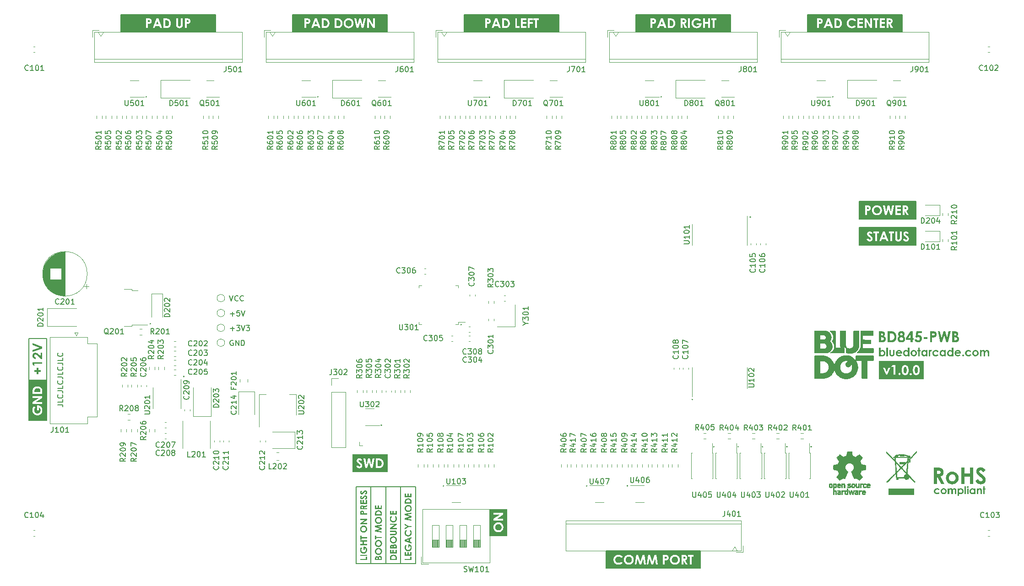
<source format=gbr>
%TF.GenerationSoftware,KiCad,Pcbnew,(6.99.0-4444-ge62463b52b)*%
%TF.CreationDate,2022-12-13T19:15:09+01:00*%
%TF.ProjectId,bd845-pwb,62643834-352d-4707-9762-2e6b69636164,rev?*%
%TF.SameCoordinates,Original*%
%TF.FileFunction,Legend,Top*%
%TF.FilePolarity,Positive*%
%FSLAX46Y46*%
G04 Gerber Fmt 4.6, Leading zero omitted, Abs format (unit mm)*
G04 Created by KiCad (PCBNEW (6.99.0-4444-ge62463b52b)) date 2022-12-13 19:15:09*
%MOMM*%
%LPD*%
G01*
G04 APERTURE LIST*
%ADD10C,0.153000*%
%ADD11C,0.150000*%
%ADD12C,0.200000*%
%ADD13C,0.350000*%
%ADD14C,0.010000*%
%ADD15C,0.120000*%
G04 APERTURE END LIST*
D10*
X62532380Y-116976190D02*
X63246666Y-116976190D01*
X63246666Y-116976190D02*
X63389523Y-117023809D01*
X63389523Y-117023809D02*
X63484761Y-117119047D01*
X63484761Y-117119047D02*
X63532380Y-117261904D01*
X63532380Y-117261904D02*
X63532380Y-117357142D01*
X63532380Y-116023809D02*
X63532380Y-116499999D01*
X63532380Y-116499999D02*
X62532380Y-116499999D01*
X63437142Y-115119047D02*
X63484761Y-115166666D01*
X63484761Y-115166666D02*
X63532380Y-115309523D01*
X63532380Y-115309523D02*
X63532380Y-115404761D01*
X63532380Y-115404761D02*
X63484761Y-115547618D01*
X63484761Y-115547618D02*
X63389523Y-115642856D01*
X63389523Y-115642856D02*
X63294285Y-115690475D01*
X63294285Y-115690475D02*
X63103809Y-115738094D01*
X63103809Y-115738094D02*
X62960952Y-115738094D01*
X62960952Y-115738094D02*
X62770476Y-115690475D01*
X62770476Y-115690475D02*
X62675238Y-115642856D01*
X62675238Y-115642856D02*
X62580000Y-115547618D01*
X62580000Y-115547618D02*
X62532380Y-115404761D01*
X62532380Y-115404761D02*
X62532380Y-115309523D01*
X62532380Y-115309523D02*
X62580000Y-115166666D01*
X62580000Y-115166666D02*
X62627619Y-115119047D01*
X62532380Y-114404761D02*
X63246666Y-114404761D01*
X63246666Y-114404761D02*
X63389523Y-114452380D01*
X63389523Y-114452380D02*
X63484761Y-114547618D01*
X63484761Y-114547618D02*
X63532380Y-114690475D01*
X63532380Y-114690475D02*
X63532380Y-114785713D01*
X63532380Y-113452380D02*
X63532380Y-113928570D01*
X63532380Y-113928570D02*
X62532380Y-113928570D01*
X63437142Y-112547618D02*
X63484761Y-112595237D01*
X63484761Y-112595237D02*
X63532380Y-112738094D01*
X63532380Y-112738094D02*
X63532380Y-112833332D01*
X63532380Y-112833332D02*
X63484761Y-112976189D01*
X63484761Y-112976189D02*
X63389523Y-113071427D01*
X63389523Y-113071427D02*
X63294285Y-113119046D01*
X63294285Y-113119046D02*
X63103809Y-113166665D01*
X63103809Y-113166665D02*
X62960952Y-113166665D01*
X62960952Y-113166665D02*
X62770476Y-113119046D01*
X62770476Y-113119046D02*
X62675238Y-113071427D01*
X62675238Y-113071427D02*
X62580000Y-112976189D01*
X62580000Y-112976189D02*
X62532380Y-112833332D01*
X62532380Y-112833332D02*
X62532380Y-112738094D01*
X62532380Y-112738094D02*
X62580000Y-112595237D01*
X62580000Y-112595237D02*
X62627619Y-112547618D01*
X62532380Y-111833332D02*
X63246666Y-111833332D01*
X63246666Y-111833332D02*
X63389523Y-111880951D01*
X63389523Y-111880951D02*
X63484761Y-111976189D01*
X63484761Y-111976189D02*
X63532380Y-112119046D01*
X63532380Y-112119046D02*
X63532380Y-112214284D01*
X63532380Y-110880951D02*
X63532380Y-111357141D01*
X63532380Y-111357141D02*
X62532380Y-111357141D01*
X63437142Y-109976189D02*
X63484761Y-110023808D01*
X63484761Y-110023808D02*
X63532380Y-110166665D01*
X63532380Y-110166665D02*
X63532380Y-110261903D01*
X63532380Y-110261903D02*
X63484761Y-110404760D01*
X63484761Y-110404760D02*
X63389523Y-110499998D01*
X63389523Y-110499998D02*
X63294285Y-110547617D01*
X63294285Y-110547617D02*
X63103809Y-110595236D01*
X63103809Y-110595236D02*
X62960952Y-110595236D01*
X62960952Y-110595236D02*
X62770476Y-110547617D01*
X62770476Y-110547617D02*
X62675238Y-110499998D01*
X62675238Y-110499998D02*
X62580000Y-110404760D01*
X62580000Y-110404760D02*
X62532380Y-110261903D01*
X62532380Y-110261903D02*
X62532380Y-110166665D01*
X62532380Y-110166665D02*
X62580000Y-110023808D01*
X62580000Y-110023808D02*
X62627619Y-109976189D01*
X62532380Y-109261903D02*
X63246666Y-109261903D01*
X63246666Y-109261903D02*
X63389523Y-109309522D01*
X63389523Y-109309522D02*
X63484761Y-109404760D01*
X63484761Y-109404760D02*
X63532380Y-109547617D01*
X63532380Y-109547617D02*
X63532380Y-109642855D01*
X63532380Y-108309522D02*
X63532380Y-108785712D01*
X63532380Y-108785712D02*
X62532380Y-108785712D01*
X63437142Y-107404760D02*
X63484761Y-107452379D01*
X63484761Y-107452379D02*
X63532380Y-107595236D01*
X63532380Y-107595236D02*
X63532380Y-107690474D01*
X63532380Y-107690474D02*
X63484761Y-107833331D01*
X63484761Y-107833331D02*
X63389523Y-107928569D01*
X63389523Y-107928569D02*
X63294285Y-107976188D01*
X63294285Y-107976188D02*
X63103809Y-108023807D01*
X63103809Y-108023807D02*
X62960952Y-108023807D01*
X62960952Y-108023807D02*
X62770476Y-107976188D01*
X62770476Y-107976188D02*
X62675238Y-107928569D01*
X62675238Y-107928569D02*
X62580000Y-107833331D01*
X62580000Y-107833331D02*
X62532380Y-107690474D01*
X62532380Y-107690474D02*
X62532380Y-107595236D01*
X62532380Y-107595236D02*
X62580000Y-107452379D01*
X62580000Y-107452379D02*
X62627619Y-107404760D01*
D11*
X127750000Y-146375000D02*
X128750000Y-146375000D01*
X184000000Y-124750000D02*
G75*
G03*
X184000000Y-124750000I-75000J0D01*
G01*
X117750000Y-146375000D02*
X117750000Y-132125000D01*
X57250000Y-119367500D02*
X60500000Y-119367500D01*
X60500000Y-119367500D02*
X60500000Y-119867500D01*
X60500000Y-119867500D02*
X57250000Y-119867500D01*
X57250000Y-119867500D02*
X57250000Y-119367500D01*
G36*
X57250000Y-119367500D02*
G01*
X60500000Y-119367500D01*
X60500000Y-119867500D01*
X57250000Y-119867500D01*
X57250000Y-119367500D01*
G37*
X180000000Y-116000000D02*
G75*
G03*
X180000000Y-116000000I-75000J0D01*
G01*
X127750000Y-146375000D02*
X117750000Y-146375000D01*
X218550000Y-47950000D02*
X201400000Y-47950000D01*
X211400000Y-87475000D02*
X220750000Y-87475000D01*
X201250000Y-44750000D02*
X202300000Y-44750000D01*
X202300000Y-44750000D02*
X202300000Y-47950000D01*
X202300000Y-47950000D02*
X201250000Y-47950000D01*
X201250000Y-47950000D02*
X201250000Y-44750000D01*
G36*
X201250000Y-44750000D02*
G01*
X202300000Y-44750000D01*
X202300000Y-47950000D01*
X201250000Y-47950000D01*
X201250000Y-44750000D01*
G37*
X87900000Y-44750000D02*
X91750000Y-44750000D01*
X91750000Y-44750000D02*
X91750000Y-47950000D01*
X91750000Y-47950000D02*
X87900000Y-47950000D01*
X87900000Y-47950000D02*
X87900000Y-44750000D01*
G36*
X87900000Y-44750000D02*
G01*
X91750000Y-44750000D01*
X91750000Y-47950000D01*
X87900000Y-47950000D01*
X87900000Y-44750000D01*
G37*
X74250000Y-44750000D02*
X78100000Y-44750000D01*
X78100000Y-44750000D02*
X78100000Y-47950000D01*
X78100000Y-47950000D02*
X74250000Y-47950000D01*
X74250000Y-47950000D02*
X74250000Y-44750000D01*
G36*
X74250000Y-44750000D02*
G01*
X78100000Y-44750000D01*
X78100000Y-47950000D01*
X74250000Y-47950000D01*
X74250000Y-44750000D01*
G37*
X120500000Y-132125000D02*
X120500000Y-146375000D01*
X186800000Y-47950000D02*
X169650000Y-47950000D01*
X134000000Y-132000000D02*
G75*
G03*
X134000000Y-132000000I-75000J0D01*
G01*
X160500000Y-132000000D02*
G75*
G03*
X160500000Y-132000000I-75000J0D01*
G01*
X188500000Y-124750000D02*
G75*
G03*
X188500000Y-124750000I-75000J0D01*
G01*
X126000000Y-146375000D02*
X126000000Y-132125000D01*
X57200000Y-104717500D02*
X60500000Y-104717500D01*
X128750000Y-146375000D02*
X128750000Y-132125000D01*
X74400000Y-44750000D02*
X91550000Y-44750000D01*
X193000000Y-124750000D02*
G75*
G03*
X193000000Y-124750000I-75000J0D01*
G01*
X137275000Y-102150000D02*
G75*
G03*
X137275000Y-102150000I-75000J0D01*
G01*
X86000000Y-111750000D02*
G75*
G03*
X86000000Y-111750000I-75000J0D01*
G01*
X137750000Y-44750000D02*
X140800000Y-44750000D01*
X140800000Y-44750000D02*
X140800000Y-47950000D01*
X140800000Y-47950000D02*
X137750000Y-47950000D01*
X137750000Y-47950000D02*
X137750000Y-44750000D01*
G36*
X137750000Y-44750000D02*
G01*
X140800000Y-44750000D01*
X140800000Y-47950000D01*
X137750000Y-47950000D01*
X137750000Y-44750000D01*
G37*
X169500000Y-44750000D02*
X171400000Y-44750000D01*
X171400000Y-44750000D02*
X171400000Y-47950000D01*
X171400000Y-47950000D02*
X169500000Y-47950000D01*
X169500000Y-47950000D02*
X169500000Y-44750000D01*
G36*
X169500000Y-44750000D02*
G01*
X171400000Y-44750000D01*
X171400000Y-47950000D01*
X169500000Y-47950000D01*
X169500000Y-44750000D01*
G37*
X142500000Y-60060000D02*
G75*
G03*
X142500000Y-60060000I-75000J0D01*
G01*
X122500000Y-120750000D02*
G75*
G03*
X122500000Y-120750000I-75000J0D01*
G01*
X106000000Y-44750000D02*
X107900000Y-44750000D01*
X107900000Y-44750000D02*
X107900000Y-47950000D01*
X107900000Y-47950000D02*
X106000000Y-47950000D01*
X106000000Y-47950000D02*
X106000000Y-44750000D01*
G36*
X106000000Y-44750000D02*
G01*
X107900000Y-44750000D01*
X107900000Y-47950000D01*
X106000000Y-47950000D01*
X106000000Y-44750000D01*
G37*
X155050000Y-47950000D02*
X137900000Y-47950000D01*
X110750000Y-60000000D02*
G75*
G03*
X110750000Y-60000000I-75000J0D01*
G01*
X210850000Y-79325000D02*
X211400000Y-79325000D01*
X211400000Y-79325000D02*
X211400000Y-82625000D01*
X211400000Y-82625000D02*
X210850000Y-82625000D01*
X210850000Y-82625000D02*
X210850000Y-79325000D01*
G36*
X210850000Y-79325000D02*
G01*
X211400000Y-79325000D01*
X211400000Y-82625000D01*
X210850000Y-82625000D01*
X210850000Y-79325000D01*
G37*
X217850000Y-44750000D02*
X218750000Y-44750000D01*
X218750000Y-44750000D02*
X218750000Y-47950000D01*
X218750000Y-47950000D02*
X217850000Y-47950000D01*
X217850000Y-47950000D02*
X217850000Y-44750000D01*
G36*
X217850000Y-44750000D02*
G01*
X218750000Y-44750000D01*
X218750000Y-47950000D01*
X217850000Y-47950000D01*
X217850000Y-44750000D01*
G37*
X57200000Y-119867500D02*
X57200000Y-104717500D01*
X123300000Y-47950000D02*
X106150000Y-47950000D01*
X168000000Y-132000000D02*
G75*
G03*
X168000000Y-132000000I-75000J0D01*
G01*
X152300000Y-44750000D02*
X155250000Y-44750000D01*
X155250000Y-44750000D02*
X155250000Y-47950000D01*
X155250000Y-47950000D02*
X152300000Y-47950000D01*
X152300000Y-47950000D02*
X152300000Y-44750000D01*
G36*
X152300000Y-44750000D02*
G01*
X155250000Y-44750000D01*
X155250000Y-47950000D01*
X152300000Y-47950000D01*
X152300000Y-44750000D01*
G37*
X123250000Y-146375000D02*
X123250000Y-132125000D01*
X185200000Y-44750000D02*
X187000000Y-44750000D01*
X187000000Y-44750000D02*
X187000000Y-47950000D01*
X187000000Y-47950000D02*
X185200000Y-47950000D01*
X185200000Y-47950000D02*
X185200000Y-44750000D01*
G36*
X185200000Y-44750000D02*
G01*
X187000000Y-44750000D01*
X187000000Y-47950000D01*
X185200000Y-47950000D01*
X185200000Y-44750000D01*
G37*
X210850000Y-84175000D02*
X211400000Y-84175000D01*
X211400000Y-84175000D02*
X211400000Y-87475000D01*
X211400000Y-87475000D02*
X210850000Y-87475000D01*
X210850000Y-87475000D02*
X210850000Y-84175000D01*
G36*
X210850000Y-84175000D02*
G01*
X211400000Y-84175000D01*
X211400000Y-87475000D01*
X210850000Y-87475000D01*
X210850000Y-84175000D01*
G37*
X106150000Y-44750000D02*
X123300000Y-44750000D01*
X197500000Y-124750000D02*
G75*
G03*
X197500000Y-124750000I-75000J0D01*
G01*
X220750000Y-84175000D02*
X211400000Y-84175000D01*
X180575000Y-144050000D02*
X181475000Y-144050000D01*
X181475000Y-144050000D02*
X181475000Y-147250000D01*
X181475000Y-147250000D02*
X180575000Y-147250000D01*
X180575000Y-147250000D02*
X180575000Y-144050000D01*
G36*
X180575000Y-144050000D02*
G01*
X181475000Y-144050000D01*
X181475000Y-147250000D01*
X180575000Y-147250000D01*
X180575000Y-144050000D01*
G37*
X79000000Y-60000000D02*
G75*
G03*
X79000000Y-60000000I-75000J0D01*
G01*
X190750000Y-82250000D02*
G75*
G03*
X190750000Y-82250000I-75000J0D01*
G01*
X91550000Y-47950000D02*
X74400000Y-47950000D01*
X121700000Y-44750000D02*
X123500000Y-44750000D01*
X123500000Y-44750000D02*
X123500000Y-47950000D01*
X123500000Y-47950000D02*
X121700000Y-47950000D01*
X121700000Y-47950000D02*
X121700000Y-44750000D01*
G36*
X121700000Y-44750000D02*
G01*
X123500000Y-44750000D01*
X123500000Y-47950000D01*
X121700000Y-47950000D01*
X121700000Y-44750000D01*
G37*
X164925000Y-144050000D02*
X180650000Y-144050000D01*
X211400000Y-82625000D02*
X220750000Y-82625000D01*
X202000000Y-124750000D02*
G75*
G03*
X202000000Y-124750000I-75000J0D01*
G01*
X57200000Y-112467500D02*
X60450000Y-112467500D01*
X60450000Y-112467500D02*
X60450000Y-113167500D01*
X60450000Y-113167500D02*
X57200000Y-113167500D01*
X57200000Y-113167500D02*
X57200000Y-112467500D01*
G36*
X57200000Y-112467500D02*
G01*
X60450000Y-112467500D01*
X60450000Y-113167500D01*
X57200000Y-113167500D01*
X57200000Y-112467500D01*
G37*
X137900000Y-44750000D02*
X155050000Y-44750000D01*
X201400000Y-44750000D02*
X218550000Y-44750000D01*
X163975000Y-144050000D02*
X164975000Y-144050000D01*
X164975000Y-144050000D02*
X164975000Y-147250000D01*
X164975000Y-147250000D02*
X163975000Y-147250000D01*
X163975000Y-147250000D02*
X163975000Y-144050000D01*
G36*
X163975000Y-144050000D02*
G01*
X164975000Y-144050000D01*
X164975000Y-147250000D01*
X163975000Y-147250000D01*
X163975000Y-144050000D01*
G37*
X206000000Y-60000000D02*
G75*
G03*
X206000000Y-60000000I-75000J0D01*
G01*
X220750000Y-79325000D02*
X221300000Y-79325000D01*
X221300000Y-79325000D02*
X221300000Y-82625000D01*
X221300000Y-82625000D02*
X220750000Y-82625000D01*
X220750000Y-82625000D02*
X220750000Y-79325000D01*
G36*
X220750000Y-79325000D02*
G01*
X221300000Y-79325000D01*
X221300000Y-82625000D01*
X220750000Y-82625000D01*
X220750000Y-79325000D01*
G37*
X174250000Y-60000000D02*
G75*
G03*
X174250000Y-60000000I-75000J0D01*
G01*
X117750000Y-132125000D02*
X127750000Y-132125000D01*
X128750000Y-132125000D02*
X127750000Y-132125000D01*
X220750000Y-84175000D02*
X221300000Y-84175000D01*
X221300000Y-84175000D02*
X221300000Y-87475000D01*
X221300000Y-87475000D02*
X220750000Y-87475000D01*
X220750000Y-87475000D02*
X220750000Y-84175000D01*
G36*
X220750000Y-84175000D02*
G01*
X221300000Y-84175000D01*
X221300000Y-87475000D01*
X220750000Y-87475000D01*
X220750000Y-84175000D01*
G37*
X169650000Y-44750000D02*
X186800000Y-44750000D01*
X79750000Y-102000000D02*
G75*
G03*
X79750000Y-102000000I-75000J0D01*
G01*
X60500000Y-104717500D02*
X60500000Y-119867500D01*
X220750000Y-79325000D02*
X211400000Y-79325000D01*
D12*
G36*
X220756393Y-87492356D02*
G01*
X211461653Y-87492356D01*
X211461653Y-86357350D01*
X212199153Y-86357350D01*
X212211761Y-86382622D01*
X212224685Y-86407039D01*
X212237927Y-86430600D01*
X212251486Y-86453307D01*
X212265363Y-86475159D01*
X212279556Y-86496157D01*
X212294067Y-86516299D01*
X212308895Y-86535587D01*
X212324040Y-86554019D01*
X212339502Y-86571597D01*
X212355282Y-86588320D01*
X212371379Y-86604188D01*
X212387793Y-86619202D01*
X212404524Y-86633360D01*
X212421573Y-86646664D01*
X212438939Y-86659113D01*
X212456652Y-86670706D01*
X212474742Y-86681552D01*
X212493210Y-86691650D01*
X212512055Y-86701000D01*
X212531278Y-86709602D01*
X212550877Y-86717456D01*
X212570854Y-86724562D01*
X212591209Y-86730920D01*
X212611941Y-86736530D01*
X212633050Y-86741392D01*
X212654536Y-86745506D01*
X212676400Y-86748872D01*
X212698641Y-86751490D01*
X212721260Y-86753360D01*
X212744255Y-86754482D01*
X212767629Y-86754856D01*
X212797510Y-86754313D01*
X212826673Y-86752685D01*
X212855119Y-86749972D01*
X212882846Y-86746174D01*
X212909856Y-86741290D01*
X212936148Y-86735321D01*
X212961721Y-86728267D01*
X212986577Y-86720127D01*
X213010715Y-86710903D01*
X213034135Y-86700593D01*
X213056837Y-86689198D01*
X213078821Y-86676717D01*
X213100087Y-86663151D01*
X213120635Y-86648500D01*
X213140465Y-86632764D01*
X213159577Y-86615943D01*
X213177796Y-86598238D01*
X213194840Y-86579959D01*
X213210708Y-86561105D01*
X213225401Y-86541677D01*
X213238918Y-86521675D01*
X213251260Y-86501099D01*
X213262426Y-86479948D01*
X213272418Y-86458223D01*
X213281233Y-86435923D01*
X213288873Y-86413049D01*
X213295338Y-86389601D01*
X213300628Y-86365578D01*
X213304742Y-86340981D01*
X213307680Y-86315810D01*
X213309443Y-86290064D01*
X213310031Y-86263744D01*
X213309864Y-86250082D01*
X213308987Y-86229845D01*
X213307359Y-86209916D01*
X213304980Y-86190294D01*
X213301850Y-86170981D01*
X213297968Y-86151977D01*
X213293335Y-86133280D01*
X213287950Y-86114891D01*
X213281814Y-86096810D01*
X213274927Y-86079037D01*
X213267288Y-86061572D01*
X213264559Y-86055767D01*
X213255674Y-86038251D01*
X213245746Y-86020585D01*
X213234772Y-86002768D01*
X213222755Y-85984801D01*
X213209693Y-85966684D01*
X213195587Y-85948417D01*
X213180436Y-85929999D01*
X213164241Y-85911431D01*
X213147002Y-85892713D01*
X213134929Y-85880151D01*
X213122391Y-85867521D01*
X213119705Y-85864843D01*
X213105998Y-85851850D01*
X213092605Y-85839712D01*
X213076545Y-85825523D01*
X213057818Y-85809283D01*
X213043852Y-85797317D01*
X213028700Y-85784439D01*
X213012363Y-85770650D01*
X212994840Y-85755948D01*
X212976132Y-85740336D01*
X212956238Y-85723811D01*
X212935159Y-85706376D01*
X212912895Y-85688028D01*
X212889445Y-85668769D01*
X212876756Y-85658200D01*
X212852343Y-85637760D01*
X212829215Y-85618252D01*
X212807373Y-85599676D01*
X212786816Y-85582031D01*
X212767546Y-85565318D01*
X212749560Y-85549537D01*
X212732861Y-85534687D01*
X212717447Y-85520769D01*
X212703318Y-85507783D01*
X212684536Y-85490050D01*
X212668647Y-85474414D01*
X212655650Y-85460873D01*
X212642821Y-85446080D01*
X212634201Y-85433811D01*
X212625786Y-85418784D01*
X212618628Y-85400835D01*
X212614332Y-85382436D01*
X212612901Y-85363587D01*
X212614373Y-85347554D01*
X212619814Y-85329646D01*
X212629263Y-85312597D01*
X212640553Y-85298667D01*
X212654788Y-85285369D01*
X212660171Y-85281124D01*
X212674447Y-85271712D01*
X212689891Y-85264011D01*
X212706503Y-85258021D01*
X212724285Y-85253742D01*
X212743235Y-85251175D01*
X212763354Y-85250320D01*
X212771819Y-85250507D01*
X212797161Y-85253312D01*
X212814014Y-85257052D01*
X212830834Y-85262288D01*
X212847621Y-85269020D01*
X212864374Y-85277248D01*
X212881093Y-85286971D01*
X212897780Y-85298191D01*
X212914432Y-85310907D01*
X212931052Y-85325119D01*
X212947638Y-85340827D01*
X212964191Y-85358031D01*
X212980710Y-85376731D01*
X212997196Y-85396927D01*
X213013648Y-85418618D01*
X213030068Y-85441806D01*
X213210302Y-85277675D01*
X213451509Y-85277675D01*
X213765239Y-85277675D01*
X213765239Y-86727501D01*
X214106751Y-86727501D01*
X214510240Y-86727501D01*
X214859874Y-86727501D01*
X215004344Y-86344528D01*
X215725409Y-86344528D01*
X215863895Y-86727501D01*
X216213529Y-86727501D01*
X215658691Y-85277675D01*
X216291320Y-85277675D01*
X216605050Y-85277675D01*
X216605050Y-86727501D01*
X216946563Y-86727501D01*
X216946563Y-85999596D01*
X217480844Y-85999596D01*
X217480904Y-86019079D01*
X217481083Y-86038208D01*
X217481381Y-86056980D01*
X217481799Y-86075397D01*
X217482336Y-86093458D01*
X217482993Y-86111164D01*
X217484664Y-86145508D01*
X217486813Y-86178430D01*
X217489439Y-86209929D01*
X217492543Y-86240006D01*
X217496124Y-86268660D01*
X217500183Y-86295891D01*
X217504720Y-86321701D01*
X217509733Y-86346087D01*
X217515225Y-86369051D01*
X217521194Y-86390593D01*
X217527640Y-86410712D01*
X217534564Y-86429408D01*
X217541966Y-86446682D01*
X217549975Y-86463020D01*
X217558615Y-86479013D01*
X217567887Y-86494662D01*
X217577789Y-86509968D01*
X217588323Y-86524929D01*
X217599488Y-86539547D01*
X217611284Y-86553821D01*
X217623711Y-86567750D01*
X217636769Y-86581336D01*
X217650458Y-86594578D01*
X217664779Y-86607476D01*
X217679730Y-86620030D01*
X217695313Y-86632240D01*
X217711526Y-86644106D01*
X217728371Y-86655628D01*
X217745847Y-86666806D01*
X217763886Y-86677468D01*
X217782312Y-86687443D01*
X217801125Y-86696729D01*
X217820326Y-86705328D01*
X217839914Y-86713239D01*
X217859890Y-86720461D01*
X217880252Y-86726996D01*
X217901003Y-86732843D01*
X217922140Y-86738002D01*
X217943665Y-86742474D01*
X217965577Y-86746257D01*
X217987877Y-86749353D01*
X218010564Y-86751760D01*
X218033638Y-86753480D01*
X218057100Y-86754512D01*
X218080949Y-86754856D01*
X218099134Y-86754675D01*
X218117039Y-86754134D01*
X218134664Y-86753233D01*
X218152008Y-86751971D01*
X218177498Y-86749401D01*
X218202357Y-86746020D01*
X218226585Y-86741828D01*
X218250182Y-86736824D01*
X218273148Y-86731008D01*
X218295483Y-86724382D01*
X218317186Y-86716943D01*
X218338258Y-86708694D01*
X218351994Y-86702730D01*
X218372217Y-86693058D01*
X218391980Y-86682514D01*
X218411286Y-86671099D01*
X218430133Y-86658812D01*
X218448522Y-86645654D01*
X218466452Y-86631624D01*
X218483925Y-86616722D01*
X218500939Y-86600949D01*
X218517494Y-86584305D01*
X218533592Y-86566789D01*
X218543957Y-86554792D01*
X218558703Y-86536692D01*
X218572487Y-86518463D01*
X218585310Y-86500107D01*
X218597171Y-86481623D01*
X218608070Y-86463011D01*
X218618008Y-86444271D01*
X218626984Y-86425404D01*
X218634998Y-86406409D01*
X218642051Y-86387286D01*
X218648142Y-86368036D01*
X218650936Y-86357350D01*
X218908016Y-86357350D01*
X218920623Y-86382622D01*
X218933548Y-86407039D01*
X218946790Y-86430600D01*
X218960349Y-86453307D01*
X218974225Y-86475159D01*
X218988419Y-86496157D01*
X219002929Y-86516299D01*
X219017757Y-86535587D01*
X219032902Y-86554019D01*
X219048365Y-86571597D01*
X219064145Y-86588320D01*
X219080241Y-86604188D01*
X219096656Y-86619202D01*
X219113387Y-86633360D01*
X219130436Y-86646664D01*
X219147801Y-86659113D01*
X219165514Y-86670706D01*
X219183605Y-86681552D01*
X219202073Y-86691650D01*
X219220918Y-86701000D01*
X219240140Y-86709602D01*
X219259740Y-86717456D01*
X219279717Y-86724562D01*
X219300071Y-86730920D01*
X219320803Y-86736530D01*
X219341912Y-86741392D01*
X219363399Y-86745506D01*
X219385263Y-86748872D01*
X219407504Y-86751490D01*
X219430122Y-86753360D01*
X219453118Y-86754482D01*
X219476491Y-86754856D01*
X219506372Y-86754313D01*
X219535536Y-86752685D01*
X219563981Y-86749972D01*
X219591709Y-86746174D01*
X219618718Y-86741290D01*
X219645010Y-86735321D01*
X219670584Y-86728267D01*
X219695440Y-86720127D01*
X219719577Y-86710903D01*
X219742997Y-86700593D01*
X219765699Y-86689198D01*
X219787683Y-86676717D01*
X219808949Y-86663151D01*
X219829497Y-86648500D01*
X219849328Y-86632764D01*
X219868440Y-86615943D01*
X219886659Y-86598238D01*
X219903702Y-86579959D01*
X219919571Y-86561105D01*
X219934263Y-86541677D01*
X219947781Y-86521675D01*
X219960122Y-86501099D01*
X219971289Y-86479948D01*
X219981280Y-86458223D01*
X219990096Y-86435923D01*
X219997736Y-86413049D01*
X220004201Y-86389601D01*
X220009490Y-86365578D01*
X220013604Y-86340981D01*
X220016543Y-86315810D01*
X220018306Y-86290064D01*
X220018893Y-86263744D01*
X220018726Y-86250082D01*
X220017850Y-86229845D01*
X220016222Y-86209916D01*
X220013843Y-86190294D01*
X220010712Y-86170981D01*
X220006830Y-86151977D01*
X220002197Y-86133280D01*
X219996813Y-86114891D01*
X219990677Y-86096810D01*
X219983789Y-86079037D01*
X219976151Y-86061572D01*
X219973422Y-86055767D01*
X219964537Y-86038251D01*
X219954608Y-86020585D01*
X219943635Y-86002768D01*
X219931617Y-85984801D01*
X219918555Y-85966684D01*
X219904449Y-85948417D01*
X219889299Y-85929999D01*
X219873104Y-85911431D01*
X219855864Y-85892713D01*
X219843791Y-85880151D01*
X219831254Y-85867521D01*
X219828568Y-85864843D01*
X219814860Y-85851850D01*
X219801468Y-85839712D01*
X219785408Y-85825523D01*
X219766681Y-85809283D01*
X219752715Y-85797317D01*
X219737563Y-85784439D01*
X219721225Y-85770650D01*
X219703703Y-85755948D01*
X219684994Y-85740336D01*
X219665101Y-85723811D01*
X219644022Y-85706376D01*
X219621757Y-85688028D01*
X219598307Y-85668769D01*
X219585618Y-85658200D01*
X219561205Y-85637760D01*
X219538077Y-85618252D01*
X219516235Y-85599676D01*
X219495679Y-85582031D01*
X219476408Y-85565318D01*
X219458423Y-85549537D01*
X219441723Y-85534687D01*
X219426309Y-85520769D01*
X219412181Y-85507783D01*
X219393399Y-85490050D01*
X219377509Y-85474414D01*
X219364512Y-85460873D01*
X219351683Y-85446080D01*
X219343064Y-85433811D01*
X219334649Y-85418784D01*
X219327490Y-85400835D01*
X219323195Y-85382436D01*
X219321763Y-85363587D01*
X219323236Y-85347554D01*
X219328676Y-85329646D01*
X219338126Y-85312597D01*
X219349416Y-85298667D01*
X219363651Y-85285369D01*
X219369034Y-85281124D01*
X219383309Y-85271712D01*
X219398753Y-85264011D01*
X219415366Y-85258021D01*
X219433148Y-85253742D01*
X219452098Y-85251175D01*
X219472217Y-85250320D01*
X219480681Y-85250507D01*
X219506024Y-85253312D01*
X219522877Y-85257052D01*
X219539697Y-85262288D01*
X219556483Y-85269020D01*
X219573236Y-85277248D01*
X219589956Y-85286971D01*
X219606642Y-85298191D01*
X219623295Y-85310907D01*
X219639914Y-85325119D01*
X219656500Y-85340827D01*
X219673053Y-85358031D01*
X219689572Y-85376731D01*
X219706058Y-85396927D01*
X219722511Y-85418618D01*
X219738930Y-85441806D01*
X219987691Y-85215271D01*
X219970351Y-85194788D01*
X219953163Y-85175120D01*
X219936130Y-85156266D01*
X219919250Y-85138228D01*
X219902524Y-85121004D01*
X219885951Y-85104595D01*
X219869532Y-85089000D01*
X219853266Y-85074221D01*
X219837154Y-85060256D01*
X219821196Y-85047106D01*
X219805391Y-85034771D01*
X219789740Y-85023250D01*
X219774243Y-85012545D01*
X219758899Y-85002654D01*
X219743709Y-84993578D01*
X219728672Y-84985316D01*
X219713662Y-84977656D01*
X219690959Y-84967092D01*
X219668031Y-84957641D01*
X219644877Y-84949301D01*
X219621498Y-84942073D01*
X219597894Y-84935957D01*
X219574064Y-84930953D01*
X219550009Y-84927061D01*
X219525728Y-84924281D01*
X219501223Y-84922613D01*
X219476491Y-84922057D01*
X219451048Y-84922562D01*
X219426115Y-84924074D01*
X219401693Y-84926595D01*
X219377783Y-84930125D01*
X219354383Y-84934663D01*
X219331494Y-84940210D01*
X219309116Y-84946765D01*
X219287249Y-84954328D01*
X219265892Y-84962900D01*
X219245047Y-84972480D01*
X219224713Y-84983069D01*
X219204889Y-84994666D01*
X219185577Y-85007272D01*
X219166775Y-85020886D01*
X219148484Y-85035509D01*
X219130704Y-85051140D01*
X219113779Y-85067422D01*
X219097946Y-85084105D01*
X219083205Y-85101189D01*
X219069556Y-85118673D01*
X219056999Y-85136558D01*
X219045533Y-85154844D01*
X219035160Y-85173530D01*
X219025878Y-85192617D01*
X219017689Y-85212105D01*
X219010591Y-85231994D01*
X219004586Y-85252283D01*
X218999672Y-85272973D01*
X218995850Y-85294064D01*
X218993120Y-85315555D01*
X218991482Y-85337448D01*
X218990936Y-85359741D01*
X218991019Y-85367541D01*
X218992252Y-85390949D01*
X218994966Y-85414365D01*
X218999159Y-85437787D01*
X219004833Y-85461218D01*
X219011987Y-85484656D01*
X219020621Y-85508101D01*
X219030735Y-85531554D01*
X219038300Y-85547193D01*
X219046523Y-85562836D01*
X219055404Y-85578482D01*
X219064943Y-85594131D01*
X219075139Y-85609784D01*
X219086462Y-85625849D01*
X219099382Y-85642736D01*
X219113898Y-85660444D01*
X219130010Y-85678974D01*
X219147718Y-85698325D01*
X219167022Y-85718497D01*
X219187922Y-85739491D01*
X219210419Y-85761306D01*
X219234512Y-85783943D01*
X219247157Y-85795570D01*
X219260201Y-85807401D01*
X219273644Y-85819439D01*
X219287486Y-85831681D01*
X219301727Y-85844129D01*
X219316367Y-85856782D01*
X219331406Y-85869641D01*
X219346844Y-85882705D01*
X219362682Y-85895974D01*
X219378918Y-85909449D01*
X219395553Y-85923129D01*
X219412588Y-85937015D01*
X219430021Y-85951106D01*
X219447854Y-85965402D01*
X219466402Y-85980332D01*
X219484111Y-85994774D01*
X219500983Y-86008729D01*
X219517016Y-86022196D01*
X219532212Y-86035176D01*
X219546569Y-86047668D01*
X219560088Y-86059672D01*
X219572769Y-86071189D01*
X219590218Y-86087551D01*
X219605782Y-86102816D01*
X219619460Y-86116983D01*
X219631252Y-86130054D01*
X219644042Y-86145775D01*
X219651986Y-86156755D01*
X219661362Y-86171394D01*
X219671130Y-86189693D01*
X219678727Y-86207992D01*
X219684153Y-86226291D01*
X219687409Y-86244590D01*
X219688494Y-86262890D01*
X219687572Y-86278891D01*
X219683828Y-86298217D01*
X219677204Y-86316792D01*
X219667700Y-86334615D01*
X219655315Y-86351687D01*
X219643334Y-86364804D01*
X219629509Y-86377439D01*
X219614336Y-86388960D01*
X219598307Y-86398944D01*
X219581424Y-86407393D01*
X219563686Y-86414305D01*
X219545093Y-86419681D01*
X219525645Y-86423521D01*
X219505342Y-86425825D01*
X219484185Y-86426593D01*
X219473831Y-86426353D01*
X219453351Y-86424429D01*
X219433176Y-86420583D01*
X219413304Y-86414812D01*
X219393736Y-86407119D01*
X219374471Y-86397502D01*
X219355511Y-86385961D01*
X219336855Y-86372497D01*
X219318502Y-86357110D01*
X219300453Y-86339799D01*
X219282709Y-86320565D01*
X219265268Y-86299408D01*
X219248131Y-86276327D01*
X219231297Y-86251322D01*
X219214768Y-86224395D01*
X219198543Y-86195543D01*
X219190544Y-86180397D01*
X218908016Y-86357350D01*
X218650936Y-86357350D01*
X218653565Y-86347294D01*
X218658455Y-86323697D01*
X218661418Y-86306380D01*
X218664145Y-86287794D01*
X218666634Y-86267939D01*
X218668887Y-86246814D01*
X218670902Y-86224421D01*
X218672680Y-86200759D01*
X218674221Y-86175828D01*
X218675525Y-86149629D01*
X218676592Y-86122160D01*
X218677422Y-86093422D01*
X218678015Y-86063416D01*
X218678370Y-86032140D01*
X218678489Y-85999596D01*
X218678489Y-84949413D01*
X218340396Y-84949413D01*
X218340396Y-86043621D01*
X218340299Y-86065242D01*
X218340008Y-86085976D01*
X218339524Y-86105821D01*
X218338846Y-86124778D01*
X218337975Y-86142847D01*
X218336909Y-86160027D01*
X218334948Y-86184132D01*
X218332552Y-86206239D01*
X218329719Y-86226347D01*
X218326451Y-86244457D01*
X218321415Y-86265494D01*
X218315605Y-86282979D01*
X218314043Y-86286857D01*
X218305056Y-86305614D01*
X218294108Y-86323305D01*
X218281197Y-86339933D01*
X218269456Y-86352468D01*
X218256460Y-86364323D01*
X218242208Y-86375496D01*
X218226700Y-86385988D01*
X218210285Y-86395505D01*
X218193094Y-86403753D01*
X218175129Y-86410732D01*
X218156389Y-86416442D01*
X218136874Y-86420883D01*
X218116585Y-86424055D01*
X218095521Y-86425959D01*
X218073682Y-86426593D01*
X218053019Y-86426026D01*
X218033130Y-86424323D01*
X218014016Y-86421484D01*
X217995677Y-86417511D01*
X217978113Y-86412401D01*
X217961323Y-86406157D01*
X217945308Y-86398777D01*
X217930068Y-86390262D01*
X217922771Y-86385626D01*
X217905670Y-86373202D01*
X217890197Y-86359588D01*
X217876351Y-86344784D01*
X217864134Y-86328791D01*
X217853544Y-86311609D01*
X217844583Y-86293237D01*
X217841477Y-86285263D01*
X217835867Y-86267311D01*
X217831059Y-86246687D01*
X217827978Y-86229467D01*
X217825348Y-86210744D01*
X217823170Y-86190518D01*
X217821441Y-86168789D01*
X217820164Y-86145558D01*
X217819338Y-86120824D01*
X217819037Y-86103500D01*
X217818937Y-86085508D01*
X217818937Y-84949413D01*
X217480844Y-84949413D01*
X217480844Y-85999596D01*
X216946563Y-85999596D01*
X216946563Y-85277675D01*
X217268414Y-85277675D01*
X217268414Y-84949413D01*
X216291320Y-84949413D01*
X216291320Y-85277675D01*
X215658691Y-85277675D01*
X215533068Y-84949413D01*
X215191983Y-84949413D01*
X214782938Y-86016265D01*
X214510240Y-86727501D01*
X214106751Y-86727501D01*
X214106751Y-85277675D01*
X214428602Y-85277675D01*
X214428602Y-84949413D01*
X213451509Y-84949413D01*
X213451509Y-85277675D01*
X213210302Y-85277675D01*
X213278829Y-85215271D01*
X213261488Y-85194788D01*
X213244301Y-85175120D01*
X213227267Y-85156266D01*
X213210387Y-85138228D01*
X213193661Y-85121004D01*
X213177088Y-85104595D01*
X213160669Y-85089000D01*
X213144404Y-85074221D01*
X213128292Y-85060256D01*
X213112333Y-85047106D01*
X213096529Y-85034771D01*
X213080878Y-85023250D01*
X213065380Y-85012545D01*
X213050036Y-85002654D01*
X213034846Y-84993578D01*
X213019809Y-84985316D01*
X213004799Y-84977656D01*
X212982097Y-84967092D01*
X212959168Y-84957641D01*
X212936015Y-84949301D01*
X212912636Y-84942073D01*
X212889031Y-84935957D01*
X212865202Y-84930953D01*
X212841147Y-84927061D01*
X212816866Y-84924281D01*
X212792360Y-84922613D01*
X212767629Y-84922057D01*
X212742185Y-84922562D01*
X212717253Y-84924074D01*
X212692831Y-84926595D01*
X212668920Y-84930125D01*
X212645520Y-84934663D01*
X212622631Y-84940210D01*
X212600253Y-84946765D01*
X212578386Y-84954328D01*
X212557030Y-84962900D01*
X212536185Y-84972480D01*
X212515850Y-84983069D01*
X212496027Y-84994666D01*
X212476714Y-85007272D01*
X212457912Y-85020886D01*
X212439622Y-85035509D01*
X212421842Y-85051140D01*
X212404917Y-85067422D01*
X212389084Y-85084105D01*
X212374343Y-85101189D01*
X212360693Y-85118673D01*
X212348136Y-85136558D01*
X212336671Y-85154844D01*
X212326297Y-85173530D01*
X212317016Y-85192617D01*
X212308826Y-85212105D01*
X212301729Y-85231994D01*
X212295723Y-85252283D01*
X212290809Y-85272973D01*
X212286988Y-85294064D01*
X212284258Y-85315555D01*
X212282620Y-85337448D01*
X212282074Y-85359741D01*
X212282156Y-85367541D01*
X212283389Y-85390949D01*
X212286103Y-85414365D01*
X212290297Y-85437787D01*
X212295971Y-85461218D01*
X212303125Y-85484656D01*
X212311759Y-85508101D01*
X212321873Y-85531554D01*
X212329438Y-85547193D01*
X212337661Y-85562836D01*
X212346542Y-85578482D01*
X212356080Y-85594131D01*
X212366277Y-85609784D01*
X212377600Y-85625849D01*
X212390520Y-85642736D01*
X212405035Y-85660444D01*
X212421147Y-85678974D01*
X212438855Y-85698325D01*
X212458160Y-85718497D01*
X212479060Y-85739491D01*
X212501557Y-85761306D01*
X212525649Y-85783943D01*
X212538294Y-85795570D01*
X212551338Y-85807401D01*
X212564781Y-85819439D01*
X212578623Y-85831681D01*
X212592864Y-85844129D01*
X212607505Y-85856782D01*
X212622544Y-85869641D01*
X212637982Y-85882705D01*
X212653819Y-85895974D01*
X212670055Y-85909449D01*
X212686691Y-85923129D01*
X212703725Y-85937015D01*
X212721159Y-85951106D01*
X212738991Y-85965402D01*
X212757539Y-85980332D01*
X212775249Y-85994774D01*
X212792120Y-86008729D01*
X212808154Y-86022196D01*
X212823349Y-86035176D01*
X212837706Y-86047668D01*
X212851225Y-86059672D01*
X212863906Y-86071189D01*
X212881356Y-86087551D01*
X212896920Y-86102816D01*
X212910598Y-86116983D01*
X212922390Y-86130054D01*
X212935179Y-86145775D01*
X212943123Y-86156755D01*
X212952500Y-86171394D01*
X212962267Y-86189693D01*
X212969864Y-86207992D01*
X212975290Y-86226291D01*
X212978546Y-86244590D01*
X212979631Y-86262890D01*
X212978710Y-86278891D01*
X212974966Y-86298217D01*
X212968341Y-86316792D01*
X212958837Y-86334615D01*
X212946453Y-86351687D01*
X212934471Y-86364804D01*
X212920647Y-86377439D01*
X212905473Y-86388960D01*
X212889445Y-86398944D01*
X212872561Y-86407393D01*
X212854823Y-86414305D01*
X212836230Y-86419681D01*
X212816782Y-86423521D01*
X212796480Y-86425825D01*
X212775322Y-86426593D01*
X212764968Y-86426353D01*
X212744489Y-86424429D01*
X212724313Y-86420583D01*
X212704441Y-86414812D01*
X212684873Y-86407119D01*
X212665609Y-86397502D01*
X212646649Y-86385961D01*
X212627992Y-86372497D01*
X212609640Y-86357110D01*
X212591591Y-86339799D01*
X212573846Y-86320565D01*
X212556405Y-86299408D01*
X212539268Y-86276327D01*
X212522435Y-86251322D01*
X212505906Y-86224395D01*
X212489680Y-86195543D01*
X212481681Y-86180397D01*
X212199153Y-86357350D01*
X211461653Y-86357350D01*
X211461653Y-84184557D01*
X220756393Y-84184557D01*
X220756393Y-87492356D01*
G37*
G36*
X215599319Y-86016265D02*
G01*
X215129152Y-86016265D01*
X215365090Y-85414451D01*
X215599319Y-86016265D01*
G37*
D13*
G36*
X214832488Y-103378036D02*
G01*
X214865247Y-103378449D01*
X214896846Y-103379135D01*
X214927285Y-103380097D01*
X214956564Y-103381334D01*
X214984682Y-103382845D01*
X215011640Y-103384631D01*
X215037438Y-103386692D01*
X215062076Y-103389027D01*
X215085554Y-103391638D01*
X215107872Y-103394523D01*
X215129030Y-103397683D01*
X215149027Y-103401117D01*
X215176848Y-103406785D01*
X215202058Y-103413070D01*
X215224422Y-103419371D01*
X215246205Y-103426305D01*
X215267408Y-103433873D01*
X215288032Y-103442074D01*
X215308075Y-103450909D01*
X215327538Y-103460377D01*
X215346421Y-103470478D01*
X215364724Y-103481214D01*
X215382447Y-103492582D01*
X215399590Y-103504585D01*
X215416152Y-103517220D01*
X215432135Y-103530490D01*
X215447537Y-103544392D01*
X215462360Y-103558929D01*
X215476602Y-103574099D01*
X215490265Y-103589902D01*
X215503278Y-103606201D01*
X215515452Y-103622859D01*
X215526787Y-103639876D01*
X215537281Y-103657252D01*
X215546937Y-103674986D01*
X215555752Y-103693079D01*
X215563728Y-103711531D01*
X215570865Y-103730341D01*
X215577162Y-103749511D01*
X215582619Y-103769039D01*
X215587237Y-103788925D01*
X215591015Y-103809171D01*
X215593953Y-103829775D01*
X215596052Y-103850738D01*
X215597312Y-103872060D01*
X215597732Y-103893740D01*
X215597302Y-103914983D01*
X215596014Y-103935849D01*
X215593868Y-103956337D01*
X215590862Y-103976447D01*
X215586998Y-103996179D01*
X215582276Y-104015533D01*
X215576694Y-104034510D01*
X215570254Y-104053108D01*
X215562956Y-104071329D01*
X215554798Y-104089172D01*
X215548883Y-104100858D01*
X215539187Y-104118161D01*
X215528418Y-104135267D01*
X215516576Y-104152176D01*
X215503660Y-104168887D01*
X215489671Y-104185401D01*
X215474608Y-104201717D01*
X215458473Y-104217835D01*
X215441263Y-104233756D01*
X215422981Y-104249480D01*
X215403625Y-104265006D01*
X215390125Y-104275247D01*
X215412758Y-104286471D01*
X215434615Y-104298038D01*
X215455699Y-104309949D01*
X215476007Y-104322203D01*
X215495541Y-104334801D01*
X215514300Y-104347742D01*
X215532284Y-104361026D01*
X215549494Y-104374654D01*
X215565928Y-104388626D01*
X215581589Y-104402940D01*
X215596474Y-104417599D01*
X215610585Y-104432601D01*
X215623921Y-104447946D01*
X215636482Y-104463635D01*
X215648269Y-104479667D01*
X215659281Y-104496043D01*
X215669632Y-104512779D01*
X215679316Y-104529893D01*
X215688332Y-104547385D01*
X215696680Y-104565255D01*
X215704361Y-104583503D01*
X215711373Y-104602128D01*
X215717718Y-104621131D01*
X215723394Y-104640512D01*
X215728403Y-104660271D01*
X215732744Y-104680408D01*
X215736418Y-104700922D01*
X215739423Y-104721815D01*
X215741760Y-104743085D01*
X215743430Y-104764733D01*
X215744432Y-104786759D01*
X215744766Y-104809162D01*
X215744422Y-104830720D01*
X215743392Y-104852042D01*
X215741675Y-104873127D01*
X215739270Y-104893975D01*
X215736179Y-104914587D01*
X215732401Y-104934962D01*
X215727936Y-104955101D01*
X215722784Y-104975003D01*
X215716945Y-104994668D01*
X215710419Y-105014097D01*
X215703206Y-105033289D01*
X215695307Y-105052245D01*
X215686720Y-105070964D01*
X215677446Y-105089446D01*
X215667486Y-105107692D01*
X215656838Y-105125701D01*
X215645649Y-105143250D01*
X215634063Y-105160238D01*
X215622079Y-105176666D01*
X215609699Y-105192532D01*
X215596922Y-105207837D01*
X215583749Y-105222581D01*
X215570178Y-105236765D01*
X215549078Y-105256988D01*
X215527084Y-105275948D01*
X215504198Y-105293647D01*
X215480419Y-105310083D01*
X215455746Y-105325257D01*
X215430181Y-105339169D01*
X215412428Y-105347746D01*
X215393850Y-105355770D01*
X215374448Y-105363240D01*
X215354221Y-105370157D01*
X215333171Y-105376521D01*
X215311296Y-105382331D01*
X215288596Y-105387588D01*
X215265073Y-105392292D01*
X215240725Y-105396442D01*
X215215553Y-105400039D01*
X215189556Y-105403082D01*
X215162735Y-105405573D01*
X215135090Y-105407509D01*
X215106620Y-105408893D01*
X215077326Y-105409723D01*
X215047208Y-105410000D01*
X214481053Y-105410000D01*
X214481053Y-105034842D01*
X214865491Y-105034842D01*
X214961723Y-105034842D01*
X214991032Y-105034600D01*
X215019120Y-105033873D01*
X215045987Y-105032661D01*
X215071632Y-105030965D01*
X215096057Y-105028784D01*
X215119260Y-105026118D01*
X215141242Y-105022968D01*
X215162002Y-105019333D01*
X215181542Y-105015213D01*
X215208561Y-105008125D01*
X215232833Y-104999946D01*
X215254357Y-104990677D01*
X215273133Y-104980317D01*
X215284124Y-104972805D01*
X215303587Y-104956418D01*
X215320455Y-104938275D01*
X215334728Y-104918377D01*
X215346406Y-104896723D01*
X215355488Y-104873314D01*
X215361976Y-104848149D01*
X215365139Y-104828124D01*
X215366842Y-104807111D01*
X215367166Y-104792554D01*
X215366308Y-104767868D01*
X215363732Y-104744188D01*
X215359438Y-104721512D01*
X215353428Y-104699841D01*
X215345700Y-104679174D01*
X215336254Y-104659512D01*
X215325092Y-104640854D01*
X215312212Y-104623202D01*
X215297614Y-104606554D01*
X215281300Y-104590910D01*
X215269469Y-104581039D01*
X215250017Y-104567159D01*
X215228299Y-104554644D01*
X215204314Y-104543494D01*
X215178061Y-104533710D01*
X215159300Y-104527945D01*
X215139532Y-104522787D01*
X215118756Y-104518236D01*
X215096973Y-104514292D01*
X215074182Y-104510955D01*
X215050383Y-104508224D01*
X215025577Y-104506101D01*
X214999764Y-104504584D01*
X214972943Y-104503673D01*
X214945115Y-104503370D01*
X214865491Y-104503370D01*
X214865491Y-105034842D01*
X214481053Y-105034842D01*
X214481053Y-104159476D01*
X214865491Y-104159476D01*
X214949511Y-104159476D01*
X214975162Y-104158982D01*
X214999543Y-104157501D01*
X215022652Y-104155033D01*
X215044491Y-104151576D01*
X215065059Y-104147133D01*
X215084356Y-104141702D01*
X215108109Y-104132924D01*
X215129602Y-104122391D01*
X215148836Y-104110103D01*
X215157606Y-104103300D01*
X215173520Y-104088508D01*
X215187312Y-104072465D01*
X215198982Y-104055169D01*
X215208531Y-104036622D01*
X215215957Y-104016823D01*
X215221262Y-103995772D01*
X215224445Y-103973470D01*
X215225505Y-103949916D01*
X215224498Y-103927797D01*
X215221475Y-103906868D01*
X215216438Y-103887130D01*
X215209385Y-103868583D01*
X215200318Y-103851226D01*
X215189235Y-103835061D01*
X215176138Y-103820085D01*
X215161025Y-103806301D01*
X215143852Y-103793822D01*
X215124572Y-103783006D01*
X215103186Y-103773855D01*
X215079692Y-103766367D01*
X215054093Y-103760544D01*
X215033511Y-103757268D01*
X215011743Y-103754928D01*
X214988791Y-103753524D01*
X214964654Y-103753056D01*
X214865491Y-103753056D01*
X214865491Y-104159476D01*
X214481053Y-104159476D01*
X214481053Y-103377899D01*
X214798569Y-103377899D01*
X214832488Y-103378036D01*
G37*
G36*
X216589350Y-103378006D02*
G01*
X216616255Y-103378328D01*
X216642717Y-103378865D01*
X216668736Y-103379616D01*
X216694313Y-103380582D01*
X216719447Y-103381763D01*
X216744139Y-103383158D01*
X216768387Y-103384768D01*
X216792194Y-103386593D01*
X216815557Y-103388632D01*
X216838478Y-103390886D01*
X216860956Y-103393355D01*
X216882991Y-103396038D01*
X216904583Y-103398936D01*
X216925733Y-103402049D01*
X216946441Y-103405376D01*
X216966705Y-103408918D01*
X216986527Y-103412675D01*
X217005906Y-103416646D01*
X217043336Y-103425233D01*
X217078996Y-103434678D01*
X217112884Y-103444982D01*
X217145002Y-103456145D01*
X217175350Y-103468166D01*
X217203926Y-103481046D01*
X217217550Y-103487808D01*
X217244060Y-103502083D01*
X217269978Y-103517430D01*
X217295305Y-103533850D01*
X217320040Y-103551342D01*
X217344184Y-103569906D01*
X217367737Y-103589543D01*
X217390697Y-103610252D01*
X217413066Y-103632034D01*
X217434844Y-103654888D01*
X217456030Y-103678814D01*
X217476625Y-103703812D01*
X217496628Y-103729883D01*
X217516040Y-103757027D01*
X217534860Y-103785243D01*
X217553088Y-103814531D01*
X217570725Y-103844891D01*
X217587525Y-103876112D01*
X217603240Y-103907982D01*
X217617872Y-103940501D01*
X217631420Y-103973668D01*
X217643884Y-104007485D01*
X217655264Y-104041950D01*
X217665560Y-104077063D01*
X217674773Y-104112826D01*
X217682901Y-104149237D01*
X217689946Y-104186297D01*
X217695907Y-104224006D01*
X217700785Y-104262363D01*
X217704578Y-104301370D01*
X217706068Y-104321116D01*
X217707288Y-104341025D01*
X217708236Y-104361096D01*
X217708913Y-104381329D01*
X217709320Y-104401724D01*
X217709455Y-104422281D01*
X217709152Y-104451503D01*
X217708242Y-104480426D01*
X217706725Y-104509053D01*
X217704601Y-104537381D01*
X217701870Y-104565412D01*
X217698533Y-104593145D01*
X217694589Y-104620580D01*
X217690038Y-104647718D01*
X217684880Y-104674558D01*
X217679116Y-104701100D01*
X217672744Y-104727345D01*
X217665766Y-104753292D01*
X217658181Y-104778941D01*
X217649990Y-104804293D01*
X217641191Y-104829346D01*
X217631786Y-104854103D01*
X217621846Y-104878449D01*
X217611445Y-104902272D01*
X217600582Y-104925572D01*
X217589257Y-104948350D01*
X217577471Y-104970605D01*
X217565222Y-104992337D01*
X217552512Y-105013546D01*
X217539340Y-105034232D01*
X217525706Y-105054395D01*
X217511611Y-105074036D01*
X217497054Y-105093154D01*
X217482035Y-105111748D01*
X217466554Y-105129821D01*
X217450611Y-105147370D01*
X217434207Y-105164396D01*
X217417341Y-105180900D01*
X217400156Y-105196770D01*
X217382796Y-105212018D01*
X217365260Y-105226644D01*
X217347548Y-105240648D01*
X217329661Y-105254029D01*
X217311599Y-105266789D01*
X217293361Y-105278927D01*
X217274947Y-105290443D01*
X217256358Y-105301336D01*
X217237593Y-105311608D01*
X217218653Y-105321257D01*
X217199537Y-105330285D01*
X217180246Y-105338690D01*
X217160779Y-105346473D01*
X217141136Y-105353635D01*
X217121318Y-105360174D01*
X217100499Y-105366208D01*
X217077851Y-105371852D01*
X217053375Y-105377107D01*
X217027071Y-105381973D01*
X216998939Y-105386449D01*
X216968980Y-105390536D01*
X216937192Y-105394234D01*
X216903576Y-105397543D01*
X216868132Y-105400463D01*
X216830860Y-105402993D01*
X216791760Y-105405134D01*
X216771525Y-105406058D01*
X216750833Y-105406885D01*
X216729683Y-105407615D01*
X216708077Y-105408248D01*
X216686013Y-105408783D01*
X216663493Y-105409221D01*
X216640515Y-105409562D01*
X216617081Y-105409805D01*
X216593190Y-105409951D01*
X216568841Y-105410000D01*
X216105757Y-105410000D01*
X216105757Y-105034842D01*
X216489218Y-105034842D01*
X216668004Y-105034842D01*
X216700410Y-105034606D01*
X216731682Y-105033896D01*
X216761822Y-105032713D01*
X216790827Y-105031057D01*
X216818700Y-105028927D01*
X216845438Y-105026325D01*
X216871044Y-105023249D01*
X216895516Y-105019699D01*
X216918854Y-105015677D01*
X216941060Y-105011181D01*
X216962131Y-105006213D01*
X216982069Y-105000771D01*
X217000874Y-104994855D01*
X217026956Y-104985095D01*
X217050488Y-104974270D01*
X217072450Y-104962096D01*
X217093639Y-104948470D01*
X217114055Y-104933393D01*
X217133698Y-104916866D01*
X217152569Y-104898887D01*
X217170667Y-104879456D01*
X217187992Y-104858575D01*
X217204544Y-104836243D01*
X217220324Y-104812459D01*
X217235330Y-104787224D01*
X217244905Y-104769595D01*
X217254074Y-104751324D01*
X217262651Y-104732539D01*
X217270637Y-104713238D01*
X217278031Y-104693422D01*
X217284833Y-104673090D01*
X217291044Y-104652244D01*
X217296664Y-104630882D01*
X217301692Y-104609005D01*
X217306128Y-104586613D01*
X217309973Y-104563706D01*
X217313227Y-104540283D01*
X217315888Y-104516345D01*
X217317959Y-104491893D01*
X217319438Y-104466924D01*
X217320325Y-104441441D01*
X217320621Y-104415443D01*
X217320445Y-104395373D01*
X217319916Y-104375585D01*
X217317804Y-104336857D01*
X217314284Y-104299259D01*
X217309355Y-104262791D01*
X217303018Y-104227452D01*
X217295273Y-104193243D01*
X217286119Y-104160163D01*
X217275558Y-104128213D01*
X217263588Y-104097393D01*
X217250210Y-104067702D01*
X217235424Y-104039141D01*
X217219229Y-104011709D01*
X217201627Y-103985407D01*
X217182616Y-103960235D01*
X217162197Y-103936192D01*
X217140369Y-103913279D01*
X217119387Y-103893877D01*
X217096864Y-103875727D01*
X217072798Y-103858828D01*
X217047191Y-103843182D01*
X217020042Y-103828787D01*
X216991351Y-103815643D01*
X216961118Y-103803752D01*
X216929344Y-103793112D01*
X216896027Y-103783724D01*
X216861169Y-103775587D01*
X216824769Y-103768703D01*
X216786828Y-103763070D01*
X216767279Y-103760723D01*
X216747344Y-103758689D01*
X216727025Y-103756968D01*
X216706319Y-103755560D01*
X216685229Y-103754464D01*
X216663752Y-103753682D01*
X216641891Y-103753212D01*
X216619644Y-103753056D01*
X216489218Y-103753056D01*
X216489218Y-105034842D01*
X216105757Y-105034842D01*
X216105757Y-103377899D01*
X216562002Y-103377899D01*
X216589350Y-103378006D01*
G37*
G36*
X218643944Y-103346911D02*
G01*
X218665605Y-103347735D01*
X218686930Y-103349109D01*
X218707920Y-103351032D01*
X218728574Y-103353505D01*
X218748892Y-103356528D01*
X218768874Y-103360100D01*
X218788520Y-103364221D01*
X218807831Y-103368893D01*
X218826805Y-103374113D01*
X218854637Y-103382975D01*
X218881714Y-103393073D01*
X218908035Y-103404407D01*
X218933600Y-103416978D01*
X218958377Y-103430686D01*
X218982149Y-103445434D01*
X219004917Y-103461221D01*
X219026680Y-103478046D01*
X219047438Y-103495911D01*
X219067192Y-103514814D01*
X219085941Y-103534757D01*
X219103685Y-103555738D01*
X219120425Y-103577759D01*
X219136160Y-103600818D01*
X219146092Y-103616769D01*
X219159972Y-103641120D01*
X219172487Y-103665816D01*
X219183637Y-103690854D01*
X219193421Y-103716236D01*
X219201841Y-103741962D01*
X219208894Y-103768031D01*
X219214583Y-103794444D01*
X219218907Y-103821200D01*
X219221865Y-103848299D01*
X219223457Y-103875742D01*
X219223761Y-103894228D01*
X219223404Y-103913783D01*
X219221821Y-103939429D01*
X219218970Y-103964586D01*
X219214852Y-103989254D01*
X219209467Y-104013434D01*
X219202816Y-104037126D01*
X219194897Y-104060329D01*
X219185711Y-104083043D01*
X219183217Y-104088646D01*
X219172042Y-104111337D01*
X219162299Y-104128807D01*
X219151389Y-104146663D01*
X219139310Y-104164905D01*
X219126064Y-104183534D01*
X219111650Y-104202549D01*
X219096068Y-104221951D01*
X219079318Y-104241739D01*
X219061400Y-104261913D01*
X219042315Y-104282474D01*
X219035694Y-104289413D01*
X219052608Y-104300662D01*
X219069033Y-104312303D01*
X219084970Y-104324338D01*
X219100418Y-104336766D01*
X219115378Y-104349587D01*
X219129849Y-104362801D01*
X219150641Y-104383359D01*
X219170333Y-104404801D01*
X219188926Y-104427128D01*
X219206420Y-104450339D01*
X219222814Y-104474434D01*
X219238110Y-104499414D01*
X219247697Y-104516559D01*
X219256806Y-104533990D01*
X219265328Y-104551600D01*
X219277009Y-104578352D01*
X219287367Y-104605507D01*
X219296403Y-104633066D01*
X219304117Y-104661029D01*
X219310508Y-104689395D01*
X219315577Y-104718164D01*
X219318222Y-104737568D01*
X219320279Y-104757152D01*
X219321748Y-104776914D01*
X219322630Y-104796856D01*
X219322923Y-104816978D01*
X219322582Y-104838798D01*
X219321557Y-104860415D01*
X219319849Y-104881830D01*
X219317459Y-104903043D01*
X219314384Y-104924054D01*
X219310627Y-104944862D01*
X219306187Y-104965468D01*
X219301064Y-104985872D01*
X219295257Y-105006073D01*
X219288768Y-105026073D01*
X219281595Y-105045870D01*
X219273739Y-105065464D01*
X219265200Y-105084857D01*
X219255978Y-105104047D01*
X219246073Y-105123035D01*
X219235484Y-105141821D01*
X219224381Y-105160156D01*
X219212808Y-105177915D01*
X219200766Y-105195098D01*
X219188254Y-105211705D01*
X219175273Y-105227735D01*
X219161822Y-105243189D01*
X219147902Y-105258067D01*
X219133513Y-105272369D01*
X219118654Y-105286094D01*
X219103326Y-105299243D01*
X219087529Y-105311816D01*
X219071262Y-105323812D01*
X219054525Y-105335233D01*
X219037320Y-105346077D01*
X219019644Y-105356344D01*
X219001500Y-105366036D01*
X218982804Y-105375145D01*
X218963474Y-105383667D01*
X218943511Y-105391601D01*
X218922915Y-105398948D01*
X218901685Y-105405706D01*
X218879821Y-105411877D01*
X218857324Y-105417460D01*
X218834193Y-105422456D01*
X218810429Y-105426864D01*
X218786032Y-105430684D01*
X218761001Y-105433916D01*
X218735336Y-105436561D01*
X218709038Y-105438618D01*
X218682107Y-105440087D01*
X218654541Y-105440969D01*
X218626343Y-105441263D01*
X218596143Y-105440980D01*
X218566725Y-105440133D01*
X218538089Y-105438721D01*
X218510236Y-105436744D01*
X218483165Y-105434202D01*
X218456876Y-105431096D01*
X218431370Y-105427425D01*
X218406646Y-105423189D01*
X218382705Y-105418388D01*
X218359546Y-105413022D01*
X218337169Y-105407091D01*
X218315574Y-105400596D01*
X218294762Y-105393536D01*
X218274732Y-105385911D01*
X218255485Y-105377721D01*
X218237020Y-105368967D01*
X218219232Y-105359579D01*
X218201895Y-105349610D01*
X218185007Y-105339062D01*
X218168571Y-105327934D01*
X218152584Y-105316226D01*
X218137048Y-105303937D01*
X218121962Y-105291068D01*
X218107327Y-105277620D01*
X218093142Y-105263591D01*
X218079407Y-105248982D01*
X218066122Y-105233794D01*
X218053288Y-105218025D01*
X218040904Y-105201676D01*
X218028971Y-105184747D01*
X218017487Y-105167237D01*
X218006454Y-105149148D01*
X217995984Y-105130620D01*
X217986190Y-105111794D01*
X217977071Y-105092671D01*
X217968627Y-105073250D01*
X217960859Y-105053531D01*
X217953767Y-105033514D01*
X217947350Y-105013200D01*
X217941608Y-104992588D01*
X217936542Y-104971679D01*
X217932151Y-104950472D01*
X217928436Y-104928967D01*
X217925396Y-104907165D01*
X217923032Y-104885064D01*
X217921343Y-104862667D01*
X217920330Y-104839971D01*
X217919993Y-104816978D01*
X217920263Y-104797061D01*
X217920873Y-104782295D01*
X218296615Y-104782295D01*
X218297401Y-104804322D01*
X218299758Y-104825704D01*
X218303686Y-104846442D01*
X218309186Y-104866536D01*
X218316257Y-104885986D01*
X218324899Y-104904793D01*
X218335113Y-104922955D01*
X218346898Y-104940473D01*
X218360255Y-104957347D01*
X218375183Y-104973578D01*
X218386008Y-104984040D01*
X218403263Y-104998706D01*
X218421505Y-105011929D01*
X218440735Y-105023710D01*
X218460952Y-105034049D01*
X218482157Y-105042944D01*
X218504349Y-105050398D01*
X218527529Y-105056408D01*
X218551696Y-105060976D01*
X218576851Y-105064102D01*
X218602993Y-105065785D01*
X218620969Y-105066106D01*
X218648010Y-105065432D01*
X218673995Y-105063409D01*
X218698924Y-105060039D01*
X218722796Y-105055321D01*
X218745612Y-105049254D01*
X218767372Y-105041840D01*
X218788076Y-105033077D01*
X218807724Y-105022966D01*
X218826315Y-105011507D01*
X218843851Y-104998700D01*
X218854954Y-104989413D01*
X218870580Y-104974547D01*
X218884670Y-104958891D01*
X218897222Y-104942444D01*
X218908237Y-104925208D01*
X218917715Y-104907182D01*
X218925657Y-104888365D01*
X218932061Y-104868759D01*
X218936928Y-104848363D01*
X218940258Y-104827177D01*
X218942052Y-104805201D01*
X218942393Y-104790111D01*
X218941595Y-104767565D01*
X218939199Y-104745724D01*
X218935206Y-104724586D01*
X218929616Y-104704153D01*
X218922429Y-104684424D01*
X218913645Y-104665398D01*
X218903264Y-104647077D01*
X218891285Y-104629460D01*
X218877710Y-104612548D01*
X218862537Y-104596339D01*
X218851535Y-104585924D01*
X218834187Y-104571171D01*
X218816032Y-104557869D01*
X218797070Y-104546018D01*
X218777300Y-104535618D01*
X218756724Y-104526669D01*
X218735340Y-104519171D01*
X218713149Y-104513125D01*
X218690151Y-104508530D01*
X218666346Y-104505386D01*
X218641734Y-104503693D01*
X218624877Y-104503370D01*
X218599252Y-104504096D01*
X218574399Y-104506272D01*
X218550319Y-104509900D01*
X218527012Y-104514979D01*
X218504478Y-104521509D01*
X218482717Y-104529491D01*
X218461728Y-104538923D01*
X218441512Y-104549807D01*
X218422069Y-104562141D01*
X218403399Y-104575927D01*
X218391381Y-104585924D01*
X218374445Y-104601595D01*
X218359176Y-104617832D01*
X218345571Y-104634636D01*
X218333633Y-104652007D01*
X218323361Y-104669945D01*
X218314754Y-104688449D01*
X218307813Y-104707520D01*
X218302538Y-104727158D01*
X218298929Y-104747362D01*
X218296985Y-104768133D01*
X218296615Y-104782295D01*
X217920873Y-104782295D01*
X217921076Y-104777365D01*
X217923312Y-104748236D01*
X217926766Y-104719605D01*
X217931440Y-104691472D01*
X217937334Y-104663838D01*
X217944446Y-104636701D01*
X217952778Y-104610062D01*
X217962330Y-104583922D01*
X217973100Y-104558279D01*
X217985090Y-104533134D01*
X217989357Y-104524863D01*
X218002973Y-104500383D01*
X218017808Y-104476400D01*
X218033862Y-104452916D01*
X218051136Y-104429929D01*
X218069628Y-104407441D01*
X218082634Y-104392725D01*
X218096182Y-104378231D01*
X218110272Y-104363958D01*
X218124904Y-104349906D01*
X218140077Y-104336076D01*
X218155793Y-104322467D01*
X218172050Y-104309080D01*
X218188850Y-104295913D01*
X218197452Y-104289413D01*
X218180811Y-104272645D01*
X218164960Y-104255679D01*
X218149899Y-104238516D01*
X218135628Y-104221155D01*
X218122147Y-104203597D01*
X218109456Y-104185841D01*
X218097555Y-104167888D01*
X218086444Y-104149737D01*
X218076123Y-104131389D01*
X218066592Y-104112843D01*
X218060676Y-104100369D01*
X218052470Y-104081494D01*
X218045072Y-104062422D01*
X218038480Y-104043152D01*
X218032695Y-104023685D01*
X218027718Y-104004020D01*
X218023548Y-103984157D01*
X218020185Y-103964098D01*
X218017629Y-103943840D01*
X218015880Y-103923385D01*
X218015820Y-103922072D01*
X218392847Y-103922072D01*
X218393854Y-103943497D01*
X218396877Y-103964051D01*
X218401914Y-103983736D01*
X218408967Y-104002550D01*
X218418034Y-104020494D01*
X218429117Y-104037568D01*
X218442214Y-104053772D01*
X218457327Y-104069106D01*
X218473920Y-104082959D01*
X218491460Y-104094965D01*
X218509946Y-104105124D01*
X218529378Y-104113436D01*
X218549757Y-104119901D01*
X218571083Y-104124519D01*
X218593355Y-104127289D01*
X218616573Y-104128213D01*
X218640448Y-104127305D01*
X218663224Y-104124580D01*
X218684900Y-104120039D01*
X218705478Y-104113681D01*
X218724956Y-104105506D01*
X218743335Y-104095515D01*
X218760615Y-104083707D01*
X218776796Y-104070083D01*
X218791451Y-104055017D01*
X218804152Y-104038881D01*
X218814898Y-104021677D01*
X218823691Y-104003405D01*
X218830530Y-103984064D01*
X218835415Y-103963654D01*
X218838346Y-103942176D01*
X218839323Y-103919630D01*
X218838330Y-103898167D01*
X218835354Y-103877742D01*
X218830392Y-103858355D01*
X218823447Y-103840006D01*
X218811974Y-103818530D01*
X218800563Y-103802517D01*
X218787168Y-103787542D01*
X218775819Y-103776992D01*
X218759440Y-103764055D01*
X218741809Y-103752842D01*
X218722926Y-103743355D01*
X218702791Y-103735593D01*
X218681404Y-103729555D01*
X218658766Y-103725243D01*
X218634876Y-103722655D01*
X218609734Y-103721793D01*
X218586569Y-103722671D01*
X218564458Y-103725304D01*
X218543399Y-103729693D01*
X218523394Y-103735837D01*
X218504443Y-103743737D01*
X218486544Y-103753392D01*
X218469699Y-103764803D01*
X218453907Y-103777969D01*
X218439596Y-103792509D01*
X218427193Y-103808041D01*
X218416699Y-103824566D01*
X218406263Y-103846617D01*
X218400062Y-103865374D01*
X218395769Y-103885123D01*
X218393383Y-103905865D01*
X218392847Y-103922072D01*
X218015820Y-103922072D01*
X218014938Y-103902733D01*
X218014759Y-103888855D01*
X218015429Y-103860519D01*
X218017438Y-103832664D01*
X218020787Y-103805290D01*
X218025475Y-103778396D01*
X218031503Y-103751984D01*
X218038870Y-103726052D01*
X218047577Y-103700601D01*
X218057623Y-103675631D01*
X218069009Y-103651142D01*
X218081735Y-103627134D01*
X218090963Y-103611395D01*
X218105787Y-103588350D01*
X218121686Y-103566292D01*
X218138657Y-103545222D01*
X218156702Y-103525139D01*
X218175820Y-103506044D01*
X218196012Y-103487936D01*
X218217277Y-103470816D01*
X218239615Y-103454683D01*
X218263026Y-103439537D01*
X218287511Y-103425379D01*
X218304431Y-103416489D01*
X218330629Y-103404006D01*
X218357565Y-103392750D01*
X218375933Y-103385928D01*
X218394629Y-103379653D01*
X218413653Y-103373922D01*
X218433006Y-103368738D01*
X218452686Y-103364099D01*
X218472695Y-103360006D01*
X218493032Y-103356459D01*
X218513697Y-103353458D01*
X218534691Y-103351002D01*
X218556012Y-103349092D01*
X218577662Y-103347727D01*
X218599640Y-103346909D01*
X218621946Y-103346636D01*
X218643944Y-103346911D01*
G37*
G36*
X220716573Y-104659685D02*
G01*
X220896824Y-104659685D01*
X220896824Y-105003579D01*
X220716573Y-105003579D01*
X220716573Y-105410000D01*
X220340439Y-105410000D01*
X220340439Y-105003579D01*
X219458234Y-105003579D01*
X219458234Y-104659685D01*
X219878820Y-104659685D01*
X220340439Y-104659685D01*
X220340439Y-103976294D01*
X219878820Y-104659685D01*
X219458234Y-104659685D01*
X219458234Y-104621095D01*
X220332135Y-103346636D01*
X220716573Y-103346636D01*
X220716573Y-104659685D01*
G37*
G36*
X221437578Y-103377899D02*
G01*
X222384263Y-103377899D01*
X222384263Y-103721793D01*
X221724808Y-103721793D01*
X221642254Y-104085715D01*
X221661372Y-104080370D01*
X221682342Y-104075427D01*
X221703027Y-104071535D01*
X221709176Y-104070572D01*
X221729650Y-104067996D01*
X221749552Y-104066374D01*
X221770783Y-104065692D01*
X221772679Y-104065687D01*
X221806692Y-104066423D01*
X221839976Y-104068633D01*
X221872531Y-104072316D01*
X221904357Y-104077472D01*
X221935454Y-104084100D01*
X221965822Y-104092202D01*
X221995461Y-104101778D01*
X222024371Y-104112826D01*
X222052553Y-104125347D01*
X222080005Y-104139341D01*
X222106729Y-104154809D01*
X222132724Y-104171749D01*
X222157989Y-104190163D01*
X222182526Y-104210050D01*
X222206334Y-104231409D01*
X222229413Y-104254242D01*
X222251477Y-104278224D01*
X222272118Y-104303030D01*
X222291335Y-104328660D01*
X222309128Y-104355115D01*
X222325498Y-104382394D01*
X222340445Y-104410497D01*
X222353968Y-104439424D01*
X222366067Y-104469176D01*
X222376743Y-104499752D01*
X222385996Y-104531153D01*
X222393825Y-104563377D01*
X222400231Y-104596427D01*
X222405213Y-104630300D01*
X222408772Y-104664998D01*
X222410907Y-104700520D01*
X222411618Y-104736866D01*
X222410832Y-104773627D01*
X222408474Y-104809658D01*
X222404543Y-104844961D01*
X222399040Y-104879535D01*
X222391965Y-104913379D01*
X222383317Y-104946495D01*
X222373097Y-104978882D01*
X222361304Y-105010540D01*
X222347940Y-105041469D01*
X222333003Y-105071670D01*
X222316494Y-105101141D01*
X222298412Y-105129883D01*
X222278758Y-105157897D01*
X222257532Y-105185182D01*
X222234733Y-105211737D01*
X222210362Y-105237564D01*
X222184864Y-105262231D01*
X222158682Y-105285306D01*
X222131817Y-105306790D01*
X222104269Y-105326682D01*
X222076038Y-105344983D01*
X222047124Y-105361693D01*
X222017527Y-105376811D01*
X221987247Y-105390338D01*
X221956283Y-105402273D01*
X221924636Y-105412617D01*
X221892307Y-105421370D01*
X221859294Y-105428531D01*
X221825598Y-105434101D01*
X221791219Y-105438080D01*
X221756157Y-105440467D01*
X221720411Y-105441263D01*
X221688454Y-105440675D01*
X221657061Y-105438912D01*
X221626233Y-105435973D01*
X221595969Y-105431859D01*
X221566271Y-105426570D01*
X221537137Y-105420105D01*
X221508569Y-105412465D01*
X221480565Y-105403649D01*
X221453126Y-105393658D01*
X221426251Y-105382492D01*
X221399942Y-105370150D01*
X221374197Y-105356632D01*
X221349017Y-105341940D01*
X221324402Y-105326072D01*
X221300352Y-105309028D01*
X221276866Y-105290809D01*
X221254163Y-105271567D01*
X221232460Y-105251455D01*
X221211756Y-105230473D01*
X221192053Y-105208621D01*
X221173349Y-105185899D01*
X221155645Y-105162307D01*
X221138942Y-105137844D01*
X221123237Y-105112512D01*
X221108533Y-105086309D01*
X221094829Y-105059236D01*
X221082125Y-105031293D01*
X221070420Y-105002480D01*
X221059715Y-104972797D01*
X221050010Y-104942244D01*
X221041305Y-104910821D01*
X221033600Y-104878527D01*
X221437578Y-104878527D01*
X221449760Y-104900913D01*
X221462857Y-104921911D01*
X221476871Y-104941519D01*
X221491800Y-104959738D01*
X221507645Y-104976568D01*
X221524406Y-104992008D01*
X221542083Y-105006060D01*
X221560676Y-105018722D01*
X221579972Y-105029828D01*
X221599755Y-105039453D01*
X221620027Y-105047597D01*
X221640788Y-105054260D01*
X221662037Y-105059442D01*
X221683775Y-105063144D01*
X221706001Y-105065365D01*
X221728715Y-105066106D01*
X221752369Y-105065328D01*
X221775335Y-105062997D01*
X221797615Y-105059112D01*
X221819207Y-105053672D01*
X221840113Y-105046678D01*
X221860332Y-105038130D01*
X221879864Y-105028028D01*
X221898709Y-105016372D01*
X221916866Y-105003161D01*
X221934337Y-104988396D01*
X221945603Y-104977690D01*
X221961579Y-104960578D01*
X221975983Y-104942582D01*
X221988816Y-104923701D01*
X222000077Y-104903936D01*
X222009767Y-104883286D01*
X222017886Y-104861753D01*
X222024433Y-104839334D01*
X222029409Y-104816031D01*
X222032814Y-104791844D01*
X222034647Y-104766773D01*
X222034996Y-104749567D01*
X222034266Y-104724625D01*
X222032077Y-104700543D01*
X222028427Y-104677319D01*
X222023318Y-104654953D01*
X222016749Y-104633447D01*
X222008721Y-104612798D01*
X221999233Y-104593009D01*
X221988285Y-104574078D01*
X221975877Y-104556006D01*
X221962009Y-104538793D01*
X221951953Y-104527794D01*
X221936074Y-104512255D01*
X221919576Y-104498245D01*
X221902460Y-104485763D01*
X221884726Y-104474809D01*
X221866373Y-104465384D01*
X221847402Y-104457487D01*
X221827813Y-104451118D01*
X221807606Y-104446278D01*
X221786780Y-104442967D01*
X221765337Y-104441184D01*
X221750697Y-104440844D01*
X221730912Y-104441583D01*
X221711246Y-104443802D01*
X221691700Y-104447499D01*
X221672272Y-104452674D01*
X221652964Y-104459329D01*
X221633776Y-104467463D01*
X221626133Y-104471130D01*
X221607100Y-104481334D01*
X221588161Y-104493016D01*
X221569318Y-104506178D01*
X221550571Y-104520818D01*
X221535642Y-104533595D01*
X221520773Y-104547318D01*
X221505966Y-104561988D01*
X221192847Y-104492623D01*
X221437578Y-103377899D01*
G37*
G36*
X222776517Y-104503370D02*
G01*
X223474563Y-104503370D01*
X223474563Y-104847264D01*
X222776517Y-104847264D01*
X222776517Y-104503370D01*
G37*
G36*
X224367029Y-103377959D02*
G01*
X224387186Y-103378138D01*
X224406982Y-103378436D01*
X224445488Y-103379390D01*
X224482548Y-103380821D01*
X224518162Y-103382729D01*
X224552329Y-103385114D01*
X224585050Y-103387976D01*
X224616325Y-103391316D01*
X224646153Y-103395132D01*
X224674535Y-103399425D01*
X224701470Y-103404196D01*
X224726959Y-103409443D01*
X224751002Y-103415168D01*
X224773598Y-103421369D01*
X224794748Y-103428048D01*
X224814451Y-103435203D01*
X224823761Y-103438960D01*
X224841837Y-103446825D01*
X224868042Y-103459725D01*
X224893156Y-103473948D01*
X224917180Y-103489492D01*
X224940114Y-103506359D01*
X224961957Y-103524549D01*
X224982710Y-103544060D01*
X225002372Y-103564895D01*
X225020943Y-103587051D01*
X225038424Y-103610530D01*
X225049472Y-103626917D01*
X225054815Y-103635331D01*
X225065048Y-103652457D01*
X225074621Y-103670006D01*
X225083534Y-103687979D01*
X225091787Y-103706375D01*
X225099379Y-103725195D01*
X225106312Y-103744439D01*
X225112584Y-103764106D01*
X225118196Y-103784197D01*
X225123147Y-103804711D01*
X225127439Y-103825650D01*
X225131070Y-103847011D01*
X225134041Y-103868797D01*
X225136352Y-103891006D01*
X225138002Y-103913638D01*
X225138992Y-103936694D01*
X225139323Y-103960174D01*
X225138889Y-103986153D01*
X225137590Y-104011579D01*
X225135424Y-104036452D01*
X225132392Y-104060771D01*
X225128494Y-104084537D01*
X225123729Y-104107750D01*
X225118098Y-104130409D01*
X225111601Y-104152515D01*
X225104237Y-104174068D01*
X225096008Y-104195067D01*
X225086912Y-104215513D01*
X225076949Y-104235405D01*
X225066120Y-104254744D01*
X225054425Y-104273530D01*
X225041864Y-104291762D01*
X225028436Y-104309441D01*
X225014328Y-104326513D01*
X224999600Y-104342925D01*
X224984255Y-104358677D01*
X224968292Y-104373769D01*
X224951710Y-104388200D01*
X224934510Y-104401971D01*
X224916691Y-104415082D01*
X224898255Y-104427533D01*
X224879200Y-104439323D01*
X224859527Y-104450453D01*
X224839236Y-104460923D01*
X224818326Y-104470733D01*
X224796799Y-104479883D01*
X224774653Y-104488372D01*
X224751889Y-104496201D01*
X224728506Y-104503370D01*
X224706018Y-104508957D01*
X224680318Y-104513995D01*
X224651406Y-104518483D01*
X224630348Y-104521169D01*
X224607863Y-104523612D01*
X224583950Y-104525810D01*
X224558609Y-104527764D01*
X224531842Y-104529474D01*
X224503647Y-104530939D01*
X224474025Y-104532160D01*
X224442976Y-104533137D01*
X224410499Y-104533870D01*
X224376595Y-104534358D01*
X224341264Y-104534603D01*
X224323063Y-104534633D01*
X224323063Y-105410000D01*
X223938625Y-105410000D01*
X223938625Y-104159476D01*
X224323063Y-104159476D01*
X224445184Y-104159476D01*
X224471518Y-104159300D01*
X224496298Y-104158772D01*
X224519523Y-104157892D01*
X224541195Y-104156660D01*
X224561312Y-104155075D01*
X224585717Y-104152416D01*
X224607359Y-104149130D01*
X224630527Y-104144142D01*
X224645952Y-104139448D01*
X224666343Y-104130844D01*
X224685016Y-104120420D01*
X224701971Y-104108176D01*
X224717210Y-104094111D01*
X224730731Y-104078225D01*
X224734856Y-104072526D01*
X224745813Y-104054270D01*
X224754503Y-104034676D01*
X224760926Y-104013741D01*
X224765081Y-103991468D01*
X224766813Y-103971883D01*
X224767096Y-103959685D01*
X224766298Y-103938707D01*
X224763902Y-103918819D01*
X224758224Y-103893998D01*
X224749706Y-103871115D01*
X224738348Y-103850171D01*
X224724152Y-103831166D01*
X224707116Y-103814100D01*
X224687241Y-103798972D01*
X224676238Y-103792135D01*
X224657989Y-103782976D01*
X224636213Y-103775038D01*
X224610911Y-103768321D01*
X224589620Y-103764085D01*
X224566346Y-103760536D01*
X224541088Y-103757674D01*
X224513847Y-103755498D01*
X224484622Y-103754010D01*
X224464037Y-103753399D01*
X224442571Y-103753094D01*
X224431507Y-103753056D01*
X224323063Y-103753056D01*
X224323063Y-104159476D01*
X223938625Y-104159476D01*
X223938625Y-103377899D01*
X224346510Y-103377899D01*
X224367029Y-103377959D01*
G37*
G36*
X225353279Y-103377899D02*
G01*
X225732344Y-103377899D01*
X226023482Y-104674829D01*
X226384961Y-103377899D01*
X226704919Y-103377899D01*
X227070307Y-104674829D01*
X227359002Y-103377899D01*
X227738066Y-103377899D01*
X227283286Y-105410000D01*
X226913991Y-105410000D01*
X226541277Y-104096461D01*
X226175889Y-105410000D01*
X225810502Y-105410000D01*
X225353279Y-103377899D01*
G37*
G36*
X228377219Y-103378036D02*
G01*
X228409979Y-103378449D01*
X228441577Y-103379135D01*
X228472016Y-103380097D01*
X228501295Y-103381334D01*
X228529413Y-103382845D01*
X228556372Y-103384631D01*
X228582170Y-103386692D01*
X228606808Y-103389027D01*
X228630286Y-103391638D01*
X228652603Y-103394523D01*
X228673761Y-103397683D01*
X228693758Y-103401117D01*
X228721579Y-103406785D01*
X228746789Y-103413070D01*
X228769153Y-103419371D01*
X228790936Y-103426305D01*
X228812140Y-103433873D01*
X228832763Y-103442074D01*
X228852806Y-103450909D01*
X228872269Y-103460377D01*
X228891152Y-103470478D01*
X228909455Y-103481214D01*
X228927178Y-103492582D01*
X228944321Y-103504585D01*
X228960884Y-103517220D01*
X228976866Y-103530490D01*
X228992269Y-103544392D01*
X229007091Y-103558929D01*
X229021334Y-103574099D01*
X229034996Y-103589902D01*
X229048010Y-103606201D01*
X229060184Y-103622859D01*
X229071518Y-103639876D01*
X229082013Y-103657252D01*
X229091668Y-103674986D01*
X229100484Y-103693079D01*
X229108460Y-103711531D01*
X229115596Y-103730341D01*
X229121893Y-103749511D01*
X229127350Y-103769039D01*
X229131968Y-103788925D01*
X229135746Y-103809171D01*
X229138685Y-103829775D01*
X229140784Y-103850738D01*
X229142043Y-103872060D01*
X229142463Y-103893740D01*
X229142034Y-103914983D01*
X229140746Y-103935849D01*
X229138599Y-103956337D01*
X229135594Y-103976447D01*
X229131730Y-103996179D01*
X229127007Y-104015533D01*
X229121426Y-104034510D01*
X229114986Y-104053108D01*
X229107687Y-104071329D01*
X229099530Y-104089172D01*
X229093614Y-104100858D01*
X229083919Y-104118161D01*
X229073149Y-104135267D01*
X229061307Y-104152176D01*
X229048391Y-104168887D01*
X229034402Y-104185401D01*
X229019340Y-104201717D01*
X229003204Y-104217835D01*
X228985995Y-104233756D01*
X228967712Y-104249480D01*
X228948357Y-104265006D01*
X228934856Y-104275247D01*
X228957489Y-104286471D01*
X228979347Y-104298038D01*
X229000430Y-104309949D01*
X229020738Y-104322203D01*
X229040272Y-104334801D01*
X229059031Y-104347742D01*
X229077015Y-104361026D01*
X229094225Y-104374654D01*
X229110660Y-104388626D01*
X229126320Y-104402940D01*
X229141205Y-104417599D01*
X229155316Y-104432601D01*
X229168652Y-104447946D01*
X229181214Y-104463635D01*
X229193000Y-104479667D01*
X229204012Y-104496043D01*
X229214364Y-104512779D01*
X229224048Y-104529893D01*
X229233064Y-104547385D01*
X229241412Y-104565255D01*
X229249092Y-104583503D01*
X229256104Y-104602128D01*
X229262449Y-104621131D01*
X229268126Y-104640512D01*
X229273135Y-104660271D01*
X229277476Y-104680408D01*
X229281149Y-104700922D01*
X229284154Y-104721815D01*
X229286492Y-104743085D01*
X229288161Y-104764733D01*
X229289163Y-104786759D01*
X229289497Y-104809162D01*
X229289154Y-104830720D01*
X229288123Y-104852042D01*
X229286406Y-104873127D01*
X229284002Y-104893975D01*
X229280910Y-104914587D01*
X229277132Y-104934962D01*
X229272667Y-104955101D01*
X229267515Y-104975003D01*
X229261676Y-104994668D01*
X229255150Y-105014097D01*
X229247938Y-105033289D01*
X229240038Y-105052245D01*
X229231451Y-105070964D01*
X229222178Y-105089446D01*
X229212217Y-105107692D01*
X229201570Y-105125701D01*
X229190380Y-105143250D01*
X229178794Y-105160238D01*
X229166811Y-105176666D01*
X229154431Y-105192532D01*
X229141654Y-105207837D01*
X229128480Y-105222581D01*
X229114909Y-105236765D01*
X229093809Y-105256988D01*
X229071816Y-105275948D01*
X229048929Y-105293647D01*
X229025150Y-105310083D01*
X229000478Y-105325257D01*
X228974912Y-105339169D01*
X228957159Y-105347746D01*
X228938581Y-105355770D01*
X228919179Y-105363240D01*
X228898953Y-105370157D01*
X228877902Y-105376521D01*
X228856027Y-105382331D01*
X228833328Y-105387588D01*
X228809804Y-105392292D01*
X228785456Y-105396442D01*
X228760284Y-105400039D01*
X228734287Y-105403082D01*
X228707466Y-105405573D01*
X228679821Y-105407509D01*
X228651352Y-105408893D01*
X228622058Y-105409723D01*
X228591939Y-105410000D01*
X228025785Y-105410000D01*
X228025785Y-105034842D01*
X228410223Y-105034842D01*
X228506454Y-105034842D01*
X228535764Y-105034600D01*
X228563852Y-105033873D01*
X228590718Y-105032661D01*
X228616364Y-105030965D01*
X228640788Y-105028784D01*
X228663991Y-105026118D01*
X228685973Y-105022968D01*
X228706734Y-105019333D01*
X228726273Y-105015213D01*
X228753292Y-105008125D01*
X228777564Y-104999946D01*
X228799088Y-104990677D01*
X228817864Y-104980317D01*
X228828855Y-104972805D01*
X228848318Y-104956418D01*
X228865186Y-104938275D01*
X228879459Y-104918377D01*
X228891137Y-104896723D01*
X228900220Y-104873314D01*
X228906707Y-104848149D01*
X228909870Y-104828124D01*
X228911573Y-104807111D01*
X228911898Y-104792554D01*
X228911039Y-104767868D01*
X228908463Y-104744188D01*
X228904170Y-104721512D01*
X228898159Y-104699841D01*
X228890431Y-104679174D01*
X228880986Y-104659512D01*
X228869823Y-104640854D01*
X228856943Y-104623202D01*
X228842346Y-104606554D01*
X228826031Y-104590910D01*
X228814200Y-104581039D01*
X228794749Y-104567159D01*
X228773030Y-104554644D01*
X228749045Y-104543494D01*
X228722793Y-104533710D01*
X228704032Y-104527945D01*
X228684263Y-104522787D01*
X228663487Y-104518236D01*
X228641704Y-104514292D01*
X228618913Y-104510955D01*
X228595115Y-104508224D01*
X228570309Y-104506101D01*
X228544495Y-104504584D01*
X228517674Y-104503673D01*
X228489846Y-104503370D01*
X228410223Y-104503370D01*
X228410223Y-105034842D01*
X228025785Y-105034842D01*
X228025785Y-104159476D01*
X228410223Y-104159476D01*
X228494242Y-104159476D01*
X228519894Y-104158982D01*
X228544274Y-104157501D01*
X228567384Y-104155033D01*
X228589222Y-104151576D01*
X228609790Y-104147133D01*
X228629087Y-104141702D01*
X228652840Y-104132924D01*
X228674333Y-104122391D01*
X228693567Y-104110103D01*
X228702337Y-104103300D01*
X228718251Y-104088508D01*
X228732043Y-104072465D01*
X228743714Y-104055169D01*
X228753262Y-104036622D01*
X228760688Y-104016823D01*
X228765993Y-103995772D01*
X228769176Y-103973470D01*
X228770237Y-103949916D01*
X228769229Y-103927797D01*
X228766207Y-103906868D01*
X228761169Y-103887130D01*
X228754117Y-103868583D01*
X228745049Y-103851226D01*
X228733967Y-103835061D01*
X228720869Y-103820085D01*
X228705757Y-103806301D01*
X228688583Y-103793822D01*
X228669303Y-103783006D01*
X228647917Y-103773855D01*
X228624424Y-103766367D01*
X228598824Y-103760544D01*
X228578242Y-103757268D01*
X228556475Y-103754928D01*
X228533523Y-103753524D01*
X228509385Y-103753056D01*
X228410223Y-103753056D01*
X228410223Y-104159476D01*
X228025785Y-104159476D01*
X228025785Y-103377899D01*
X228343300Y-103377899D01*
X228377219Y-103378036D01*
G37*
D12*
G36*
X152258252Y-47990001D02*
G01*
X140869984Y-47990001D01*
X140869984Y-47252501D01*
X141607484Y-47252501D01*
X141943868Y-47252501D01*
X142836758Y-47252501D01*
X143186392Y-47252501D01*
X143330862Y-46869528D01*
X144051928Y-46869528D01*
X144190413Y-47252501D01*
X144540047Y-47252501D01*
X144793083Y-47252501D01*
X145198282Y-47252501D01*
X147192646Y-47252501D01*
X148019714Y-47252501D01*
X148270612Y-47252501D01*
X149236165Y-47252501D01*
X149548186Y-47252501D01*
X149881150Y-47252501D01*
X149881150Y-46459200D01*
X150425689Y-46459200D01*
X150425689Y-46130937D01*
X149881150Y-46130937D01*
X149881150Y-45802675D01*
X150425689Y-45802675D01*
X150543658Y-45802675D01*
X150857388Y-45802675D01*
X150857388Y-47252501D01*
X151198901Y-47252501D01*
X151198901Y-45802675D01*
X151520752Y-45802675D01*
X151520752Y-45474413D01*
X150543658Y-45474413D01*
X150543658Y-45802675D01*
X150425689Y-45802675D01*
X150425689Y-45474413D01*
X149548186Y-45474413D01*
X149548186Y-47252501D01*
X149236165Y-47252501D01*
X149236165Y-46924238D01*
X148604859Y-46924238D01*
X148604859Y-46459200D01*
X149236165Y-46459200D01*
X149236165Y-46130937D01*
X148604859Y-46130937D01*
X148604859Y-45802675D01*
X149236165Y-45802675D01*
X149236165Y-45474413D01*
X148270612Y-45474413D01*
X148270612Y-47252501D01*
X148019714Y-47252501D01*
X148019714Y-46924238D01*
X147529030Y-46924238D01*
X147529030Y-45474413D01*
X147192646Y-45474413D01*
X147192646Y-47252501D01*
X145198282Y-47252501D01*
X145219586Y-47252458D01*
X145240491Y-47252330D01*
X145260997Y-47252117D01*
X145281102Y-47251819D01*
X145300807Y-47251436D01*
X145320113Y-47250968D01*
X145339018Y-47250414D01*
X145357524Y-47249776D01*
X145375630Y-47249052D01*
X145393336Y-47248243D01*
X145427548Y-47246370D01*
X145460161Y-47244156D01*
X145491174Y-47241601D01*
X145520588Y-47238706D01*
X145548403Y-47235470D01*
X145574618Y-47231894D01*
X145599233Y-47227977D01*
X145622249Y-47223719D01*
X145643665Y-47219121D01*
X145663482Y-47214183D01*
X145681699Y-47208903D01*
X145699040Y-47203181D01*
X145716227Y-47196915D01*
X145733261Y-47190105D01*
X145750141Y-47182750D01*
X145766867Y-47174851D01*
X145783440Y-47166408D01*
X145799859Y-47157420D01*
X145816124Y-47147888D01*
X145832236Y-47137812D01*
X145848195Y-47127192D01*
X145863999Y-47116027D01*
X145879650Y-47104318D01*
X145895148Y-47092064D01*
X145910492Y-47079266D01*
X145925682Y-47065924D01*
X145940719Y-47052038D01*
X145955477Y-47037598D01*
X145969830Y-47022699D01*
X145983780Y-47007344D01*
X145997326Y-46991531D01*
X146010467Y-46975260D01*
X146023205Y-46958532D01*
X146035539Y-46941347D01*
X146047468Y-46923704D01*
X146058994Y-46905603D01*
X146070115Y-46887045D01*
X146080832Y-46868030D01*
X146091146Y-46848557D01*
X146101055Y-46828627D01*
X146110560Y-46808239D01*
X146119661Y-46787394D01*
X146128358Y-46766091D01*
X146136588Y-46744429D01*
X146144287Y-46722507D01*
X146151454Y-46700324D01*
X146158091Y-46677881D01*
X146164197Y-46655177D01*
X146169772Y-46632213D01*
X146174816Y-46608989D01*
X146179329Y-46585504D01*
X146183311Y-46561758D01*
X146186762Y-46537752D01*
X146189682Y-46513486D01*
X146192071Y-46488959D01*
X146193930Y-46464172D01*
X146195257Y-46439124D01*
X146196053Y-46413816D01*
X146196319Y-46388247D01*
X146196200Y-46370259D01*
X146195845Y-46352414D01*
X146195252Y-46334710D01*
X146194422Y-46317148D01*
X146193355Y-46299728D01*
X146192051Y-46282449D01*
X146188732Y-46248319D01*
X146184464Y-46214756D01*
X146179249Y-46181761D01*
X146173084Y-46149333D01*
X146165972Y-46117473D01*
X146157911Y-46086181D01*
X146148901Y-46055457D01*
X146138944Y-46025300D01*
X146128038Y-45995711D01*
X146116183Y-45966689D01*
X146103381Y-45938235D01*
X146089630Y-45910349D01*
X146074930Y-45883031D01*
X146059498Y-45856465D01*
X146043548Y-45830838D01*
X146027080Y-45806149D01*
X146010095Y-45782399D01*
X145992592Y-45759587D01*
X145974572Y-45737713D01*
X145956034Y-45716778D01*
X145936979Y-45696780D01*
X145917406Y-45677722D01*
X145897315Y-45659601D01*
X145876707Y-45642419D01*
X145855581Y-45626175D01*
X145833938Y-45610870D01*
X145811777Y-45596503D01*
X145789098Y-45583074D01*
X145765902Y-45570583D01*
X145753981Y-45564666D01*
X145728976Y-45553396D01*
X145702423Y-45542878D01*
X145674319Y-45533110D01*
X145644667Y-45524094D01*
X145613465Y-45515830D01*
X145580713Y-45508316D01*
X145563757Y-45504842D01*
X145546412Y-45501554D01*
X145528681Y-45498455D01*
X145510562Y-45495544D01*
X145492056Y-45492820D01*
X145473163Y-45490284D01*
X145453882Y-45487937D01*
X145434213Y-45485776D01*
X145414158Y-45483804D01*
X145393715Y-45482020D01*
X145372885Y-45480423D01*
X145351667Y-45479014D01*
X145330062Y-45477794D01*
X145308070Y-45476760D01*
X145285690Y-45475915D01*
X145262923Y-45475258D01*
X145239768Y-45474788D01*
X145216227Y-45474506D01*
X145192298Y-45474413D01*
X144793083Y-45474413D01*
X144793083Y-47252501D01*
X144540047Y-47252501D01*
X143859586Y-45474413D01*
X143518501Y-45474413D01*
X143109456Y-46541265D01*
X142836758Y-47252501D01*
X141943868Y-47252501D01*
X141943868Y-46486555D01*
X141959793Y-46486528D01*
X141990708Y-46486315D01*
X142020374Y-46485887D01*
X142048791Y-46485246D01*
X142075960Y-46484391D01*
X142101879Y-46483323D01*
X142126549Y-46482040D01*
X142149971Y-46480544D01*
X142172144Y-46478835D01*
X142193067Y-46476911D01*
X142212742Y-46474774D01*
X142231168Y-46472423D01*
X142256466Y-46468496D01*
X142278953Y-46464088D01*
X142298630Y-46459200D01*
X142319090Y-46452927D01*
X142339009Y-46446076D01*
X142358386Y-46438648D01*
X142377223Y-46430642D01*
X142395519Y-46422059D01*
X142413274Y-46412898D01*
X142430488Y-46403159D01*
X142447161Y-46392842D01*
X142463293Y-46381948D01*
X142478884Y-46370476D01*
X142493934Y-46358426D01*
X142508443Y-46345799D01*
X142522411Y-46332593D01*
X142535838Y-46318811D01*
X142548724Y-46304450D01*
X142561069Y-46289512D01*
X142572819Y-46274043D01*
X142583810Y-46258090D01*
X142594043Y-46241652D01*
X142603518Y-46224730D01*
X142612235Y-46207325D01*
X142620194Y-46189434D01*
X142627395Y-46171060D01*
X142633838Y-46152202D01*
X142639524Y-46132859D01*
X142644451Y-46113032D01*
X142648620Y-46092721D01*
X142652031Y-46071926D01*
X142654684Y-46050647D01*
X142656579Y-46028883D01*
X142657716Y-46006635D01*
X142658095Y-45983903D01*
X142657806Y-45963358D01*
X142656939Y-45943184D01*
X142655495Y-45923381D01*
X142653473Y-45903948D01*
X142650874Y-45884886D01*
X142647696Y-45866194D01*
X142643941Y-45847873D01*
X142639609Y-45829923D01*
X142634698Y-45812344D01*
X142629210Y-45795135D01*
X142623145Y-45778297D01*
X142616501Y-45761829D01*
X142609280Y-45745732D01*
X142601481Y-45730006D01*
X142593105Y-45714650D01*
X142584150Y-45699666D01*
X142579476Y-45692303D01*
X142569809Y-45677965D01*
X142554513Y-45657421D01*
X142538263Y-45638034D01*
X142521058Y-45619804D01*
X142502900Y-45602731D01*
X142483787Y-45586815D01*
X142463720Y-45572057D01*
X142442699Y-45558455D01*
X142420724Y-45546010D01*
X142397795Y-45534723D01*
X142381978Y-45527841D01*
X142373833Y-45524554D01*
X142356592Y-45518293D01*
X142338086Y-45512449D01*
X142318314Y-45507023D01*
X142297277Y-45502014D01*
X142274974Y-45497422D01*
X142251405Y-45493248D01*
X142226571Y-45489491D01*
X142200472Y-45486152D01*
X142173106Y-45483230D01*
X142144476Y-45480726D01*
X142114579Y-45478639D01*
X142083417Y-45476969D01*
X142050990Y-45475717D01*
X142017297Y-45474882D01*
X141999976Y-45474621D01*
X141982338Y-45474465D01*
X141964384Y-45474413D01*
X141607484Y-45474413D01*
X141607484Y-47252501D01*
X140869984Y-47252501D01*
X140869984Y-44736913D01*
X152258252Y-44736913D01*
X152258252Y-47990001D01*
G37*
G36*
X142048437Y-45802708D02*
G01*
X142067220Y-45802975D01*
X142085232Y-45803510D01*
X142110804Y-45804812D01*
X142134640Y-45806715D01*
X142156740Y-45809220D01*
X142177105Y-45812325D01*
X142195735Y-45816032D01*
X142217874Y-45821909D01*
X142236928Y-45828855D01*
X142252896Y-45836869D01*
X142262523Y-45842851D01*
X142279914Y-45856088D01*
X142294820Y-45871021D01*
X142307242Y-45887651D01*
X142317180Y-45905977D01*
X142324633Y-45925999D01*
X142329602Y-45947717D01*
X142331698Y-45965119D01*
X142332397Y-45983476D01*
X142332149Y-45994148D01*
X142330634Y-46011285D01*
X142326997Y-46030775D01*
X142321377Y-46049092D01*
X142313774Y-46066238D01*
X142304187Y-46082211D01*
X142300577Y-46087198D01*
X142288746Y-46101098D01*
X142275413Y-46113405D01*
X142260576Y-46124119D01*
X142244237Y-46133240D01*
X142226396Y-46140768D01*
X142212898Y-46144875D01*
X142192627Y-46149239D01*
X142173690Y-46152115D01*
X142152335Y-46154442D01*
X142134733Y-46155828D01*
X142115771Y-46156906D01*
X142095448Y-46157676D01*
X142073766Y-46158139D01*
X142050724Y-46158293D01*
X141943868Y-46158293D01*
X141943868Y-45802675D01*
X142038756Y-45802675D01*
X142048437Y-45802708D01*
G37*
G36*
X143925837Y-46541265D02*
G01*
X143455670Y-46541265D01*
X143691608Y-45939451D01*
X143925837Y-46541265D01*
G37*
G36*
X145262200Y-45802812D02*
G01*
X145281329Y-45803223D01*
X145300121Y-45803907D01*
X145318575Y-45804866D01*
X145336692Y-45806098D01*
X145354472Y-45807604D01*
X145371915Y-45809384D01*
X145389020Y-45811437D01*
X145422219Y-45816366D01*
X145454069Y-45822390D01*
X145484569Y-45829509D01*
X145513721Y-45837724D01*
X145541524Y-45847034D01*
X145567977Y-45857439D01*
X145593082Y-45868939D01*
X145616837Y-45881535D01*
X145639244Y-45895226D01*
X145660301Y-45910012D01*
X145680010Y-45925894D01*
X145698369Y-45942870D01*
X145717468Y-45962919D01*
X145735334Y-45983957D01*
X145751969Y-46005982D01*
X145767371Y-46028996D01*
X145781541Y-46052999D01*
X145794479Y-46077990D01*
X145806185Y-46103970D01*
X145816659Y-46130937D01*
X145825900Y-46158894D01*
X145833909Y-46187838D01*
X145840686Y-46217771D01*
X145846231Y-46248693D01*
X145850544Y-46280603D01*
X145853624Y-46313501D01*
X145855472Y-46347388D01*
X145855935Y-46364702D01*
X145856089Y-46382263D01*
X145855830Y-46405012D01*
X145855053Y-46427310D01*
X145853759Y-46449157D01*
X145851948Y-46470553D01*
X145849619Y-46491499D01*
X145846772Y-46511993D01*
X145843408Y-46532037D01*
X145839526Y-46551630D01*
X145835126Y-46570773D01*
X145830209Y-46589464D01*
X145824775Y-46607705D01*
X145818822Y-46625495D01*
X145812353Y-46642834D01*
X145805365Y-46659722D01*
X145797860Y-46676160D01*
X145789838Y-46692146D01*
X145781459Y-46707572D01*
X145768329Y-46729652D01*
X145754522Y-46750463D01*
X145740039Y-46770004D01*
X145724879Y-46788275D01*
X145709044Y-46805277D01*
X145692532Y-46821008D01*
X145675344Y-46835470D01*
X145657480Y-46848662D01*
X145638939Y-46860585D01*
X145619723Y-46871237D01*
X145599132Y-46880709D01*
X145576311Y-46889249D01*
X145559856Y-46894425D01*
X145542410Y-46899187D01*
X145523973Y-46903535D01*
X145504543Y-46907468D01*
X145484122Y-46910988D01*
X145462709Y-46914093D01*
X145440304Y-46916785D01*
X145416908Y-46919062D01*
X145392519Y-46920926D01*
X145367139Y-46922375D01*
X145340768Y-46923410D01*
X145313404Y-46924031D01*
X145285049Y-46924238D01*
X145128611Y-46924238D01*
X145128611Y-45802675D01*
X145242734Y-45802675D01*
X145262200Y-45802812D01*
G37*
G36*
X217800916Y-48017356D02*
G01*
X202287570Y-48017356D01*
X202287570Y-47252501D01*
X203025070Y-47252501D01*
X203361454Y-47252501D01*
X204254344Y-47252501D01*
X204603978Y-47252501D01*
X204748448Y-46869528D01*
X205469514Y-46869528D01*
X205607999Y-47252501D01*
X205957633Y-47252501D01*
X206210669Y-47252501D01*
X206615868Y-47252501D01*
X206637172Y-47252458D01*
X206658077Y-47252330D01*
X206678583Y-47252117D01*
X206698688Y-47251819D01*
X206718393Y-47251436D01*
X206737699Y-47250968D01*
X206756604Y-47250414D01*
X206775110Y-47249776D01*
X206793216Y-47249052D01*
X206810922Y-47248243D01*
X206845134Y-47246370D01*
X206877747Y-47244156D01*
X206908760Y-47241601D01*
X206938174Y-47238706D01*
X206965989Y-47235470D01*
X206992204Y-47231894D01*
X207016819Y-47227977D01*
X207039835Y-47223719D01*
X207061251Y-47219121D01*
X207081068Y-47214183D01*
X207099285Y-47208903D01*
X207116626Y-47203181D01*
X207133813Y-47196915D01*
X207150847Y-47190105D01*
X207167727Y-47182750D01*
X207184453Y-47174851D01*
X207201026Y-47166408D01*
X207217445Y-47157420D01*
X207233710Y-47147888D01*
X207249822Y-47137812D01*
X207265781Y-47127192D01*
X207281585Y-47116027D01*
X207297236Y-47104318D01*
X207312734Y-47092064D01*
X207328078Y-47079266D01*
X207343268Y-47065924D01*
X207358305Y-47052038D01*
X207373063Y-47037598D01*
X207387416Y-47022699D01*
X207401366Y-47007344D01*
X207414912Y-46991531D01*
X207428053Y-46975260D01*
X207440791Y-46958532D01*
X207453125Y-46941347D01*
X207465054Y-46923704D01*
X207476580Y-46905603D01*
X207487701Y-46887045D01*
X207498418Y-46868030D01*
X207508732Y-46848557D01*
X207518641Y-46828627D01*
X207528146Y-46808239D01*
X207537247Y-46787394D01*
X207545944Y-46766091D01*
X207554174Y-46744429D01*
X207561873Y-46722507D01*
X207569040Y-46700324D01*
X207575677Y-46677881D01*
X207581783Y-46655177D01*
X207587358Y-46632213D01*
X207592402Y-46608989D01*
X207596915Y-46585504D01*
X207600897Y-46561758D01*
X207604348Y-46537752D01*
X207607268Y-46513486D01*
X207609657Y-46488959D01*
X207611516Y-46464172D01*
X207612843Y-46439124D01*
X207613639Y-46413816D01*
X207613905Y-46388247D01*
X207613786Y-46370259D01*
X207613591Y-46360465D01*
X208522183Y-46360465D01*
X208522439Y-46385541D01*
X208523208Y-46410333D01*
X208524490Y-46434842D01*
X208526284Y-46459066D01*
X208528590Y-46483007D01*
X208531409Y-46506664D01*
X208534741Y-46530037D01*
X208538585Y-46553126D01*
X208542942Y-46575932D01*
X208547812Y-46598453D01*
X208553194Y-46620691D01*
X208559088Y-46642645D01*
X208565496Y-46664315D01*
X208572415Y-46685702D01*
X208579848Y-46706804D01*
X208587793Y-46727623D01*
X208596250Y-46748157D01*
X208605220Y-46768408D01*
X208614703Y-46788375D01*
X208624698Y-46808059D01*
X208635206Y-46827458D01*
X208646226Y-46846574D01*
X208657759Y-46865405D01*
X208669805Y-46883953D01*
X208682363Y-46902217D01*
X208695434Y-46920198D01*
X208709017Y-46937894D01*
X208723113Y-46955307D01*
X208737721Y-46972435D01*
X208752842Y-46989280D01*
X208768476Y-47005841D01*
X208784622Y-47022118D01*
X208801197Y-47037975D01*
X208818065Y-47053329D01*
X208835224Y-47068179D01*
X208852676Y-47082526D01*
X208870420Y-47096369D01*
X208888456Y-47109709D01*
X208906784Y-47122545D01*
X208925405Y-47134878D01*
X208944318Y-47146708D01*
X208963523Y-47158035D01*
X208983020Y-47168858D01*
X209002809Y-47179177D01*
X209022890Y-47188993D01*
X209043264Y-47198306D01*
X209063930Y-47207115D01*
X209084888Y-47215421D01*
X209106138Y-47223224D01*
X209127681Y-47230523D01*
X209149515Y-47237319D01*
X209171642Y-47243611D01*
X209194061Y-47249400D01*
X209216772Y-47254686D01*
X209239775Y-47259468D01*
X209263071Y-47263747D01*
X209286658Y-47267523D01*
X209310538Y-47270795D01*
X209334710Y-47273563D01*
X209359175Y-47275829D01*
X209383931Y-47277590D01*
X209408980Y-47278849D01*
X209434320Y-47279604D01*
X209459953Y-47279856D01*
X209487704Y-47279569D01*
X209515071Y-47278707D01*
X209542054Y-47277271D01*
X209568653Y-47275261D01*
X209594868Y-47272676D01*
X209620699Y-47269517D01*
X209646145Y-47265784D01*
X209671208Y-47261476D01*
X209695887Y-47256594D01*
X209714113Y-47252501D01*
X210520822Y-47252501D01*
X211486375Y-47252501D01*
X211794549Y-47252501D01*
X212131359Y-47252501D01*
X212131359Y-46086058D01*
X212888757Y-47252501D01*
X213211890Y-47252501D01*
X213211890Y-45802675D01*
X213431586Y-45802675D01*
X213745316Y-45802675D01*
X213745316Y-47252501D01*
X214086829Y-47252501D01*
X214634360Y-47252501D01*
X215599913Y-47252501D01*
X215929885Y-47252501D01*
X216266269Y-47252501D01*
X216266269Y-46486555D01*
X216297898Y-46486555D01*
X216695831Y-47252501D01*
X217063416Y-47252501D01*
X216644967Y-46449369D01*
X216665686Y-46441669D01*
X216685740Y-46433528D01*
X216705129Y-46424946D01*
X216723854Y-46415923D01*
X216741914Y-46406459D01*
X216759310Y-46396555D01*
X216776042Y-46386210D01*
X216792108Y-46375424D01*
X216807511Y-46364198D01*
X216822249Y-46352530D01*
X216836322Y-46340422D01*
X216849731Y-46327873D01*
X216862475Y-46314884D01*
X216874555Y-46301453D01*
X216885970Y-46287582D01*
X216896721Y-46273270D01*
X216906865Y-46258515D01*
X216916355Y-46243317D01*
X216925191Y-46227674D01*
X216933372Y-46211587D01*
X216940899Y-46195056D01*
X216947771Y-46178081D01*
X216953989Y-46160662D01*
X216959552Y-46142798D01*
X216964461Y-46124491D01*
X216968715Y-46105739D01*
X216972315Y-46086544D01*
X216975260Y-46066904D01*
X216977551Y-46046820D01*
X216979187Y-46026292D01*
X216980169Y-46005319D01*
X216980496Y-45983903D01*
X216980200Y-45963505D01*
X216979314Y-45943451D01*
X216977836Y-45923741D01*
X216975768Y-45904375D01*
X216973108Y-45885353D01*
X216969857Y-45866675D01*
X216966015Y-45848341D01*
X216961582Y-45830351D01*
X216956558Y-45812704D01*
X216950943Y-45795402D01*
X216944737Y-45778444D01*
X216937940Y-45761829D01*
X216930552Y-45745559D01*
X216922573Y-45729632D01*
X216914003Y-45714049D01*
X216904842Y-45698811D01*
X216900065Y-45691345D01*
X216890225Y-45676815D01*
X216880000Y-45662824D01*
X216863942Y-45642845D01*
X216847021Y-45624075D01*
X216829236Y-45606515D01*
X216810587Y-45590165D01*
X216791073Y-45575024D01*
X216770696Y-45561093D01*
X216749454Y-45548372D01*
X216727349Y-45536860D01*
X216704379Y-45526558D01*
X216688172Y-45520244D01*
X216670646Y-45514337D01*
X216651801Y-45508837D01*
X216631637Y-45503745D01*
X216610154Y-45499060D01*
X216587352Y-45494782D01*
X216563231Y-45490912D01*
X216537790Y-45487449D01*
X216511031Y-45484394D01*
X216482953Y-45481746D01*
X216453556Y-45479505D01*
X216422840Y-45477672D01*
X216390805Y-45476246D01*
X216357451Y-45475227D01*
X216340279Y-45474871D01*
X216322777Y-45474616D01*
X216304946Y-45474463D01*
X216286785Y-45474413D01*
X215929885Y-45474413D01*
X215929885Y-47252501D01*
X215599913Y-47252501D01*
X215599913Y-46924238D01*
X214968607Y-46924238D01*
X214968607Y-46459200D01*
X215599913Y-46459200D01*
X215599913Y-46130937D01*
X214968607Y-46130937D01*
X214968607Y-45802675D01*
X215599913Y-45802675D01*
X215599913Y-45474413D01*
X214634360Y-45474413D01*
X214634360Y-47252501D01*
X214086829Y-47252501D01*
X214086829Y-45802675D01*
X214408680Y-45802675D01*
X214408680Y-45474413D01*
X213431586Y-45474413D01*
X213431586Y-45802675D01*
X213211890Y-45802675D01*
X213211890Y-45474413D01*
X212875506Y-45474413D01*
X212875506Y-46644702D01*
X212116827Y-45474413D01*
X211794549Y-45474413D01*
X211794549Y-47252501D01*
X211486375Y-47252501D01*
X211486375Y-46924238D01*
X210855068Y-46924238D01*
X210855068Y-46459200D01*
X211486375Y-46459200D01*
X211486375Y-46130937D01*
X210855068Y-46130937D01*
X210855068Y-45802675D01*
X211486375Y-45802675D01*
X211486375Y-45474413D01*
X210520822Y-45474413D01*
X210520822Y-47252501D01*
X209714113Y-47252501D01*
X209720182Y-47251138D01*
X209744092Y-47245107D01*
X209767619Y-47238502D01*
X209790762Y-47231323D01*
X209813521Y-47223569D01*
X209835895Y-47215241D01*
X209857886Y-47206339D01*
X209879768Y-47196640D01*
X209901817Y-47186029D01*
X209924033Y-47174507D01*
X209946416Y-47162073D01*
X209968966Y-47148728D01*
X209991683Y-47134471D01*
X210014567Y-47119303D01*
X210037618Y-47103222D01*
X210060836Y-47086231D01*
X210084221Y-47068327D01*
X210107773Y-47049512D01*
X210131491Y-47029785D01*
X210155377Y-47009147D01*
X210179430Y-46987597D01*
X210203649Y-46965136D01*
X210228036Y-46941763D01*
X209999791Y-46704542D01*
X209990705Y-46713245D01*
X209972677Y-46730142D01*
X209954838Y-46746358D01*
X209937190Y-46761892D01*
X209919733Y-46776745D01*
X209902466Y-46790917D01*
X209885389Y-46804407D01*
X209868502Y-46817217D01*
X209851806Y-46829345D01*
X209835300Y-46840792D01*
X209818984Y-46851558D01*
X209802859Y-46861642D01*
X209786924Y-46871045D01*
X209771179Y-46879768D01*
X209755625Y-46887808D01*
X209732650Y-46898593D01*
X209725039Y-46901853D01*
X209701909Y-46911015D01*
X209678336Y-46919244D01*
X209654320Y-46926542D01*
X209629860Y-46932908D01*
X209604957Y-46938343D01*
X209588109Y-46941449D01*
X209571064Y-46944140D01*
X209553822Y-46946417D01*
X209536382Y-46948281D01*
X209518746Y-46949730D01*
X209500913Y-46950765D01*
X209482882Y-46951386D01*
X209464655Y-46951593D01*
X209443299Y-46951296D01*
X209422186Y-46950405D01*
X209401318Y-46948919D01*
X209380693Y-46946838D01*
X209360312Y-46944163D01*
X209340174Y-46940894D01*
X209320281Y-46937031D01*
X209300631Y-46932573D01*
X209281225Y-46927521D01*
X209262062Y-46921874D01*
X209243144Y-46915633D01*
X209224469Y-46908797D01*
X209206038Y-46901368D01*
X209187851Y-46893343D01*
X209169907Y-46884725D01*
X209152207Y-46875512D01*
X209134878Y-46865778D01*
X209118047Y-46855596D01*
X209101713Y-46844967D01*
X209085876Y-46833891D01*
X209070537Y-46822367D01*
X209055696Y-46810396D01*
X209041352Y-46797977D01*
X209027506Y-46785111D01*
X209014157Y-46771798D01*
X209001306Y-46758037D01*
X208988953Y-46743828D01*
X208977097Y-46729172D01*
X208965738Y-46714069D01*
X208954877Y-46698518D01*
X208944514Y-46682519D01*
X208934648Y-46666073D01*
X208925332Y-46649200D01*
X208916616Y-46632026D01*
X208908502Y-46614552D01*
X208900988Y-46596777D01*
X208894076Y-46578702D01*
X208887765Y-46560326D01*
X208882055Y-46541649D01*
X208876946Y-46522672D01*
X208872438Y-46503395D01*
X208868531Y-46483817D01*
X208865225Y-46463938D01*
X208862520Y-46443759D01*
X208860416Y-46423279D01*
X208858914Y-46402499D01*
X208858012Y-46381418D01*
X208857712Y-46360037D01*
X208858389Y-46329411D01*
X208860423Y-46299403D01*
X208863812Y-46270012D01*
X208868557Y-46241240D01*
X208874658Y-46213085D01*
X208882115Y-46185548D01*
X208890927Y-46158628D01*
X208901095Y-46132326D01*
X208912619Y-46106643D01*
X208925498Y-46081576D01*
X208939734Y-46057128D01*
X208955325Y-46033297D01*
X208972271Y-46010085D01*
X208990574Y-45987490D01*
X209010232Y-45965512D01*
X209031246Y-45944153D01*
X209053302Y-45923708D01*
X209075979Y-45904582D01*
X209099277Y-45886776D01*
X209123196Y-45870288D01*
X209147736Y-45855120D01*
X209172897Y-45841270D01*
X209198680Y-45828740D01*
X209225083Y-45817528D01*
X209252108Y-45807635D01*
X209279754Y-45799062D01*
X209308020Y-45791807D01*
X209336908Y-45785872D01*
X209366417Y-45781255D01*
X209396548Y-45777958D01*
X209427299Y-45775979D01*
X209458671Y-45775320D01*
X209477393Y-45775561D01*
X209495997Y-45776285D01*
X209514485Y-45777491D01*
X209532856Y-45779180D01*
X209551110Y-45781351D01*
X209569247Y-45784005D01*
X209587268Y-45787142D01*
X209605171Y-45790760D01*
X209622958Y-45794862D01*
X209640627Y-45799446D01*
X209658180Y-45804512D01*
X209675616Y-45810061D01*
X209692935Y-45816093D01*
X209710137Y-45822607D01*
X209727223Y-45829604D01*
X209744191Y-45837083D01*
X209761043Y-45845044D01*
X209777777Y-45853488D01*
X209794395Y-45862415D01*
X209810896Y-45871824D01*
X209827280Y-45881716D01*
X209843547Y-45892090D01*
X209859698Y-45902947D01*
X209875731Y-45914286D01*
X209891648Y-45926108D01*
X209907447Y-45938412D01*
X209923130Y-45951199D01*
X209938696Y-45964469D01*
X209954145Y-45978221D01*
X209969477Y-45992455D01*
X209984693Y-46007172D01*
X209999791Y-46022371D01*
X210235302Y-45799683D01*
X210216758Y-45778829D01*
X210197776Y-45758583D01*
X210178356Y-45738945D01*
X210158499Y-45719915D01*
X210138205Y-45701492D01*
X210117473Y-45683677D01*
X210096304Y-45666470D01*
X210074697Y-45649871D01*
X210052653Y-45633879D01*
X210030172Y-45618495D01*
X210007253Y-45603719D01*
X209983896Y-45589550D01*
X209960102Y-45575989D01*
X209935871Y-45563036D01*
X209911202Y-45550691D01*
X209886096Y-45538954D01*
X209860708Y-45527826D01*
X209835192Y-45517416D01*
X209809550Y-45507723D01*
X209783781Y-45498749D01*
X209757885Y-45490493D01*
X209731862Y-45482954D01*
X209705713Y-45476134D01*
X209679436Y-45470031D01*
X209653033Y-45464647D01*
X209626502Y-45459980D01*
X209599845Y-45456032D01*
X209573061Y-45452801D01*
X209546150Y-45450288D01*
X209519112Y-45448493D01*
X209491947Y-45447416D01*
X209464655Y-45447057D01*
X209432625Y-45447540D01*
X209400862Y-45448987D01*
X209369366Y-45451400D01*
X209338137Y-45454778D01*
X209307176Y-45459120D01*
X209276481Y-45464428D01*
X209246054Y-45470701D01*
X209215894Y-45477939D01*
X209186001Y-45486142D01*
X209156375Y-45495310D01*
X209127016Y-45505443D01*
X209097924Y-45516541D01*
X209069100Y-45528604D01*
X209040543Y-45541632D01*
X209012252Y-45555625D01*
X208984229Y-45570583D01*
X208956796Y-45586283D01*
X208930167Y-45602607D01*
X208904343Y-45619555D01*
X208879323Y-45637128D01*
X208855109Y-45655325D01*
X208831699Y-45674147D01*
X208809094Y-45693593D01*
X208787293Y-45713664D01*
X208766298Y-45734359D01*
X208746107Y-45755678D01*
X208726721Y-45777622D01*
X208708140Y-45800191D01*
X208690363Y-45823383D01*
X208673391Y-45847201D01*
X208657224Y-45871642D01*
X208641862Y-45896708D01*
X208627370Y-45922262D01*
X208613812Y-45948273D01*
X208601190Y-45974742D01*
X208589502Y-46001668D01*
X208578750Y-46029052D01*
X208568933Y-46056893D01*
X208560050Y-46085191D01*
X208552103Y-46113947D01*
X208545090Y-46143161D01*
X208539013Y-46172832D01*
X208533870Y-46202960D01*
X208529663Y-46233546D01*
X208526390Y-46264589D01*
X208524053Y-46296090D01*
X208522650Y-46328049D01*
X208522183Y-46360465D01*
X207613591Y-46360465D01*
X207613431Y-46352414D01*
X207612838Y-46334710D01*
X207612008Y-46317148D01*
X207610941Y-46299728D01*
X207609637Y-46282449D01*
X207606318Y-46248319D01*
X207602050Y-46214756D01*
X207596835Y-46181761D01*
X207590670Y-46149333D01*
X207583558Y-46117473D01*
X207575497Y-46086181D01*
X207566487Y-46055457D01*
X207556530Y-46025300D01*
X207545624Y-45995711D01*
X207533769Y-45966689D01*
X207520967Y-45938235D01*
X207507216Y-45910349D01*
X207492516Y-45883031D01*
X207477084Y-45856465D01*
X207461134Y-45830838D01*
X207444666Y-45806149D01*
X207427681Y-45782399D01*
X207410178Y-45759587D01*
X207392158Y-45737713D01*
X207373620Y-45716778D01*
X207354565Y-45696780D01*
X207334992Y-45677722D01*
X207314901Y-45659601D01*
X207294293Y-45642419D01*
X207273167Y-45626175D01*
X207251524Y-45610870D01*
X207229363Y-45596503D01*
X207206684Y-45583074D01*
X207183488Y-45570583D01*
X207171567Y-45564666D01*
X207146562Y-45553396D01*
X207120009Y-45542878D01*
X207091905Y-45533110D01*
X207062253Y-45524094D01*
X207031051Y-45515830D01*
X206998299Y-45508316D01*
X206981343Y-45504842D01*
X206963998Y-45501554D01*
X206946267Y-45498455D01*
X206928148Y-45495544D01*
X206909642Y-45492820D01*
X206890749Y-45490284D01*
X206871468Y-45487937D01*
X206851799Y-45485776D01*
X206831744Y-45483804D01*
X206811301Y-45482020D01*
X206790471Y-45480423D01*
X206769253Y-45479014D01*
X206747648Y-45477794D01*
X206725656Y-45476760D01*
X206703276Y-45475915D01*
X206680509Y-45475258D01*
X206657354Y-45474788D01*
X206633813Y-45474506D01*
X206609884Y-45474413D01*
X206210669Y-45474413D01*
X206210669Y-47252501D01*
X205957633Y-47252501D01*
X205277172Y-45474413D01*
X204936087Y-45474413D01*
X204527042Y-46541265D01*
X204254344Y-47252501D01*
X203361454Y-47252501D01*
X203361454Y-46486555D01*
X203377379Y-46486528D01*
X203408294Y-46486315D01*
X203437960Y-46485887D01*
X203466377Y-46485246D01*
X203493546Y-46484391D01*
X203519465Y-46483323D01*
X203544135Y-46482040D01*
X203567557Y-46480544D01*
X203589730Y-46478835D01*
X203610653Y-46476911D01*
X203630328Y-46474774D01*
X203648754Y-46472423D01*
X203674052Y-46468496D01*
X203696539Y-46464088D01*
X203716216Y-46459200D01*
X203736676Y-46452927D01*
X203756595Y-46446076D01*
X203775972Y-46438648D01*
X203794809Y-46430642D01*
X203813105Y-46422059D01*
X203830860Y-46412898D01*
X203848074Y-46403159D01*
X203864747Y-46392842D01*
X203880879Y-46381948D01*
X203896470Y-46370476D01*
X203911520Y-46358426D01*
X203926029Y-46345799D01*
X203939997Y-46332593D01*
X203953424Y-46318811D01*
X203966310Y-46304450D01*
X203978655Y-46289512D01*
X203990405Y-46274043D01*
X204001396Y-46258090D01*
X204011629Y-46241652D01*
X204021104Y-46224730D01*
X204029821Y-46207325D01*
X204037780Y-46189434D01*
X204044981Y-46171060D01*
X204051424Y-46152202D01*
X204057110Y-46132859D01*
X204062037Y-46113032D01*
X204066206Y-46092721D01*
X204069617Y-46071926D01*
X204072270Y-46050647D01*
X204074165Y-46028883D01*
X204075302Y-46006635D01*
X204075681Y-45983903D01*
X204075392Y-45963358D01*
X204074525Y-45943184D01*
X204073081Y-45923381D01*
X204071059Y-45903948D01*
X204068460Y-45884886D01*
X204065282Y-45866194D01*
X204061527Y-45847873D01*
X204057195Y-45829923D01*
X204052284Y-45812344D01*
X204046796Y-45795135D01*
X204040731Y-45778297D01*
X204034087Y-45761829D01*
X204026866Y-45745732D01*
X204019067Y-45730006D01*
X204010691Y-45714650D01*
X204001736Y-45699666D01*
X203997062Y-45692303D01*
X203987395Y-45677965D01*
X203972099Y-45657421D01*
X203955849Y-45638034D01*
X203938644Y-45619804D01*
X203920486Y-45602731D01*
X203901373Y-45586815D01*
X203881306Y-45572057D01*
X203860285Y-45558455D01*
X203838310Y-45546010D01*
X203815381Y-45534723D01*
X203799564Y-45527841D01*
X203791419Y-45524554D01*
X203774178Y-45518293D01*
X203755672Y-45512449D01*
X203735900Y-45507023D01*
X203714863Y-45502014D01*
X203692560Y-45497422D01*
X203668991Y-45493248D01*
X203644157Y-45489491D01*
X203618058Y-45486152D01*
X203590692Y-45483230D01*
X203562062Y-45480726D01*
X203532165Y-45478639D01*
X203501003Y-45476969D01*
X203468576Y-45475717D01*
X203434883Y-45474882D01*
X203417562Y-45474621D01*
X203399924Y-45474465D01*
X203381970Y-45474413D01*
X203025070Y-45474413D01*
X203025070Y-47252501D01*
X202287570Y-47252501D01*
X202287570Y-44709557D01*
X217800916Y-44709557D01*
X217800916Y-48017356D01*
G37*
G36*
X203466023Y-45802708D02*
G01*
X203484806Y-45802975D01*
X203502818Y-45803510D01*
X203528390Y-45804812D01*
X203552226Y-45806715D01*
X203574326Y-45809220D01*
X203594691Y-45812325D01*
X203613321Y-45816032D01*
X203635460Y-45821909D01*
X203654514Y-45828855D01*
X203670482Y-45836869D01*
X203680109Y-45842851D01*
X203697500Y-45856088D01*
X203712406Y-45871021D01*
X203724828Y-45887651D01*
X203734766Y-45905977D01*
X203742219Y-45925999D01*
X203747188Y-45947717D01*
X203749284Y-45965119D01*
X203749983Y-45983476D01*
X203749735Y-45994148D01*
X203748220Y-46011285D01*
X203744583Y-46030775D01*
X203738963Y-46049092D01*
X203731360Y-46066238D01*
X203721773Y-46082211D01*
X203718163Y-46087198D01*
X203706332Y-46101098D01*
X203692999Y-46113405D01*
X203678162Y-46124119D01*
X203661823Y-46133240D01*
X203643982Y-46140768D01*
X203630484Y-46144875D01*
X203610213Y-46149239D01*
X203591276Y-46152115D01*
X203569921Y-46154442D01*
X203552319Y-46155828D01*
X203533357Y-46156906D01*
X203513034Y-46157676D01*
X203491352Y-46158139D01*
X203468310Y-46158293D01*
X203361454Y-46158293D01*
X203361454Y-45802675D01*
X203456342Y-45802675D01*
X203466023Y-45802708D01*
G37*
G36*
X205343423Y-46541265D02*
G01*
X204873256Y-46541265D01*
X205109194Y-45939451D01*
X205343423Y-46541265D01*
G37*
G36*
X206679786Y-45802812D02*
G01*
X206698915Y-45803223D01*
X206717707Y-45803907D01*
X206736161Y-45804866D01*
X206754278Y-45806098D01*
X206772058Y-45807604D01*
X206789501Y-45809384D01*
X206806606Y-45811437D01*
X206839805Y-45816366D01*
X206871655Y-45822390D01*
X206902155Y-45829509D01*
X206931307Y-45837724D01*
X206959110Y-45847034D01*
X206985563Y-45857439D01*
X207010668Y-45868939D01*
X207034423Y-45881535D01*
X207056830Y-45895226D01*
X207077887Y-45910012D01*
X207097596Y-45925894D01*
X207115955Y-45942870D01*
X207135054Y-45962919D01*
X207152920Y-45983957D01*
X207169555Y-46005982D01*
X207184957Y-46028996D01*
X207199127Y-46052999D01*
X207212065Y-46077990D01*
X207223771Y-46103970D01*
X207234245Y-46130937D01*
X207243486Y-46158894D01*
X207251495Y-46187838D01*
X207258272Y-46217771D01*
X207263817Y-46248693D01*
X207268130Y-46280603D01*
X207271210Y-46313501D01*
X207273058Y-46347388D01*
X207273521Y-46364702D01*
X207273675Y-46382263D01*
X207273416Y-46405012D01*
X207272639Y-46427310D01*
X207271345Y-46449157D01*
X207269534Y-46470553D01*
X207267205Y-46491499D01*
X207264358Y-46511993D01*
X207260994Y-46532037D01*
X207257112Y-46551630D01*
X207252712Y-46570773D01*
X207247795Y-46589464D01*
X207242361Y-46607705D01*
X207236408Y-46625495D01*
X207229939Y-46642834D01*
X207222951Y-46659722D01*
X207215446Y-46676160D01*
X207207424Y-46692146D01*
X207199045Y-46707572D01*
X207185915Y-46729652D01*
X207172108Y-46750463D01*
X207157625Y-46770004D01*
X207142465Y-46788275D01*
X207126630Y-46805277D01*
X207110118Y-46821008D01*
X207092930Y-46835470D01*
X207075066Y-46848662D01*
X207056525Y-46860585D01*
X207037309Y-46871237D01*
X207016718Y-46880709D01*
X206993897Y-46889249D01*
X206977442Y-46894425D01*
X206959996Y-46899187D01*
X206941559Y-46903535D01*
X206922129Y-46907468D01*
X206901708Y-46910988D01*
X206880295Y-46914093D01*
X206857890Y-46916785D01*
X206834494Y-46919062D01*
X206810105Y-46920926D01*
X206784725Y-46922375D01*
X206758354Y-46923410D01*
X206730990Y-46924031D01*
X206702635Y-46924238D01*
X206546197Y-46924238D01*
X206546197Y-45802675D01*
X206660320Y-45802675D01*
X206679786Y-45802812D01*
G37*
G36*
X216383525Y-45802836D02*
G01*
X216406549Y-45803321D01*
X216428094Y-45804129D01*
X216448158Y-45805260D01*
X216466742Y-45806713D01*
X216489219Y-45809154D01*
X216509064Y-45812170D01*
X216526278Y-45815759D01*
X216544095Y-45821054D01*
X216550319Y-45823443D01*
X216568031Y-45831713D01*
X216584300Y-45841636D01*
X216599126Y-45853211D01*
X216612510Y-45866440D01*
X216624451Y-45881321D01*
X216629874Y-45889307D01*
X216639121Y-45906066D01*
X216646233Y-45923878D01*
X216651212Y-45942741D01*
X216654057Y-45962657D01*
X216654798Y-45980056D01*
X216654739Y-45985987D01*
X216653850Y-46003144D01*
X216651005Y-46024535D01*
X216646263Y-46044230D01*
X216639624Y-46062229D01*
X216631089Y-46078531D01*
X216620658Y-46093137D01*
X216608329Y-46106047D01*
X216594104Y-46117260D01*
X216590212Y-46119784D01*
X216572684Y-46129081D01*
X216552018Y-46137095D01*
X216534458Y-46142264D01*
X216515132Y-46146712D01*
X216494041Y-46150439D01*
X216471184Y-46153444D01*
X216446562Y-46155728D01*
X216429166Y-46156850D01*
X216410986Y-46157651D01*
X216392020Y-46158132D01*
X216372270Y-46158293D01*
X216266269Y-46158293D01*
X216266269Y-45802675D01*
X216359020Y-45802675D01*
X216383525Y-45802836D01*
G37*
D13*
G36*
X225716782Y-132672537D02*
G01*
X225498625Y-132789822D01*
X225487096Y-132778612D01*
X225475592Y-132768064D01*
X225464112Y-132758176D01*
X225452655Y-132748950D01*
X225441223Y-132740385D01*
X225429815Y-132732481D01*
X225414641Y-132722970D01*
X225399510Y-132714636D01*
X225384422Y-132707476D01*
X225376894Y-132704337D01*
X225361528Y-132698727D01*
X225345521Y-132693865D01*
X225328873Y-132689751D01*
X225311584Y-132686385D01*
X225293653Y-132683767D01*
X225279785Y-132682295D01*
X225265555Y-132681243D01*
X225250965Y-132680612D01*
X225236015Y-132680401D01*
X225217855Y-132680743D01*
X225200133Y-132681769D01*
X225182849Y-132683479D01*
X225166003Y-132685872D01*
X225149595Y-132688950D01*
X225133625Y-132692711D01*
X225118094Y-132697157D01*
X225103000Y-132702286D01*
X225088345Y-132708099D01*
X225074128Y-132714595D01*
X225060349Y-132721776D01*
X225047008Y-132729641D01*
X225034105Y-132738189D01*
X225021640Y-132747422D01*
X225009613Y-132757338D01*
X224998025Y-132767938D01*
X224987010Y-132779071D01*
X224976707Y-132790586D01*
X224967114Y-132802483D01*
X224958231Y-132814762D01*
X224950060Y-132827424D01*
X224942598Y-132840467D01*
X224935848Y-132853892D01*
X224929808Y-132867699D01*
X224924478Y-132881888D01*
X224919859Y-132896459D01*
X224915951Y-132911413D01*
X224912753Y-132926748D01*
X224910266Y-132942465D01*
X224908490Y-132958564D01*
X224907424Y-132975046D01*
X224907069Y-132991909D01*
X224907411Y-133008345D01*
X224908436Y-133024398D01*
X224910146Y-133040070D01*
X224912540Y-133055360D01*
X224915617Y-133070268D01*
X224919378Y-133084794D01*
X224923824Y-133098937D01*
X224928953Y-133112699D01*
X224934766Y-133126079D01*
X224941263Y-133139077D01*
X224948443Y-133151692D01*
X224956308Y-133163926D01*
X224964856Y-133175778D01*
X224974089Y-133187247D01*
X224984005Y-133198335D01*
X224994605Y-133209041D01*
X225005761Y-133219227D01*
X225017344Y-133228756D01*
X225029355Y-133237627D01*
X225041793Y-133245842D01*
X225054658Y-133253399D01*
X225067951Y-133260300D01*
X225081672Y-133266543D01*
X225095819Y-133272129D01*
X225110395Y-133277057D01*
X225125397Y-133281329D01*
X225140827Y-133284943D01*
X225156685Y-133287901D01*
X225172970Y-133290201D01*
X225189682Y-133291844D01*
X225206822Y-133292829D01*
X225224389Y-133293158D01*
X225246097Y-133292730D01*
X225267196Y-133291448D01*
X225287685Y-133289311D01*
X225307566Y-133286319D01*
X225326837Y-133282472D01*
X225345500Y-133277771D01*
X225363553Y-133272214D01*
X225380997Y-133265803D01*
X225397833Y-133258536D01*
X225414059Y-133250415D01*
X225429676Y-133241439D01*
X225444684Y-133231609D01*
X225459083Y-133220923D01*
X225472872Y-133209383D01*
X225486053Y-133196987D01*
X225498625Y-133183737D01*
X225705498Y-133321197D01*
X225694848Y-133334282D01*
X225683927Y-133346952D01*
X225672734Y-133359206D01*
X225661271Y-133371045D01*
X225649536Y-133382469D01*
X225637530Y-133393477D01*
X225625253Y-133404070D01*
X225612704Y-133414247D01*
X225599885Y-133424009D01*
X225586795Y-133433356D01*
X225573433Y-133442287D01*
X225559800Y-133450803D01*
X225545896Y-133458903D01*
X225531721Y-133466588D01*
X225517275Y-133473858D01*
X225502557Y-133480712D01*
X225487568Y-133487151D01*
X225472309Y-133493174D01*
X225456778Y-133498782D01*
X225440976Y-133503975D01*
X225424903Y-133508752D01*
X225408558Y-133513113D01*
X225391943Y-133517060D01*
X225375056Y-133520591D01*
X225357898Y-133523706D01*
X225340470Y-133526406D01*
X225322769Y-133528691D01*
X225304798Y-133530560D01*
X225286556Y-133532014D01*
X225268042Y-133533053D01*
X225249258Y-133533676D01*
X225230202Y-133533884D01*
X225213072Y-133533725D01*
X225196176Y-133533249D01*
X225179514Y-133532456D01*
X225163085Y-133531346D01*
X225146891Y-133529918D01*
X225130930Y-133528174D01*
X225115203Y-133526112D01*
X225099709Y-133523732D01*
X225084449Y-133521036D01*
X225069423Y-133518022D01*
X225054631Y-133514691D01*
X225040073Y-133511043D01*
X225025748Y-133507078D01*
X225011657Y-133502795D01*
X224997800Y-133498195D01*
X224984176Y-133493278D01*
X224970786Y-133488044D01*
X224957630Y-133482492D01*
X224944708Y-133476624D01*
X224932020Y-133470438D01*
X224919565Y-133463935D01*
X224907344Y-133457114D01*
X224895356Y-133449976D01*
X224883603Y-133442522D01*
X224872083Y-133434749D01*
X224860797Y-133426660D01*
X224849745Y-133418254D01*
X224838926Y-133409530D01*
X224828342Y-133400489D01*
X224817991Y-133391130D01*
X224807873Y-133381455D01*
X224797990Y-133371462D01*
X224788376Y-133361235D01*
X224779067Y-133350900D01*
X224770063Y-133340457D01*
X224752972Y-133319246D01*
X224737101Y-133297602D01*
X224722451Y-133275526D01*
X224709022Y-133253017D01*
X224696813Y-133230075D01*
X224685826Y-133206700D01*
X224676059Y-133182892D01*
X224667513Y-133158652D01*
X224660188Y-133133979D01*
X224654084Y-133108873D01*
X224649201Y-133083334D01*
X224645538Y-133057363D01*
X224643097Y-133030959D01*
X224641876Y-133004122D01*
X224641723Y-132990541D01*
X224642020Y-132971742D01*
X224642909Y-132953131D01*
X224644392Y-132934706D01*
X224646468Y-132916468D01*
X224649136Y-132898418D01*
X224652398Y-132880554D01*
X224656253Y-132862877D01*
X224660701Y-132845387D01*
X224665742Y-132828085D01*
X224671376Y-132810969D01*
X224677603Y-132794040D01*
X224684423Y-132777299D01*
X224691836Y-132760744D01*
X224699842Y-132744376D01*
X224708442Y-132728196D01*
X224717634Y-132712202D01*
X224727358Y-132696515D01*
X224737552Y-132681256D01*
X224748216Y-132666425D01*
X224759351Y-132652020D01*
X224770955Y-132638044D01*
X224783030Y-132624494D01*
X224795575Y-132611372D01*
X224808590Y-132598678D01*
X224822075Y-132586411D01*
X224836031Y-132574571D01*
X224850456Y-132563159D01*
X224865352Y-132552174D01*
X224880718Y-132541617D01*
X224896554Y-132531487D01*
X224912860Y-132521784D01*
X224929637Y-132512509D01*
X224946774Y-132503689D01*
X224964162Y-132495439D01*
X224981801Y-132487757D01*
X224999692Y-132480644D01*
X225017833Y-132474101D01*
X225036226Y-132468126D01*
X225054869Y-132462721D01*
X225073764Y-132457884D01*
X225092910Y-132453616D01*
X225112307Y-132449918D01*
X225131956Y-132446788D01*
X225151855Y-132444228D01*
X225172005Y-132442236D01*
X225192407Y-132440814D01*
X225213059Y-132439960D01*
X225233963Y-132439676D01*
X225253328Y-132439912D01*
X225272442Y-132440621D01*
X225291305Y-132441803D01*
X225309917Y-132443458D01*
X225328277Y-132445586D01*
X225346387Y-132448187D01*
X225364245Y-132451260D01*
X225381852Y-132454807D01*
X225399208Y-132458826D01*
X225416313Y-132463318D01*
X225433167Y-132468282D01*
X225449770Y-132473720D01*
X225466122Y-132479631D01*
X225482222Y-132486014D01*
X225498072Y-132492870D01*
X225513670Y-132500199D01*
X225529009Y-132507965D01*
X225543996Y-132516131D01*
X225558630Y-132524699D01*
X225572911Y-132533666D01*
X225586840Y-132543035D01*
X225600416Y-132552804D01*
X225613639Y-132562974D01*
X225626510Y-132573545D01*
X225639029Y-132584517D01*
X225651194Y-132595889D01*
X225663007Y-132607662D01*
X225674467Y-132619835D01*
X225685575Y-132632410D01*
X225696330Y-132645385D01*
X225706733Y-132658760D01*
X225716782Y-132672537D01*
G37*
G36*
X226456714Y-132439964D02*
G01*
X226475013Y-132440830D01*
X226493173Y-132442272D01*
X226511195Y-132444292D01*
X226529077Y-132446889D01*
X226546820Y-132450062D01*
X226564425Y-132453813D01*
X226581891Y-132458140D01*
X226599217Y-132463045D01*
X226616405Y-132468527D01*
X226633454Y-132474586D01*
X226650364Y-132481221D01*
X226667135Y-132488434D01*
X226683767Y-132496224D01*
X226700261Y-132504591D01*
X226716615Y-132513535D01*
X226732717Y-132522930D01*
X226748367Y-132532737D01*
X226763566Y-132542955D01*
X226778314Y-132553584D01*
X226792610Y-132564625D01*
X226806454Y-132576078D01*
X226819847Y-132587941D01*
X226832789Y-132600217D01*
X226845279Y-132612903D01*
X226857318Y-132626001D01*
X226868905Y-132639510D01*
X226880041Y-132653431D01*
X226890725Y-132667763D01*
X226900958Y-132682507D01*
X226910739Y-132697661D01*
X226920069Y-132713228D01*
X226928930Y-132729078D01*
X226937220Y-132745087D01*
X226944937Y-132761253D01*
X226952083Y-132777577D01*
X226958658Y-132794058D01*
X226964660Y-132810697D01*
X226970091Y-132827493D01*
X226974951Y-132844447D01*
X226979238Y-132861559D01*
X226982954Y-132878828D01*
X226986098Y-132896255D01*
X226988671Y-132913840D01*
X226990672Y-132931582D01*
X226992101Y-132949482D01*
X226992959Y-132967539D01*
X226993244Y-132985754D01*
X226992957Y-133004101D01*
X226992096Y-133022299D01*
X226990660Y-133040347D01*
X226988650Y-133058245D01*
X226986065Y-133075994D01*
X226982906Y-133093593D01*
X226979173Y-133111043D01*
X226974865Y-133128343D01*
X226969983Y-133145493D01*
X226964527Y-133162494D01*
X226958496Y-133179345D01*
X226951891Y-133196047D01*
X226944712Y-133212599D01*
X226936958Y-133229001D01*
X226928630Y-133245254D01*
X226919727Y-133261357D01*
X226910328Y-133277167D01*
X226900509Y-133292538D01*
X226890271Y-133307471D01*
X226879614Y-133321966D01*
X226868537Y-133336023D01*
X226857040Y-133349642D01*
X226845124Y-133362823D01*
X226832789Y-133375565D01*
X226820034Y-133387870D01*
X226806860Y-133399736D01*
X226793267Y-133411165D01*
X226779254Y-133422155D01*
X226764822Y-133432707D01*
X226749970Y-133442821D01*
X226734699Y-133452497D01*
X226719009Y-133461734D01*
X226703050Y-133470471D01*
X226686888Y-133478644D01*
X226670523Y-133486254D01*
X226653954Y-133493300D01*
X226637183Y-133499782D01*
X226620209Y-133505700D01*
X226603032Y-133511055D01*
X226585652Y-133515846D01*
X226568069Y-133520074D01*
X226550283Y-133523738D01*
X226532293Y-133526838D01*
X226514101Y-133529374D01*
X226495706Y-133531347D01*
X226477107Y-133532756D01*
X226458306Y-133533602D01*
X226439302Y-133533884D01*
X226425303Y-133533728D01*
X226411434Y-133533263D01*
X226397692Y-133532486D01*
X226370593Y-133530002D01*
X226344007Y-133526275D01*
X226317934Y-133521306D01*
X226292374Y-133515095D01*
X226267327Y-133507642D01*
X226242793Y-133498947D01*
X226218772Y-133489009D01*
X226195263Y-133477829D01*
X226172268Y-133465407D01*
X226149785Y-133451743D01*
X226127816Y-133436836D01*
X226106359Y-133420688D01*
X226085415Y-133403297D01*
X226075136Y-133394136D01*
X226064984Y-133384664D01*
X226054961Y-133374882D01*
X226045179Y-133364856D01*
X226035707Y-133354696D01*
X226026546Y-133344403D01*
X226009155Y-133323417D01*
X225993006Y-133301896D01*
X225978100Y-133279841D01*
X225964436Y-133257252D01*
X225952013Y-133234128D01*
X225940834Y-133210470D01*
X225930896Y-133186278D01*
X225922201Y-133161551D01*
X225914747Y-133136290D01*
X225908536Y-133110495D01*
X225903568Y-133084166D01*
X225899841Y-133057302D01*
X225898443Y-133043670D01*
X225897357Y-133029904D01*
X225896580Y-133016005D01*
X225896114Y-133001972D01*
X225895959Y-132987806D01*
X225895987Y-132985412D01*
X226157543Y-132985412D01*
X226157857Y-133002390D01*
X226158799Y-133018959D01*
X226160368Y-133035120D01*
X226162565Y-133050872D01*
X226165390Y-133066215D01*
X226168843Y-133081150D01*
X226172924Y-133095676D01*
X226177632Y-133109793D01*
X226182968Y-133123501D01*
X226188932Y-133136801D01*
X226195524Y-133149691D01*
X226202743Y-133162174D01*
X226210591Y-133174247D01*
X226219066Y-133185912D01*
X226228168Y-133197168D01*
X226237899Y-133208015D01*
X226248110Y-133218325D01*
X226258656Y-133227970D01*
X226269535Y-133236950D01*
X226280748Y-133245265D01*
X226292296Y-133252915D01*
X226304177Y-133259899D01*
X226316392Y-133266218D01*
X226328941Y-133271872D01*
X226341823Y-133276861D01*
X226355040Y-133281185D01*
X226368591Y-133284843D01*
X226382476Y-133287836D01*
X226396694Y-133290165D01*
X226411247Y-133291828D01*
X226426133Y-133292825D01*
X226441353Y-133293158D01*
X226456579Y-133292821D01*
X226471481Y-133291812D01*
X226486061Y-133290129D01*
X226500317Y-133287772D01*
X226514249Y-133284743D01*
X226527859Y-133281040D01*
X226541145Y-133276665D01*
X226554108Y-133271616D01*
X226566748Y-133265894D01*
X226579064Y-133259498D01*
X226591058Y-133252430D01*
X226602728Y-133244688D01*
X226614074Y-133236273D01*
X226625098Y-133227185D01*
X226635798Y-133217424D01*
X226646175Y-133206989D01*
X226656072Y-133196026D01*
X226665329Y-133184677D01*
X226673949Y-133172945D01*
X226681929Y-133160827D01*
X226689272Y-133148325D01*
X226695976Y-133135438D01*
X226702041Y-133122167D01*
X226707468Y-133108510D01*
X226712257Y-133094469D01*
X226716407Y-133080044D01*
X226719918Y-133065234D01*
X226722791Y-133050039D01*
X226725026Y-133034459D01*
X226726622Y-133018495D01*
X226727580Y-133002146D01*
X226727899Y-132985412D01*
X226727585Y-132968644D01*
X226726643Y-132952276D01*
X226725074Y-132936309D01*
X226722877Y-132920743D01*
X226720052Y-132905577D01*
X226716599Y-132890812D01*
X226712518Y-132876448D01*
X226707810Y-132862484D01*
X226702474Y-132848922D01*
X226696510Y-132835760D01*
X226689918Y-132822998D01*
X226682699Y-132810638D01*
X226674852Y-132798678D01*
X226666377Y-132787119D01*
X226657274Y-132775960D01*
X226647543Y-132765203D01*
X226637325Y-132754934D01*
X226626760Y-132745327D01*
X226615847Y-132736383D01*
X226604587Y-132728102D01*
X226592980Y-132720483D01*
X226581025Y-132713527D01*
X226568723Y-132707233D01*
X226556074Y-132701602D01*
X226543078Y-132696633D01*
X226529734Y-132692327D01*
X226516043Y-132688683D01*
X226502005Y-132685702D01*
X226487619Y-132683383D01*
X226472887Y-132681726D01*
X226457806Y-132680733D01*
X226442379Y-132680401D01*
X226427238Y-132680737D01*
X226412417Y-132681742D01*
X226397916Y-132683419D01*
X226383736Y-132685766D01*
X226369877Y-132688783D01*
X226356338Y-132692471D01*
X226343120Y-132696829D01*
X226330223Y-132701858D01*
X226317646Y-132707558D01*
X226305389Y-132713928D01*
X226293454Y-132720968D01*
X226281838Y-132728679D01*
X226270544Y-132737061D01*
X226259569Y-132746113D01*
X226248916Y-132755835D01*
X226238583Y-132766228D01*
X226228769Y-132777102D01*
X226219589Y-132788353D01*
X226211042Y-132799980D01*
X226203128Y-132811984D01*
X226195847Y-132824365D01*
X226189199Y-132837122D01*
X226183185Y-132850256D01*
X226177803Y-132863767D01*
X226173055Y-132877654D01*
X226168939Y-132891918D01*
X226165457Y-132906559D01*
X226162608Y-132921576D01*
X226160392Y-132936970D01*
X226158809Y-132952741D01*
X226157860Y-132968888D01*
X226157543Y-132985412D01*
X225895987Y-132985412D01*
X225896135Y-132972647D01*
X225896662Y-132957647D01*
X225897540Y-132942805D01*
X225898769Y-132928121D01*
X225900350Y-132913596D01*
X225902282Y-132899228D01*
X225904566Y-132885019D01*
X225907200Y-132870969D01*
X225910186Y-132857077D01*
X225913524Y-132843343D01*
X225917212Y-132829767D01*
X225921252Y-132816349D01*
X225925643Y-132803090D01*
X225930385Y-132789989D01*
X225935479Y-132777047D01*
X225940924Y-132764262D01*
X225946720Y-132751636D01*
X225952868Y-132739168D01*
X225959367Y-132726859D01*
X225966217Y-132714708D01*
X225973418Y-132702715D01*
X225980971Y-132690880D01*
X225988875Y-132679204D01*
X225997131Y-132667686D01*
X226005737Y-132656326D01*
X226014695Y-132645124D01*
X226024004Y-132634081D01*
X226033665Y-132623196D01*
X226043676Y-132612469D01*
X226054039Y-132601901D01*
X226064754Y-132591491D01*
X226075819Y-132581239D01*
X226095708Y-132564096D01*
X226115965Y-132548060D01*
X226136591Y-132533130D01*
X226157586Y-132519305D01*
X226178949Y-132506586D01*
X226200681Y-132494974D01*
X226222782Y-132484467D01*
X226245251Y-132475066D01*
X226268089Y-132466772D01*
X226291295Y-132459583D01*
X226314870Y-132453500D01*
X226338814Y-132448523D01*
X226363127Y-132444653D01*
X226387808Y-132441888D01*
X226412857Y-132440229D01*
X226438276Y-132439676D01*
X226456714Y-132439964D01*
G37*
G36*
X227199434Y-132461560D02*
G01*
X227462728Y-132461560D01*
X227462728Y-132586026D01*
X227475488Y-132572569D01*
X227488506Y-132559767D01*
X227501782Y-132547621D01*
X227515317Y-132536129D01*
X227529111Y-132525293D01*
X227543163Y-132515112D01*
X227557473Y-132505586D01*
X227572042Y-132496716D01*
X227586869Y-132488500D01*
X227601955Y-132480940D01*
X227612156Y-132476263D01*
X227627736Y-132469725D01*
X227643576Y-132463829D01*
X227659673Y-132458577D01*
X227676029Y-132453968D01*
X227692644Y-132450002D01*
X227709517Y-132446679D01*
X227726648Y-132443999D01*
X227744038Y-132441962D01*
X227761686Y-132440569D01*
X227779593Y-132439819D01*
X227791674Y-132439676D01*
X227809904Y-132440099D01*
X227827790Y-132441371D01*
X227845335Y-132443489D01*
X227862536Y-132446456D01*
X227879395Y-132450269D01*
X227895911Y-132454931D01*
X227912085Y-132460440D01*
X227927916Y-132466796D01*
X227943405Y-132474000D01*
X227958550Y-132482051D01*
X227968457Y-132487889D01*
X227982997Y-132497320D01*
X227996996Y-132507532D01*
X228010454Y-132518526D01*
X228023371Y-132530300D01*
X228035747Y-132542857D01*
X228047582Y-132556194D01*
X228058876Y-132570313D01*
X228069629Y-132585214D01*
X228079841Y-132600896D01*
X228089512Y-132617359D01*
X228095659Y-132628769D01*
X228103590Y-132617359D01*
X228111741Y-132606297D01*
X228124377Y-132590354D01*
X228137507Y-132575193D01*
X228151129Y-132560814D01*
X228165244Y-132547216D01*
X228179852Y-132534399D01*
X228194952Y-132522364D01*
X228210546Y-132511110D01*
X228226633Y-132500637D01*
X228243212Y-132490946D01*
X228248848Y-132487889D01*
X228266050Y-132479273D01*
X228283546Y-132471504D01*
X228301336Y-132464583D01*
X228319421Y-132458509D01*
X228337801Y-132453283D01*
X228356475Y-132448904D01*
X228375444Y-132445373D01*
X228394707Y-132442689D01*
X228414265Y-132440853D01*
X228434117Y-132439864D01*
X228447515Y-132439676D01*
X228461344Y-132439879D01*
X228481691Y-132440945D01*
X228501563Y-132442924D01*
X228520961Y-132445817D01*
X228539883Y-132449624D01*
X228558331Y-132454344D01*
X228576304Y-132459978D01*
X228593802Y-132466526D01*
X228610825Y-132473987D01*
X228627373Y-132482362D01*
X228643447Y-132491651D01*
X228658926Y-132501614D01*
X228673564Y-132512143D01*
X228687361Y-132523237D01*
X228700316Y-132534895D01*
X228712429Y-132547119D01*
X228723701Y-132559908D01*
X228734132Y-132573261D01*
X228743721Y-132587180D01*
X228752468Y-132601664D01*
X228760374Y-132616712D01*
X228765177Y-132627059D01*
X228771838Y-132643625D01*
X228777844Y-132662037D01*
X228781484Y-132675336D01*
X228784832Y-132689456D01*
X228787890Y-132704396D01*
X228790656Y-132720156D01*
X228793131Y-132736736D01*
X228795315Y-132754136D01*
X228797208Y-132772357D01*
X228798809Y-132791397D01*
X228800119Y-132811258D01*
X228801139Y-132831938D01*
X228801867Y-132853439D01*
X228802303Y-132875760D01*
X228802449Y-132898901D01*
X228802449Y-133512000D01*
X228538129Y-133512000D01*
X228538129Y-132983018D01*
X228537956Y-132961325D01*
X228537435Y-132940527D01*
X228536567Y-132920624D01*
X228535351Y-132901615D01*
X228533788Y-132883502D01*
X228531878Y-132866283D01*
X228529621Y-132849960D01*
X228527016Y-132834531D01*
X228524064Y-132819997D01*
X228520765Y-132806358D01*
X228515165Y-132787578D01*
X228508784Y-132770811D01*
X228501621Y-132756058D01*
X228493677Y-132743318D01*
X228485016Y-132732074D01*
X228475573Y-132721936D01*
X228461767Y-132710140D01*
X228446572Y-132700309D01*
X228434264Y-132694226D01*
X228421175Y-132689249D01*
X228407305Y-132685378D01*
X228392653Y-132682613D01*
X228377219Y-132680954D01*
X228361004Y-132680401D01*
X228344383Y-132681000D01*
X228328200Y-132682795D01*
X228312454Y-132685787D01*
X228297147Y-132689976D01*
X228282278Y-132695361D01*
X228267847Y-132701944D01*
X228253854Y-132709723D01*
X228240300Y-132718699D01*
X228227391Y-132728733D01*
X228215338Y-132739685D01*
X228204139Y-132751557D01*
X228193796Y-132764348D01*
X228184307Y-132778057D01*
X228175673Y-132792686D01*
X228167894Y-132808234D01*
X228160969Y-132824700D01*
X228156325Y-132838052D01*
X228152138Y-132852846D01*
X228148407Y-132869083D01*
X228145133Y-132886762D01*
X228142316Y-132905884D01*
X228139956Y-132926449D01*
X228138637Y-132940960D01*
X228137520Y-132956112D01*
X228136606Y-132971905D01*
X228135896Y-132988340D01*
X228135388Y-133005415D01*
X228135084Y-133023132D01*
X228134982Y-133041490D01*
X228134982Y-133512000D01*
X227870662Y-133512000D01*
X227870662Y-133006954D01*
X227870581Y-132989774D01*
X227870337Y-132973198D01*
X227869929Y-132957226D01*
X227869359Y-132941857D01*
X227868625Y-132927092D01*
X227867729Y-132912931D01*
X227866079Y-132892822D01*
X227864063Y-132874070D01*
X227861680Y-132856678D01*
X227858930Y-132840643D01*
X227855813Y-132825967D01*
X227852330Y-132812649D01*
X227849804Y-132804526D01*
X227844349Y-132789304D01*
X227838242Y-132775097D01*
X227831484Y-132761906D01*
X227824073Y-132749730D01*
X227816011Y-132738569D01*
X227805016Y-132726045D01*
X227793003Y-132715107D01*
X227787913Y-132711176D01*
X227774558Y-132702310D01*
X227760351Y-132694947D01*
X227745292Y-132689087D01*
X227729382Y-132684729D01*
X227712621Y-132681874D01*
X227698599Y-132680672D01*
X227687725Y-132680401D01*
X227671584Y-132681011D01*
X227655817Y-132682838D01*
X227640425Y-132685883D01*
X227625406Y-132690147D01*
X227610761Y-132695628D01*
X227596491Y-132702328D01*
X227582594Y-132710246D01*
X227569071Y-132719383D01*
X227556152Y-132729534D01*
X227544067Y-132740668D01*
X227532815Y-132752786D01*
X227522397Y-132765886D01*
X227512812Y-132779970D01*
X227504060Y-132795037D01*
X227496142Y-132811087D01*
X227490750Y-132823769D01*
X227489057Y-132828120D01*
X227484352Y-132841908D01*
X227480110Y-132857115D01*
X227476330Y-132873740D01*
X227473013Y-132891784D01*
X227470159Y-132911247D01*
X227468513Y-132925010D01*
X227467073Y-132939404D01*
X227465839Y-132954428D01*
X227464811Y-132970082D01*
X227463988Y-132986367D01*
X227463371Y-133003282D01*
X227462959Y-133020828D01*
X227462754Y-133039004D01*
X227462728Y-133048329D01*
X227462728Y-133512000D01*
X227199434Y-133512000D01*
X227199434Y-132461560D01*
G37*
G36*
X229660435Y-132440278D02*
G01*
X229685317Y-132442085D01*
X229709717Y-132445097D01*
X229733637Y-132449314D01*
X229757076Y-132454736D01*
X229780034Y-132461362D01*
X229802511Y-132469193D01*
X229824508Y-132478229D01*
X229846023Y-132488470D01*
X229867058Y-132499916D01*
X229887611Y-132512566D01*
X229907684Y-132526422D01*
X229927277Y-132541482D01*
X229946388Y-132557747D01*
X229965018Y-132575216D01*
X229983168Y-132593891D01*
X230000517Y-132613465D01*
X230016747Y-132633721D01*
X230031858Y-132654658D01*
X230045850Y-132676277D01*
X230058722Y-132698576D01*
X230070475Y-132721557D01*
X230081108Y-132745219D01*
X230090622Y-132769562D01*
X230099017Y-132794587D01*
X230106293Y-132820292D01*
X230112449Y-132846679D01*
X230115107Y-132860128D01*
X230117486Y-132873747D01*
X230119585Y-132887537D01*
X230121404Y-132901496D01*
X230122943Y-132915626D01*
X230124202Y-132929927D01*
X230125181Y-132944397D01*
X230125881Y-132959038D01*
X230126301Y-132973850D01*
X230126441Y-132988831D01*
X230126296Y-133003269D01*
X230125862Y-133017558D01*
X230125139Y-133031700D01*
X230124127Y-133045695D01*
X230122826Y-133059542D01*
X230121235Y-133073241D01*
X230119356Y-133086793D01*
X230114729Y-133113453D01*
X230108945Y-133139524D01*
X230102005Y-133165004D01*
X230093908Y-133189893D01*
X230084654Y-133214192D01*
X230074244Y-133237901D01*
X230062676Y-133261019D01*
X230049952Y-133283547D01*
X230036072Y-133305485D01*
X230021035Y-133326832D01*
X230004840Y-133347589D01*
X229987490Y-133367755D01*
X229978381Y-133377617D01*
X229959658Y-133396540D01*
X229940505Y-133414242D01*
X229920923Y-133430723D01*
X229900910Y-133445984D01*
X229880467Y-133460023D01*
X229859594Y-133472842D01*
X229838291Y-133484440D01*
X229816557Y-133494817D01*
X229794394Y-133503973D01*
X229771801Y-133511909D01*
X229748777Y-133518623D01*
X229725324Y-133524117D01*
X229701440Y-133528390D01*
X229677126Y-133531442D01*
X229652382Y-133533273D01*
X229627208Y-133533884D01*
X229610390Y-133533601D01*
X229593789Y-133532754D01*
X229577404Y-133531341D01*
X229561235Y-133529364D01*
X229545283Y-133526821D01*
X229529547Y-133523714D01*
X229514027Y-133520041D01*
X229498724Y-133515804D01*
X229483637Y-133511001D01*
X229468767Y-133505634D01*
X229458974Y-133501741D01*
X229444365Y-133495293D01*
X229429774Y-133488129D01*
X229415201Y-133480250D01*
X229400646Y-133471656D01*
X229386109Y-133462346D01*
X229371591Y-133452322D01*
X229357090Y-133441582D01*
X229342607Y-133430126D01*
X229328143Y-133417956D01*
X229313696Y-133405070D01*
X229304075Y-133396082D01*
X229304075Y-133884030D01*
X229043517Y-133884030D01*
X229043517Y-132984044D01*
X229292791Y-132984044D01*
X229293110Y-133001106D01*
X229294068Y-133017757D01*
X229295664Y-133033997D01*
X229297899Y-133049825D01*
X229300772Y-133065242D01*
X229304283Y-133080247D01*
X229308433Y-133094841D01*
X229313222Y-133109023D01*
X229318649Y-133122794D01*
X229324714Y-133136154D01*
X229331418Y-133149102D01*
X229338760Y-133161639D01*
X229346741Y-133173765D01*
X229355361Y-133185479D01*
X229364618Y-133196782D01*
X229374515Y-133207673D01*
X229384896Y-133218025D01*
X229395608Y-133227708D01*
X229406652Y-133236724D01*
X229418026Y-133245073D01*
X229429732Y-133252753D01*
X229441770Y-133259765D01*
X229454138Y-133266110D01*
X229466838Y-133271787D01*
X229479869Y-133276796D01*
X229493232Y-133281137D01*
X229506925Y-133284810D01*
X229520950Y-133287815D01*
X229535306Y-133290153D01*
X229549994Y-133291822D01*
X229565012Y-133292824D01*
X229580362Y-133293158D01*
X229595217Y-133292819D01*
X229609775Y-133291801D01*
X229624036Y-133290104D01*
X229638001Y-133287730D01*
X229651669Y-133284676D01*
X229665041Y-133280944D01*
X229678116Y-133276534D01*
X229690894Y-133271445D01*
X229703377Y-133265677D01*
X229715562Y-133259231D01*
X229727451Y-133252106D01*
X229739044Y-133244303D01*
X229750340Y-133235822D01*
X229761339Y-133226661D01*
X229772042Y-133216822D01*
X229782449Y-133206305D01*
X229792428Y-133195262D01*
X229801763Y-133183844D01*
X229810455Y-133172052D01*
X229818502Y-133159887D01*
X229825906Y-133147347D01*
X229832666Y-133134434D01*
X229838782Y-133121146D01*
X229844255Y-133107484D01*
X229849083Y-133093449D01*
X229853268Y-133079039D01*
X229856809Y-133064256D01*
X229859706Y-133049098D01*
X229861959Y-133033567D01*
X229863569Y-133017661D01*
X229864535Y-133001382D01*
X229864856Y-132984728D01*
X229864541Y-132968245D01*
X229863596Y-132952137D01*
X229862019Y-132936402D01*
X229859813Y-132921042D01*
X229856976Y-132906055D01*
X229853508Y-132891443D01*
X229849410Y-132877204D01*
X229844682Y-132863339D01*
X229839323Y-132849849D01*
X229833334Y-132836732D01*
X229826714Y-132823990D01*
X229819464Y-132811621D01*
X229811583Y-132799626D01*
X229803072Y-132788006D01*
X229793931Y-132776759D01*
X229784159Y-132765886D01*
X229773906Y-132755535D01*
X229763322Y-132745851D01*
X229752406Y-132736835D01*
X229741160Y-132728487D01*
X229729582Y-132720806D01*
X229717673Y-132713794D01*
X229705432Y-132707449D01*
X229692861Y-132701773D01*
X229679958Y-132696764D01*
X229666724Y-132692423D01*
X229653158Y-132688750D01*
X229639262Y-132685744D01*
X229625034Y-132683407D01*
X229610474Y-132681737D01*
X229595584Y-132680735D01*
X229580362Y-132680401D01*
X229565012Y-132680730D01*
X229549994Y-132681716D01*
X229535306Y-132683359D01*
X229520950Y-132685659D01*
X229506925Y-132688616D01*
X229493232Y-132692230D01*
X229479869Y-132696502D01*
X229466838Y-132701431D01*
X229454138Y-132707017D01*
X229441770Y-132713260D01*
X229429732Y-132720160D01*
X229418026Y-132727717D01*
X229406652Y-132735932D01*
X229395608Y-132744804D01*
X229384896Y-132754333D01*
X229374515Y-132764519D01*
X229364618Y-132775194D01*
X229355361Y-132786275D01*
X229346741Y-132797762D01*
X229338760Y-132809655D01*
X229331418Y-132821954D01*
X229324714Y-132834659D01*
X229318649Y-132847770D01*
X229313222Y-132861288D01*
X229308433Y-132875211D01*
X229304283Y-132889540D01*
X229300772Y-132904276D01*
X229297899Y-132919418D01*
X229295664Y-132934965D01*
X229294068Y-132950919D01*
X229293110Y-132967278D01*
X229292791Y-132984044D01*
X229043517Y-132984044D01*
X229043517Y-132461560D01*
X229304075Y-132461560D01*
X229304075Y-132578845D01*
X229317513Y-132566076D01*
X229331155Y-132553925D01*
X229345001Y-132542394D01*
X229359052Y-132531481D01*
X229373308Y-132521188D01*
X229387767Y-132511514D01*
X229402431Y-132502459D01*
X229417300Y-132494023D01*
X229432372Y-132486206D01*
X229447650Y-132479008D01*
X229457948Y-132474554D01*
X229473566Y-132468321D01*
X229489388Y-132462701D01*
X229505414Y-132457694D01*
X229521645Y-132453300D01*
X229538080Y-132449519D01*
X229554720Y-132446352D01*
X229571563Y-132443797D01*
X229588612Y-132441856D01*
X229605864Y-132440527D01*
X229623321Y-132439812D01*
X229635073Y-132439676D01*
X229660435Y-132440278D01*
G37*
G36*
X230309720Y-132067645D02*
G01*
X230571988Y-132067645D01*
X230571988Y-133512000D01*
X230309720Y-133512000D01*
X230309720Y-132067645D01*
G37*
G36*
X230909483Y-132045761D02*
G01*
X230926447Y-132046514D01*
X230942801Y-132048774D01*
X230958546Y-132052541D01*
X230973682Y-132057814D01*
X230988209Y-132064594D01*
X231002127Y-132072881D01*
X231015436Y-132082674D01*
X231028136Y-132093974D01*
X231039757Y-132106348D01*
X231049828Y-132119363D01*
X231058350Y-132133020D01*
X231065322Y-132147317D01*
X231070745Y-132162256D01*
X231074619Y-132177835D01*
X231076943Y-132194056D01*
X231077718Y-132210918D01*
X231076948Y-132227534D01*
X231074640Y-132243530D01*
X231070793Y-132258907D01*
X231065408Y-132273664D01*
X231058483Y-132287801D01*
X231050020Y-132301318D01*
X231040019Y-132314216D01*
X231028478Y-132326494D01*
X231015955Y-132337633D01*
X231002833Y-132347288D01*
X230989112Y-132355457D01*
X230974794Y-132362141D01*
X230959877Y-132367339D01*
X230944361Y-132371053D01*
X230928247Y-132373281D01*
X230911535Y-132374023D01*
X230894331Y-132373265D01*
X230877768Y-132370989D01*
X230861847Y-132367195D01*
X230846566Y-132361884D01*
X230831927Y-132355056D01*
X230817929Y-132346711D01*
X230804572Y-132336848D01*
X230791856Y-132325468D01*
X230780235Y-132312923D01*
X230770164Y-132299737D01*
X230761642Y-132285910D01*
X230754670Y-132271441D01*
X230749247Y-132256332D01*
X230745373Y-132240581D01*
X230743049Y-132224189D01*
X230742274Y-132207157D01*
X230743038Y-132190791D01*
X230745331Y-132175036D01*
X230749151Y-132159889D01*
X230754499Y-132145351D01*
X230761375Y-132131422D01*
X230769779Y-132118103D01*
X230779712Y-132105392D01*
X230791172Y-132093290D01*
X230803792Y-132082151D01*
X230817031Y-132072496D01*
X230830890Y-132064327D01*
X230845369Y-132057643D01*
X230860468Y-132052445D01*
X230876187Y-132048731D01*
X230892525Y-132046503D01*
X230909483Y-132045761D01*
G37*
G36*
X230777836Y-132461560D02*
G01*
X231041130Y-132461560D01*
X231041130Y-133512000D01*
X230777836Y-133512000D01*
X230777836Y-132461560D01*
G37*
G36*
X231736729Y-132439982D02*
G01*
X231754063Y-132440902D01*
X231771198Y-132442435D01*
X231788135Y-132444580D01*
X231804874Y-132447339D01*
X231821414Y-132450711D01*
X231837756Y-132454696D01*
X231853900Y-132459295D01*
X231869845Y-132464506D01*
X231885592Y-132470330D01*
X231895980Y-132474554D01*
X231911384Y-132481339D01*
X231926566Y-132488743D01*
X231941526Y-132496766D01*
X231956263Y-132505408D01*
X231970778Y-132514670D01*
X231985070Y-132524550D01*
X231999140Y-132535050D01*
X232012988Y-132546169D01*
X232026613Y-132557906D01*
X232040016Y-132570263D01*
X232048827Y-132578845D01*
X232048827Y-132461560D01*
X232310411Y-132461560D01*
X232310411Y-133512000D01*
X232048827Y-133512000D01*
X232048827Y-133398475D01*
X232034396Y-133411588D01*
X232019952Y-133423997D01*
X232005496Y-133435702D01*
X231991029Y-133446705D01*
X231976549Y-133457004D01*
X231962057Y-133466600D01*
X231947553Y-133475493D01*
X231933038Y-133483683D01*
X231918510Y-133491169D01*
X231903970Y-133497952D01*
X231894270Y-133502083D01*
X231879666Y-133507766D01*
X231864834Y-133512890D01*
X231849773Y-133517456D01*
X231834484Y-133521462D01*
X231818967Y-133524909D01*
X231803221Y-133527797D01*
X231787246Y-133530126D01*
X231771044Y-133531896D01*
X231754612Y-133533107D01*
X231737953Y-133533759D01*
X231726720Y-133533884D01*
X231701587Y-133533273D01*
X231676882Y-133531442D01*
X231652604Y-133528390D01*
X231628754Y-133524117D01*
X231605331Y-133518623D01*
X231582336Y-133511909D01*
X231559767Y-133503973D01*
X231537627Y-133494817D01*
X231515914Y-133484440D01*
X231494628Y-133472842D01*
X231473770Y-133460023D01*
X231453339Y-133445984D01*
X231433335Y-133430723D01*
X231413759Y-133414242D01*
X231394610Y-133396540D01*
X231375889Y-133377617D01*
X231357960Y-133357746D01*
X231341188Y-133337284D01*
X231325572Y-133316232D01*
X231311113Y-133294590D01*
X231297811Y-133272357D01*
X231285665Y-133249534D01*
X231274676Y-133226120D01*
X231264844Y-133202116D01*
X231256169Y-133177522D01*
X231248650Y-133152337D01*
X231242288Y-133126562D01*
X231237083Y-133100197D01*
X231233034Y-133073241D01*
X231231444Y-133059542D01*
X231230143Y-133045695D01*
X231229131Y-133031700D01*
X231228408Y-133017558D01*
X231227974Y-133003269D01*
X231227829Y-132988831D01*
X231227867Y-132984728D01*
X231489413Y-132984728D01*
X231489734Y-133001382D01*
X231490696Y-133017661D01*
X231492298Y-133033567D01*
X231494542Y-133049098D01*
X231497428Y-133064256D01*
X231500954Y-133079039D01*
X231505121Y-133093449D01*
X231509930Y-133107484D01*
X231515379Y-133121146D01*
X231521470Y-133134434D01*
X231528202Y-133147347D01*
X231535575Y-133159887D01*
X231543589Y-133172052D01*
X231552245Y-133183844D01*
X231561541Y-133195262D01*
X231571479Y-133206305D01*
X231581927Y-133216822D01*
X231592669Y-133226661D01*
X231603704Y-133235822D01*
X231615034Y-133244303D01*
X231626657Y-133252106D01*
X231638574Y-133259231D01*
X231650785Y-133265677D01*
X231663290Y-133271445D01*
X231676089Y-133276534D01*
X231689181Y-133280944D01*
X231702567Y-133284676D01*
X231716248Y-133287730D01*
X231730222Y-133290104D01*
X231744490Y-133291801D01*
X231759052Y-133292819D01*
X231773907Y-133293158D01*
X231789257Y-133292824D01*
X231804276Y-133291822D01*
X231818963Y-133290153D01*
X231833319Y-133287815D01*
X231847344Y-133284810D01*
X231861038Y-133281137D01*
X231874400Y-133276796D01*
X231887431Y-133271787D01*
X231900131Y-133266110D01*
X231912500Y-133259765D01*
X231924537Y-133252753D01*
X231936243Y-133245073D01*
X231947618Y-133236724D01*
X231958662Y-133227708D01*
X231969374Y-133218025D01*
X231979755Y-133207673D01*
X231989651Y-133196782D01*
X231998909Y-133185479D01*
X232007529Y-133173765D01*
X232015509Y-133161639D01*
X232022852Y-133149102D01*
X232029556Y-133136154D01*
X232035621Y-133122794D01*
X232041048Y-133109023D01*
X232045836Y-133094841D01*
X232049987Y-133080247D01*
X232053498Y-133065242D01*
X232056371Y-133049825D01*
X232058606Y-133033997D01*
X232060202Y-133017757D01*
X232061160Y-133001106D01*
X232061479Y-132984044D01*
X232061160Y-132967278D01*
X232060202Y-132950919D01*
X232058606Y-132934965D01*
X232056371Y-132919418D01*
X232053498Y-132904276D01*
X232049987Y-132889540D01*
X232045836Y-132875211D01*
X232041048Y-132861288D01*
X232035621Y-132847770D01*
X232029556Y-132834659D01*
X232022852Y-132821954D01*
X232015509Y-132809655D01*
X232007529Y-132797762D01*
X231998909Y-132786275D01*
X231989651Y-132775194D01*
X231979755Y-132764519D01*
X231969370Y-132754333D01*
X231958646Y-132744804D01*
X231947582Y-132735932D01*
X231936179Y-132727717D01*
X231924437Y-132720160D01*
X231912356Y-132713260D01*
X231899935Y-132707017D01*
X231887175Y-132701431D01*
X231874076Y-132696502D01*
X231860637Y-132692230D01*
X231846859Y-132688616D01*
X231832742Y-132685659D01*
X231818286Y-132683359D01*
X231803491Y-132681716D01*
X231788356Y-132680730D01*
X231772882Y-132680401D01*
X231757784Y-132680735D01*
X231743010Y-132681737D01*
X231728559Y-132683407D01*
X231714431Y-132685744D01*
X231700627Y-132688750D01*
X231687145Y-132692423D01*
X231673987Y-132696764D01*
X231661153Y-132701773D01*
X231648641Y-132707449D01*
X231636453Y-132713794D01*
X231624588Y-132720806D01*
X231613046Y-132728487D01*
X231601827Y-132736835D01*
X231590932Y-132745851D01*
X231580360Y-132755535D01*
X231570111Y-132765886D01*
X231560339Y-132776759D01*
X231551198Y-132788006D01*
X231542686Y-132799626D01*
X231534806Y-132811621D01*
X231527556Y-132823990D01*
X231520936Y-132836732D01*
X231514947Y-132849849D01*
X231509588Y-132863339D01*
X231504859Y-132877204D01*
X231500761Y-132891443D01*
X231497294Y-132906055D01*
X231494457Y-132921042D01*
X231492250Y-132936402D01*
X231490674Y-132952137D01*
X231489729Y-132968245D01*
X231489413Y-132984728D01*
X231227867Y-132984728D01*
X231227969Y-132973850D01*
X231228389Y-132959038D01*
X231229088Y-132944397D01*
X231230068Y-132929927D01*
X231231327Y-132915626D01*
X231232866Y-132901496D01*
X231234685Y-132887537D01*
X231236784Y-132873747D01*
X231239162Y-132860128D01*
X231241821Y-132846679D01*
X231247977Y-132820292D01*
X231255253Y-132794587D01*
X231263647Y-132769562D01*
X231273162Y-132745219D01*
X231283795Y-132721557D01*
X231295548Y-132698576D01*
X231308420Y-132676277D01*
X231322412Y-132654658D01*
X231337523Y-132633721D01*
X231353753Y-132613465D01*
X231371102Y-132593891D01*
X231389252Y-132575216D01*
X231407882Y-132557747D01*
X231426993Y-132541482D01*
X231446585Y-132526422D01*
X231466658Y-132512566D01*
X231487212Y-132499916D01*
X231508247Y-132488470D01*
X231529762Y-132478229D01*
X231551759Y-132469193D01*
X231574236Y-132461362D01*
X231597194Y-132454736D01*
X231620633Y-132449314D01*
X231644553Y-132445097D01*
X231668953Y-132442085D01*
X231693835Y-132440278D01*
X231719197Y-132439676D01*
X231736729Y-132439982D01*
G37*
G36*
X232569602Y-132461560D02*
G01*
X232831186Y-132461560D01*
X232831186Y-132571323D01*
X232842318Y-132562267D01*
X232853316Y-132553563D01*
X232864180Y-132545212D01*
X232880227Y-132533347D01*
X232895973Y-132522276D01*
X232911418Y-132511997D01*
X232926563Y-132502513D01*
X232941407Y-132493821D01*
X232955951Y-132485923D01*
X232970194Y-132478818D01*
X232984137Y-132472507D01*
X232993265Y-132468741D01*
X233006888Y-132463546D01*
X233020570Y-132458863D01*
X233034312Y-132454691D01*
X233048115Y-132451029D01*
X233061977Y-132447879D01*
X233075900Y-132445239D01*
X233089883Y-132443110D01*
X233103926Y-132441492D01*
X233118029Y-132440385D01*
X233132192Y-132439789D01*
X233141667Y-132439676D01*
X233160974Y-132440100D01*
X233179911Y-132441375D01*
X233198480Y-132443498D01*
X233216680Y-132446472D01*
X233234512Y-132450295D01*
X233251975Y-132454967D01*
X233269069Y-132460489D01*
X233285795Y-132466860D01*
X233302152Y-132474081D01*
X233318140Y-132482151D01*
X233333760Y-132491071D01*
X233349011Y-132500840D01*
X233363894Y-132511459D01*
X233378407Y-132522927D01*
X233392552Y-132535245D01*
X233406329Y-132548413D01*
X233417384Y-132560258D01*
X233427727Y-132572797D01*
X233437356Y-132586031D01*
X233446272Y-132599960D01*
X233454474Y-132614583D01*
X233461964Y-132629901D01*
X233468740Y-132645914D01*
X233474802Y-132662621D01*
X233480152Y-132680022D01*
X233484788Y-132698118D01*
X233488711Y-132716909D01*
X233491921Y-132736394D01*
X233494417Y-132756574D01*
X233496200Y-132777448D01*
X233497270Y-132799017D01*
X233497627Y-132821281D01*
X233497627Y-133512000D01*
X233238094Y-133512000D01*
X233238094Y-133054484D01*
X233238029Y-133031595D01*
X233237833Y-133009690D01*
X233237505Y-132988767D01*
X233237047Y-132968828D01*
X233236458Y-132949872D01*
X233235738Y-132931898D01*
X233234887Y-132914908D01*
X233233906Y-132898901D01*
X233232793Y-132883877D01*
X233231549Y-132869836D01*
X233229439Y-132850618D01*
X233227033Y-132833612D01*
X233224334Y-132818818D01*
X233221339Y-132806235D01*
X233216755Y-132791308D01*
X233211380Y-132777299D01*
X233205215Y-132764209D01*
X233198258Y-132752038D01*
X233188451Y-132738117D01*
X233177408Y-132725631D01*
X233165130Y-132714581D01*
X233162526Y-132712544D01*
X233149005Y-132703284D01*
X233134516Y-132695594D01*
X233119059Y-132689473D01*
X233102633Y-132684921D01*
X233088795Y-132682410D01*
X233074337Y-132680904D01*
X233059260Y-132680401D01*
X233044456Y-132680870D01*
X233030048Y-132682277D01*
X233016037Y-132684621D01*
X233002423Y-132687903D01*
X232989206Y-132692122D01*
X232976385Y-132697279D01*
X232963961Y-132703374D01*
X232951933Y-132710407D01*
X232940303Y-132718377D01*
X232929069Y-132727285D01*
X232921800Y-132733744D01*
X232911402Y-132744042D01*
X232901624Y-132755062D01*
X232892465Y-132766803D01*
X232883925Y-132779265D01*
X232876004Y-132792448D01*
X232868702Y-132806353D01*
X232862019Y-132820979D01*
X232855955Y-132836326D01*
X232850510Y-132852395D01*
X232845685Y-132869184D01*
X232842812Y-132880778D01*
X232840087Y-132894787D01*
X232837725Y-132912365D01*
X232836193Y-132927891D01*
X232834864Y-132945424D01*
X232833740Y-132964964D01*
X232833105Y-132979107D01*
X232832560Y-132994141D01*
X232832105Y-133010068D01*
X232831742Y-133026888D01*
X232831470Y-133044599D01*
X232831288Y-133063203D01*
X232831197Y-133082699D01*
X232831186Y-133092781D01*
X232831186Y-133512000D01*
X232569602Y-133512000D01*
X232569602Y-132461560D01*
G37*
G36*
X233777676Y-132067645D02*
G01*
X234039260Y-132067645D01*
X234039260Y-132461560D01*
X234195184Y-132461560D01*
X234195184Y-132680401D01*
X234039260Y-132680401D01*
X234039260Y-133512000D01*
X233777676Y-133512000D01*
X233777676Y-132680401D01*
X233642951Y-132680401D01*
X233642951Y-132461560D01*
X233777676Y-132461560D01*
X233777676Y-132067645D01*
G37*
D10*
X95011904Y-105080000D02*
X94916666Y-105032380D01*
X94916666Y-105032380D02*
X94773809Y-105032380D01*
X94773809Y-105032380D02*
X94630952Y-105080000D01*
X94630952Y-105080000D02*
X94535714Y-105175238D01*
X94535714Y-105175238D02*
X94488095Y-105270476D01*
X94488095Y-105270476D02*
X94440476Y-105460952D01*
X94440476Y-105460952D02*
X94440476Y-105603809D01*
X94440476Y-105603809D02*
X94488095Y-105794285D01*
X94488095Y-105794285D02*
X94535714Y-105889523D01*
X94535714Y-105889523D02*
X94630952Y-105984761D01*
X94630952Y-105984761D02*
X94773809Y-106032380D01*
X94773809Y-106032380D02*
X94869047Y-106032380D01*
X94869047Y-106032380D02*
X95011904Y-105984761D01*
X95011904Y-105984761D02*
X95059523Y-105937142D01*
X95059523Y-105937142D02*
X95059523Y-105603809D01*
X95059523Y-105603809D02*
X94869047Y-105603809D01*
X95488095Y-106032380D02*
X95488095Y-105032380D01*
X95488095Y-105032380D02*
X96059523Y-106032380D01*
X96059523Y-106032380D02*
X96059523Y-105032380D01*
X96535714Y-106032380D02*
X96535714Y-105032380D01*
X96535714Y-105032380D02*
X96773809Y-105032380D01*
X96773809Y-105032380D02*
X96916666Y-105080000D01*
X96916666Y-105080000D02*
X97011904Y-105175238D01*
X97011904Y-105175238D02*
X97059523Y-105270476D01*
X97059523Y-105270476D02*
X97107142Y-105460952D01*
X97107142Y-105460952D02*
X97107142Y-105603809D01*
X97107142Y-105603809D02*
X97059523Y-105794285D01*
X97059523Y-105794285D02*
X97011904Y-105889523D01*
X97011904Y-105889523D02*
X96916666Y-105984761D01*
X96916666Y-105984761D02*
X96773809Y-106032380D01*
X96773809Y-106032380D02*
X96535714Y-106032380D01*
D12*
G36*
X60467356Y-119674269D02*
G01*
X57159557Y-119674269D01*
X57159557Y-117988311D01*
X57897057Y-117988311D01*
X57897355Y-118015718D01*
X57898248Y-118042802D01*
X57899736Y-118069561D01*
X57901819Y-118095996D01*
X57904498Y-118122107D01*
X57907771Y-118147895D01*
X57911640Y-118173358D01*
X57916104Y-118198498D01*
X57921164Y-118223313D01*
X57926819Y-118247805D01*
X57933068Y-118271973D01*
X57939913Y-118295817D01*
X57947354Y-118319337D01*
X57955389Y-118342533D01*
X57964020Y-118365406D01*
X57973246Y-118387954D01*
X57983067Y-118410178D01*
X57993483Y-118432079D01*
X58004495Y-118453655D01*
X58016102Y-118474908D01*
X58028304Y-118495837D01*
X58041101Y-118516442D01*
X58054494Y-118536723D01*
X58068482Y-118556680D01*
X58083064Y-118576313D01*
X58098243Y-118595622D01*
X58114016Y-118614608D01*
X58130385Y-118633269D01*
X58147349Y-118651607D01*
X58164908Y-118669620D01*
X58183062Y-118687310D01*
X58201811Y-118704676D01*
X58217927Y-118718955D01*
X58234219Y-118732781D01*
X58250686Y-118746153D01*
X58267328Y-118759072D01*
X58284145Y-118771538D01*
X58301138Y-118783551D01*
X58318306Y-118795110D01*
X58335649Y-118806216D01*
X58353167Y-118816869D01*
X58370861Y-118827068D01*
X58388731Y-118836814D01*
X58406775Y-118846107D01*
X58424995Y-118854946D01*
X58443390Y-118863332D01*
X58461960Y-118871265D01*
X58480706Y-118878745D01*
X58499627Y-118885771D01*
X58518724Y-118892344D01*
X58537995Y-118898463D01*
X58557442Y-118904130D01*
X58577065Y-118909343D01*
X58596862Y-118914102D01*
X58616835Y-118918409D01*
X58636983Y-118922262D01*
X58657307Y-118925662D01*
X58677806Y-118928608D01*
X58698480Y-118931101D01*
X58719330Y-118933141D01*
X58740354Y-118934728D01*
X58761554Y-118935861D01*
X58782930Y-118936541D01*
X58804481Y-118936768D01*
X58835923Y-118936277D01*
X58867098Y-118934804D01*
X58898007Y-118932350D01*
X58928648Y-118928914D01*
X58959021Y-118924496D01*
X58989128Y-118919096D01*
X59018968Y-118912715D01*
X59048540Y-118905352D01*
X59077846Y-118897007D01*
X59106884Y-118887680D01*
X59135655Y-118877372D01*
X59164159Y-118866082D01*
X59192395Y-118853810D01*
X59220365Y-118840557D01*
X59248068Y-118826322D01*
X59275503Y-118811105D01*
X59302412Y-118795046D01*
X59328537Y-118778286D01*
X59353877Y-118760825D01*
X59378432Y-118742663D01*
X59402203Y-118723800D01*
X59425189Y-118704235D01*
X59447390Y-118683969D01*
X59468806Y-118663002D01*
X59489437Y-118641333D01*
X59509284Y-118618964D01*
X59528347Y-118595893D01*
X59546624Y-118572121D01*
X59564117Y-118547647D01*
X59580825Y-118522473D01*
X59596748Y-118496597D01*
X59611886Y-118470019D01*
X59619144Y-118456471D01*
X59632969Y-118429025D01*
X59645872Y-118401116D01*
X59657853Y-118372742D01*
X59668913Y-118343904D01*
X59679051Y-118314602D01*
X59688267Y-118284836D01*
X59696562Y-118254606D01*
X59703935Y-118223912D01*
X59710386Y-118192753D01*
X59715916Y-118161130D01*
X59720524Y-118129043D01*
X59724211Y-118096492D01*
X59726976Y-118063477D01*
X59728819Y-118029998D01*
X59729740Y-117996054D01*
X59729856Y-117978908D01*
X59729433Y-117947003D01*
X59728166Y-117915616D01*
X59726054Y-117884746D01*
X59723097Y-117854394D01*
X59719295Y-117824559D01*
X59714649Y-117795242D01*
X59709157Y-117766443D01*
X59702821Y-117738161D01*
X59695640Y-117710397D01*
X59687614Y-117683150D01*
X59678743Y-117656421D01*
X59669028Y-117630210D01*
X59658467Y-117604516D01*
X59647062Y-117579339D01*
X59634812Y-117554681D01*
X59621717Y-117530539D01*
X59607821Y-117506882D01*
X59593167Y-117483783D01*
X59577754Y-117461241D01*
X59561584Y-117439257D01*
X59544655Y-117417831D01*
X59526969Y-117396962D01*
X59508525Y-117376651D01*
X59489322Y-117356898D01*
X59469362Y-117337702D01*
X59448643Y-117319064D01*
X59427167Y-117300984D01*
X59404933Y-117283461D01*
X59381940Y-117266496D01*
X59358190Y-117250088D01*
X59333681Y-117234239D01*
X59308415Y-117218947D01*
X59282622Y-117204402D01*
X59256643Y-117190797D01*
X59230476Y-117178129D01*
X59204123Y-117166400D01*
X59177583Y-117155609D01*
X59150855Y-117145757D01*
X59123941Y-117136843D01*
X59096839Y-117128867D01*
X59069551Y-117121829D01*
X59042075Y-117115730D01*
X59014413Y-117110569D01*
X58986564Y-117106347D01*
X58958527Y-117103063D01*
X58930304Y-117100717D01*
X58901893Y-117099309D01*
X58873296Y-117098840D01*
X58799779Y-117101405D01*
X58799779Y-117990876D01*
X59128041Y-117990876D01*
X59128041Y-117478821D01*
X59145380Y-117488191D01*
X59162135Y-117497921D01*
X59178305Y-117508013D01*
X59193891Y-117518465D01*
X59208893Y-117529277D01*
X59223310Y-117540450D01*
X59237143Y-117551984D01*
X59250392Y-117563878D01*
X59263056Y-117576134D01*
X59275136Y-117588749D01*
X59286631Y-117601726D01*
X59297542Y-117615063D01*
X59307869Y-117628760D01*
X59322263Y-117649983D01*
X59335342Y-117672017D01*
X59343365Y-117687139D01*
X59350870Y-117702691D01*
X59357857Y-117718675D01*
X59364327Y-117735089D01*
X59370279Y-117751934D01*
X59375714Y-117769209D01*
X59380631Y-117786916D01*
X59385031Y-117805053D01*
X59388912Y-117823621D01*
X59392277Y-117842620D01*
X59395124Y-117862049D01*
X59397453Y-117881909D01*
X59399264Y-117902200D01*
X59400558Y-117922922D01*
X59401335Y-117944075D01*
X59401593Y-117965658D01*
X59400915Y-117998825D01*
X59398882Y-118031328D01*
X59395492Y-118063166D01*
X59390747Y-118094340D01*
X59384647Y-118124849D01*
X59377190Y-118154693D01*
X59368378Y-118183873D01*
X59358210Y-118212389D01*
X59346686Y-118240240D01*
X59333806Y-118267427D01*
X59319571Y-118293949D01*
X59303980Y-118319806D01*
X59287033Y-118344999D01*
X59268731Y-118369528D01*
X59249073Y-118393392D01*
X59228059Y-118416591D01*
X59206068Y-118438692D01*
X59183480Y-118459367D01*
X59160294Y-118478616D01*
X59136510Y-118496440D01*
X59112128Y-118512837D01*
X59087149Y-118527809D01*
X59061572Y-118541354D01*
X59035397Y-118553474D01*
X59008624Y-118564168D01*
X58981254Y-118573436D01*
X58953286Y-118581279D01*
X58924721Y-118587695D01*
X58895557Y-118592685D01*
X58865796Y-118596250D01*
X58835437Y-118598389D01*
X58804481Y-118599102D01*
X58774578Y-118598414D01*
X58745242Y-118596350D01*
X58716474Y-118592911D01*
X58688274Y-118588096D01*
X58660642Y-118581905D01*
X58633577Y-118574338D01*
X58607080Y-118565395D01*
X58581151Y-118555077D01*
X58555789Y-118543383D01*
X58530995Y-118530313D01*
X58506769Y-118515867D01*
X58483110Y-118500046D01*
X58460019Y-118482849D01*
X58437496Y-118464276D01*
X58415541Y-118444327D01*
X58394153Y-118423003D01*
X58373708Y-118400658D01*
X58354582Y-118377649D01*
X58336776Y-118353975D01*
X58320288Y-118329637D01*
X58305120Y-118304634D01*
X58291270Y-118278967D01*
X58278740Y-118252635D01*
X58267528Y-118225639D01*
X58257635Y-118197978D01*
X58249062Y-118169653D01*
X58241807Y-118140663D01*
X58235872Y-118111009D01*
X58231255Y-118080690D01*
X58227958Y-118049707D01*
X58225979Y-118018059D01*
X58225320Y-117985747D01*
X58225547Y-117967120D01*
X58226230Y-117948638D01*
X58227367Y-117930301D01*
X58228960Y-117912110D01*
X58231007Y-117894063D01*
X58233509Y-117876163D01*
X58236467Y-117858407D01*
X58239879Y-117840796D01*
X58243746Y-117823331D01*
X58248068Y-117806011D01*
X58252846Y-117788837D01*
X58258078Y-117771807D01*
X58263765Y-117754923D01*
X58269907Y-117738184D01*
X58276504Y-117721591D01*
X58283556Y-117705142D01*
X58291063Y-117688839D01*
X58299026Y-117672682D01*
X58307443Y-117656669D01*
X58316315Y-117640802D01*
X58325641Y-117625080D01*
X58335423Y-117609503D01*
X58345660Y-117594071D01*
X58356352Y-117578785D01*
X58367499Y-117563644D01*
X58379101Y-117548648D01*
X58391158Y-117533798D01*
X58403670Y-117519092D01*
X58416636Y-117504532D01*
X58430058Y-117490118D01*
X58443935Y-117475848D01*
X58458266Y-117461724D01*
X58226602Y-117224930D01*
X58205259Y-117245260D01*
X58184721Y-117265643D01*
X58164988Y-117286079D01*
X58146059Y-117306569D01*
X58127935Y-117327112D01*
X58110616Y-117347708D01*
X58094102Y-117368358D01*
X58078392Y-117389062D01*
X58063488Y-117409818D01*
X58049388Y-117430629D01*
X58036092Y-117451492D01*
X58023602Y-117472410D01*
X58011916Y-117493380D01*
X58001035Y-117514404D01*
X57990959Y-117535481D01*
X57981688Y-117556612D01*
X57971439Y-117581840D01*
X57961852Y-117607302D01*
X57952926Y-117632998D01*
X57944662Y-117658927D01*
X57937058Y-117685090D01*
X57930116Y-117711487D01*
X57923835Y-117738118D01*
X57918215Y-117764982D01*
X57913256Y-117792080D01*
X57908958Y-117819412D01*
X57905322Y-117846977D01*
X57902347Y-117874777D01*
X57900033Y-117902810D01*
X57898380Y-117931077D01*
X57897388Y-117959577D01*
X57897057Y-117988311D01*
X57159557Y-117988311D01*
X57159557Y-116799643D01*
X57924413Y-116799643D01*
X59702501Y-116799643D01*
X59702501Y-116462832D01*
X58536058Y-116462832D01*
X59702501Y-115705435D01*
X59702501Y-115382301D01*
X57924413Y-115382301D01*
X57924413Y-115718685D01*
X59094702Y-115718685D01*
X57924413Y-116477364D01*
X57924413Y-116799643D01*
X57159557Y-116799643D01*
X57159557Y-114987361D01*
X57924413Y-114987361D01*
X59702501Y-114987361D01*
X59702501Y-114582162D01*
X59702458Y-114560857D01*
X59702330Y-114539952D01*
X59702117Y-114519447D01*
X59701819Y-114499342D01*
X59701436Y-114479636D01*
X59700968Y-114460331D01*
X59700414Y-114441425D01*
X59699776Y-114422919D01*
X59699052Y-114404813D01*
X59698243Y-114387107D01*
X59696370Y-114352895D01*
X59694156Y-114320282D01*
X59691601Y-114289269D01*
X59688706Y-114259855D01*
X59685470Y-114232041D01*
X59681894Y-114205826D01*
X59677977Y-114181210D01*
X59673719Y-114158195D01*
X59669121Y-114136778D01*
X59664183Y-114116961D01*
X59658903Y-114098744D01*
X59653181Y-114081403D01*
X59646915Y-114064216D01*
X59640105Y-114047183D01*
X59632750Y-114030303D01*
X59624851Y-114013576D01*
X59616408Y-113997004D01*
X59607420Y-113980585D01*
X59597888Y-113964319D01*
X59587812Y-113948207D01*
X59577192Y-113932249D01*
X59566027Y-113916444D01*
X59554318Y-113900793D01*
X59542064Y-113885295D01*
X59529266Y-113869952D01*
X59515924Y-113854761D01*
X59502038Y-113839725D01*
X59487598Y-113824967D01*
X59472699Y-113810613D01*
X59457344Y-113796663D01*
X59441531Y-113783118D01*
X59425260Y-113769976D01*
X59408532Y-113757238D01*
X59391347Y-113744905D01*
X59373704Y-113732975D01*
X59355603Y-113721450D01*
X59337045Y-113710328D01*
X59318030Y-113699611D01*
X59298557Y-113689298D01*
X59278627Y-113679388D01*
X59258239Y-113669883D01*
X59237394Y-113660782D01*
X59216091Y-113652085D01*
X59194429Y-113643855D01*
X59172507Y-113636157D01*
X59150324Y-113628989D01*
X59127881Y-113622352D01*
X59105177Y-113616246D01*
X59082213Y-113610672D01*
X59058989Y-113605628D01*
X59035504Y-113601115D01*
X59011758Y-113597133D01*
X58987752Y-113593681D01*
X58963486Y-113590761D01*
X58938959Y-113588372D01*
X58914172Y-113586514D01*
X58889124Y-113585186D01*
X58863816Y-113584390D01*
X58838247Y-113584124D01*
X58820259Y-113584243D01*
X58802414Y-113584599D01*
X58784710Y-113585191D01*
X58767148Y-113586021D01*
X58749728Y-113587088D01*
X58732449Y-113588392D01*
X58698319Y-113591711D01*
X58664756Y-113595979D01*
X58631761Y-113601195D01*
X58599333Y-113607359D01*
X58567473Y-113614472D01*
X58536181Y-113622533D01*
X58505457Y-113631542D01*
X58475300Y-113641500D01*
X58445711Y-113652406D01*
X58416689Y-113664260D01*
X58388235Y-113677063D01*
X58360349Y-113690814D01*
X58333031Y-113705513D01*
X58306465Y-113720946D01*
X58280838Y-113736896D01*
X58256149Y-113753363D01*
X58232399Y-113770348D01*
X58209587Y-113787851D01*
X58187713Y-113805871D01*
X58166778Y-113824409D01*
X58146780Y-113843465D01*
X58127722Y-113863038D01*
X58109601Y-113883128D01*
X58092419Y-113903737D01*
X58076175Y-113924862D01*
X58060870Y-113946506D01*
X58046503Y-113968667D01*
X58033074Y-113991345D01*
X58020583Y-114014541D01*
X58014666Y-114026463D01*
X58003396Y-114051467D01*
X57992878Y-114078021D01*
X57983110Y-114106124D01*
X57974094Y-114135777D01*
X57965830Y-114166979D01*
X57958316Y-114199730D01*
X57954842Y-114216687D01*
X57951554Y-114234031D01*
X57948455Y-114251762D01*
X57945544Y-114269881D01*
X57942820Y-114288387D01*
X57940284Y-114307281D01*
X57937937Y-114326562D01*
X57935776Y-114346230D01*
X57933804Y-114366285D01*
X57932020Y-114386728D01*
X57930423Y-114407559D01*
X57929014Y-114428776D01*
X57927794Y-114450381D01*
X57926760Y-114472374D01*
X57925915Y-114494753D01*
X57925258Y-114517520D01*
X57924788Y-114540675D01*
X57924506Y-114564217D01*
X57924413Y-114588146D01*
X57924413Y-114987361D01*
X57159557Y-114987361D01*
X57159557Y-112846625D01*
X60467356Y-112846625D01*
X60467356Y-119674269D01*
G37*
G36*
X58855012Y-113924614D02*
G01*
X58877310Y-113925390D01*
X58899157Y-113926684D01*
X58920553Y-113928495D01*
X58941499Y-113930825D01*
X58961993Y-113933671D01*
X58982037Y-113937036D01*
X59001630Y-113940917D01*
X59020773Y-113945317D01*
X59039464Y-113950234D01*
X59057705Y-113955669D01*
X59075495Y-113961621D01*
X59092834Y-113968091D01*
X59109722Y-113975078D01*
X59126160Y-113982583D01*
X59142146Y-113990606D01*
X59157572Y-113998984D01*
X59179652Y-114012115D01*
X59200463Y-114025922D01*
X59220004Y-114040405D01*
X59238275Y-114055564D01*
X59255277Y-114071400D01*
X59271008Y-114087912D01*
X59285470Y-114105100D01*
X59298662Y-114122964D01*
X59310585Y-114141504D01*
X59321237Y-114160721D01*
X59330709Y-114181311D01*
X59339249Y-114204133D01*
X59344425Y-114220587D01*
X59349187Y-114238033D01*
X59353535Y-114256471D01*
X59357468Y-114275900D01*
X59360988Y-114296321D01*
X59364093Y-114317734D01*
X59366785Y-114340139D01*
X59369062Y-114363536D01*
X59370926Y-114387924D01*
X59372375Y-114413304D01*
X59373410Y-114439676D01*
X59374031Y-114467039D01*
X59374238Y-114495395D01*
X59374238Y-114651832D01*
X58252675Y-114651832D01*
X58252675Y-114537710D01*
X58252812Y-114518243D01*
X58253223Y-114499114D01*
X58253907Y-114480323D01*
X58254866Y-114461868D01*
X58256098Y-114443751D01*
X58257604Y-114425971D01*
X58259384Y-114408529D01*
X58261437Y-114391423D01*
X58266366Y-114358225D01*
X58272390Y-114326375D01*
X58279509Y-114295874D01*
X58287724Y-114266722D01*
X58297034Y-114238920D01*
X58307439Y-114212466D01*
X58318939Y-114187361D01*
X58331535Y-114163606D01*
X58345226Y-114141199D01*
X58360012Y-114120142D01*
X58375894Y-114100434D01*
X58392870Y-114082075D01*
X58412919Y-114062976D01*
X58433957Y-114045109D01*
X58455982Y-114028474D01*
X58478996Y-114013072D01*
X58502999Y-113998902D01*
X58527990Y-113985964D01*
X58553970Y-113974258D01*
X58580937Y-113963785D01*
X58608894Y-113954543D01*
X58637838Y-113946534D01*
X58667771Y-113939757D01*
X58698693Y-113934212D01*
X58730603Y-113929900D01*
X58763501Y-113926819D01*
X58797388Y-113924971D01*
X58814702Y-113924509D01*
X58832263Y-113924355D01*
X58855012Y-113924614D01*
G37*
D13*
G36*
X58690358Y-110874772D02*
G01*
X58252675Y-110874772D01*
X58252675Y-110574292D01*
X58690358Y-110574292D01*
X58690358Y-110124641D01*
X58991265Y-110124641D01*
X58991265Y-110574292D01*
X59428949Y-110574292D01*
X59428949Y-110874772D01*
X58991265Y-110874772D01*
X58991265Y-111325705D01*
X58690358Y-111325705D01*
X58690358Y-110874772D01*
G37*
G36*
X57924413Y-109588223D02*
G01*
X57924413Y-109084716D01*
X59702501Y-109084716D01*
X59702501Y-109418962D01*
X58225320Y-109418962D01*
X58225320Y-109783128D01*
X57924413Y-109588223D01*
G37*
G36*
X58526227Y-108193108D02*
G01*
X58526227Y-108521370D01*
X58508023Y-108520392D01*
X58490064Y-108519116D01*
X58472350Y-108517541D01*
X58454880Y-108515666D01*
X58437655Y-108513493D01*
X58420675Y-108511022D01*
X58387447Y-108505181D01*
X58355199Y-108498145D01*
X58323928Y-108489914D01*
X58293636Y-108480487D01*
X58264322Y-108469865D01*
X58235987Y-108458048D01*
X58208630Y-108445034D01*
X58182252Y-108430826D01*
X58156852Y-108415422D01*
X58132430Y-108398823D01*
X58108987Y-108381028D01*
X58086522Y-108362037D01*
X58065035Y-108341851D01*
X58044694Y-108320647D01*
X58025666Y-108298708D01*
X58007949Y-108276035D01*
X57991545Y-108252626D01*
X57976453Y-108228484D01*
X57962674Y-108203606D01*
X57950207Y-108177994D01*
X57939052Y-108151647D01*
X57929209Y-108124566D01*
X57920679Y-108096750D01*
X57913461Y-108068199D01*
X57907556Y-108038914D01*
X57902963Y-108008894D01*
X57899682Y-107978139D01*
X57897714Y-107946650D01*
X57897057Y-107914426D01*
X57897323Y-107894433D01*
X57898119Y-107874736D01*
X57899447Y-107855337D01*
X57901305Y-107836234D01*
X57903694Y-107817429D01*
X57906614Y-107798922D01*
X57910065Y-107780711D01*
X57914048Y-107762797D01*
X57918561Y-107745181D01*
X57923604Y-107727862D01*
X57929179Y-107710840D01*
X57935285Y-107694116D01*
X57941922Y-107677688D01*
X57949090Y-107661558D01*
X57956788Y-107645725D01*
X57965018Y-107630189D01*
X57973750Y-107614942D01*
X57982956Y-107600082D01*
X57992637Y-107585610D01*
X58002792Y-107571525D01*
X58013420Y-107557827D01*
X58024524Y-107544517D01*
X58036101Y-107531594D01*
X58048152Y-107519058D01*
X58060678Y-107506910D01*
X58073677Y-107495149D01*
X58087151Y-107483776D01*
X58101099Y-107472790D01*
X58115522Y-107462191D01*
X58130418Y-107451979D01*
X58145789Y-107442155D01*
X58161633Y-107432718D01*
X58177679Y-107423764D01*
X58193757Y-107415388D01*
X58209869Y-107407589D01*
X58226014Y-107400368D01*
X58242193Y-107393724D01*
X58258405Y-107387659D01*
X58274651Y-107382170D01*
X58299081Y-107375022D01*
X58323587Y-107369172D01*
X58348169Y-107364623D01*
X58372825Y-107361374D01*
X58397556Y-107359424D01*
X58422363Y-107358774D01*
X58442173Y-107359125D01*
X58462173Y-107360176D01*
X58482364Y-107361930D01*
X58502745Y-107364384D01*
X58523317Y-107367540D01*
X58544079Y-107371396D01*
X58565031Y-107375954D01*
X58586173Y-107381214D01*
X58607506Y-107387174D01*
X58629029Y-107393836D01*
X58650743Y-107401199D01*
X58672647Y-107409264D01*
X58694741Y-107418029D01*
X58717025Y-107427496D01*
X58739500Y-107437664D01*
X58762166Y-107448533D01*
X58785133Y-107460281D01*
X58808621Y-107473190D01*
X58832631Y-107487262D01*
X58857161Y-107502496D01*
X58882212Y-107518891D01*
X58907784Y-107536449D01*
X58933877Y-107555169D01*
X58960491Y-107575051D01*
X58987626Y-107596095D01*
X59001388Y-107607053D01*
X59015281Y-107618301D01*
X59029304Y-107629840D01*
X59043458Y-107641669D01*
X59057742Y-107653789D01*
X59072156Y-107666199D01*
X59086700Y-107678900D01*
X59101374Y-107691892D01*
X59116179Y-107705174D01*
X59131113Y-107718746D01*
X59146179Y-107732609D01*
X59161374Y-107746762D01*
X59176699Y-107761206D01*
X59192155Y-107775941D01*
X59401593Y-107974266D01*
X59401593Y-107344242D01*
X59702501Y-107344242D01*
X59702501Y-108569242D01*
X59543498Y-108569242D01*
X58993402Y-108022565D01*
X58981110Y-108010299D01*
X58956980Y-107986547D01*
X58933459Y-107963834D01*
X58910545Y-107942159D01*
X58888238Y-107921522D01*
X58866540Y-107901924D01*
X58845449Y-107883364D01*
X58824966Y-107865843D01*
X58805091Y-107849361D01*
X58785823Y-107833917D01*
X58767164Y-107819511D01*
X58749112Y-107806144D01*
X58731667Y-107793815D01*
X58714831Y-107782525D01*
X58698602Y-107772274D01*
X58682981Y-107763061D01*
X58675398Y-107758844D01*
X58653005Y-107747080D01*
X58631025Y-107736474D01*
X58609458Y-107727025D01*
X58588304Y-107718733D01*
X58567563Y-107711597D01*
X58547236Y-107705619D01*
X58527322Y-107700798D01*
X58507821Y-107697134D01*
X58488733Y-107694627D01*
X58470059Y-107693277D01*
X58457839Y-107693020D01*
X58439233Y-107693618D01*
X58421244Y-107695410D01*
X58403871Y-107698396D01*
X58387113Y-107702577D01*
X58365729Y-107710010D01*
X58345440Y-107719567D01*
X58326245Y-107731248D01*
X58308147Y-107745053D01*
X58295291Y-107756800D01*
X58291143Y-107760981D01*
X58279380Y-107774065D01*
X58268774Y-107787834D01*
X58259324Y-107802285D01*
X58251032Y-107817421D01*
X58243897Y-107833240D01*
X58237919Y-107849743D01*
X58233098Y-107866930D01*
X58229434Y-107884801D01*
X58226927Y-107903355D01*
X58225577Y-107922593D01*
X58225320Y-107935798D01*
X58226034Y-107955758D01*
X58228175Y-107975087D01*
X58231744Y-107993786D01*
X58236740Y-108011853D01*
X58243164Y-108029289D01*
X58251015Y-108046093D01*
X58260294Y-108062267D01*
X58271001Y-108077810D01*
X58283135Y-108092721D01*
X58296696Y-108107001D01*
X58306531Y-108116171D01*
X58322188Y-108129122D01*
X58338868Y-108140885D01*
X58356569Y-108151461D01*
X58375293Y-108160850D01*
X58395038Y-108169052D01*
X58415804Y-108176067D01*
X58437593Y-108181895D01*
X58460404Y-108186536D01*
X58484236Y-108189990D01*
X58509090Y-108192256D01*
X58526227Y-108193108D01*
G37*
G36*
X57924413Y-107183530D02*
G01*
X57924413Y-106837315D01*
X59187453Y-106392794D01*
X57924413Y-105941860D01*
X57924413Y-105595646D01*
X59702501Y-106232937D01*
X59702501Y-106557352D01*
X57924413Y-107183530D01*
G37*
D12*
G36*
X121956368Y-48017356D02*
G01*
X107502608Y-48017356D01*
X107502608Y-47252501D01*
X108240108Y-47252501D01*
X108576492Y-47252501D01*
X109469382Y-47252501D01*
X109819016Y-47252501D01*
X109963486Y-46869528D01*
X110684552Y-46869528D01*
X110823037Y-47252501D01*
X111172671Y-47252501D01*
X111425707Y-47252501D01*
X111830906Y-47252501D01*
X113826125Y-47252501D01*
X114231324Y-47252501D01*
X114252629Y-47252458D01*
X114273534Y-47252330D01*
X114294039Y-47252117D01*
X114314144Y-47251819D01*
X114333850Y-47251436D01*
X114353155Y-47250968D01*
X114372061Y-47250414D01*
X114390567Y-47249776D01*
X114408673Y-47249052D01*
X114426379Y-47248243D01*
X114460591Y-47246370D01*
X114493204Y-47244156D01*
X114524217Y-47241601D01*
X114553631Y-47238706D01*
X114581445Y-47235470D01*
X114607660Y-47231894D01*
X114632276Y-47227977D01*
X114655291Y-47223719D01*
X114676708Y-47219121D01*
X114696525Y-47214183D01*
X114714742Y-47208903D01*
X114732083Y-47203181D01*
X114749270Y-47196915D01*
X114766303Y-47190105D01*
X114783183Y-47182750D01*
X114799910Y-47174851D01*
X114816482Y-47166408D01*
X114832902Y-47157420D01*
X114849167Y-47147888D01*
X114865279Y-47137812D01*
X114881237Y-47127192D01*
X114897042Y-47116027D01*
X114912693Y-47104318D01*
X114928191Y-47092064D01*
X114943534Y-47079266D01*
X114958725Y-47065924D01*
X114973761Y-47052038D01*
X114988519Y-47037598D01*
X115002873Y-47022699D01*
X115016823Y-47007344D01*
X115030369Y-46991531D01*
X115043510Y-46975260D01*
X115056248Y-46958532D01*
X115068581Y-46941347D01*
X115080511Y-46923704D01*
X115092036Y-46905603D01*
X115103158Y-46887045D01*
X115113875Y-46868030D01*
X115124188Y-46848557D01*
X115134098Y-46828627D01*
X115143603Y-46808239D01*
X115152704Y-46787394D01*
X115161401Y-46766091D01*
X115169631Y-46744429D01*
X115177329Y-46722507D01*
X115184497Y-46700324D01*
X115191134Y-46677881D01*
X115197240Y-46655177D01*
X115202814Y-46632213D01*
X115207858Y-46608989D01*
X115212371Y-46585504D01*
X115216353Y-46561758D01*
X115219805Y-46537752D01*
X115222725Y-46513486D01*
X115225114Y-46488959D01*
X115226972Y-46464172D01*
X115228300Y-46439124D01*
X115229096Y-46413816D01*
X115229362Y-46388247D01*
X115229243Y-46370259D01*
X115229099Y-46363029D01*
X115453332Y-46363029D01*
X115453375Y-46366876D01*
X115453589Y-46386278D01*
X115454361Y-46409328D01*
X115455646Y-46432179D01*
X115457446Y-46454832D01*
X115459760Y-46477286D01*
X115462589Y-46499541D01*
X115465931Y-46521598D01*
X115469788Y-46543456D01*
X115474159Y-46565115D01*
X115479045Y-46586576D01*
X115484444Y-46607838D01*
X115490358Y-46628901D01*
X115496786Y-46649765D01*
X115503728Y-46670431D01*
X115511185Y-46690898D01*
X115519156Y-46711167D01*
X115527641Y-46731237D01*
X115536640Y-46751108D01*
X115546154Y-46770780D01*
X115556181Y-46790254D01*
X115566723Y-46809529D01*
X115577780Y-46828605D01*
X115589350Y-46847483D01*
X115601435Y-46866162D01*
X115614034Y-46884642D01*
X115627147Y-46902924D01*
X115640775Y-46921007D01*
X115654917Y-46938891D01*
X115669573Y-46956576D01*
X115684743Y-46974063D01*
X115700427Y-46991351D01*
X115716626Y-47008441D01*
X115733213Y-47025139D01*
X115750064Y-47041307D01*
X115767177Y-47056946D01*
X115784553Y-47072054D01*
X115802192Y-47086632D01*
X115820095Y-47100679D01*
X115838260Y-47114197D01*
X115856688Y-47127185D01*
X115875379Y-47139642D01*
X115894333Y-47151570D01*
X115913550Y-47162967D01*
X115933030Y-47173834D01*
X115952773Y-47184171D01*
X115972779Y-47193978D01*
X115993048Y-47203255D01*
X116013580Y-47212002D01*
X116034374Y-47220219D01*
X116055432Y-47227905D01*
X116076753Y-47235062D01*
X116098337Y-47241688D01*
X116120183Y-47247784D01*
X116142293Y-47253350D01*
X116164666Y-47258386D01*
X116187301Y-47262892D01*
X116210200Y-47266868D01*
X116233361Y-47270314D01*
X116256786Y-47273229D01*
X116280473Y-47275615D01*
X116304423Y-47277470D01*
X116328637Y-47278795D01*
X116353113Y-47279591D01*
X116377852Y-47279856D01*
X116401490Y-47279597D01*
X116424906Y-47278822D01*
X116448100Y-47277530D01*
X116471071Y-47275722D01*
X116493821Y-47273396D01*
X116516348Y-47270554D01*
X116538654Y-47267195D01*
X116560737Y-47263320D01*
X116582598Y-47258927D01*
X116604237Y-47254018D01*
X116625655Y-47248592D01*
X116646850Y-47242650D01*
X116667823Y-47236190D01*
X116688574Y-47229214D01*
X116709103Y-47221721D01*
X116729410Y-47213712D01*
X116749494Y-47205185D01*
X116769357Y-47196142D01*
X116788998Y-47186582D01*
X116808416Y-47176506D01*
X116827613Y-47165912D01*
X116846587Y-47154802D01*
X116865340Y-47143175D01*
X116883870Y-47131032D01*
X116902179Y-47118371D01*
X116920265Y-47105194D01*
X116938129Y-47091500D01*
X116955771Y-47077290D01*
X116973191Y-47062562D01*
X116990389Y-47047318D01*
X117007365Y-47031557D01*
X117024119Y-47015280D01*
X117040502Y-46998629D01*
X117056365Y-46981748D01*
X117071707Y-46964639D01*
X117086530Y-46947299D01*
X117100832Y-46929730D01*
X117114615Y-46911931D01*
X117127877Y-46893903D01*
X117140619Y-46875645D01*
X117152841Y-46857158D01*
X117164543Y-46838441D01*
X117175725Y-46819494D01*
X117186387Y-46800318D01*
X117196529Y-46780913D01*
X117206150Y-46761277D01*
X117215252Y-46741413D01*
X117223833Y-46721318D01*
X117231895Y-46700994D01*
X117239436Y-46680441D01*
X117246457Y-46659657D01*
X117252958Y-46638645D01*
X117258939Y-46617402D01*
X117264400Y-46595931D01*
X117269341Y-46574229D01*
X117273762Y-46552298D01*
X117277663Y-46530138D01*
X117281043Y-46507748D01*
X117283904Y-46485128D01*
X117286244Y-46462279D01*
X117288064Y-46439200D01*
X117289365Y-46415891D01*
X117290145Y-46392353D01*
X117290405Y-46368586D01*
X117290141Y-46344604D01*
X117289350Y-46320853D01*
X117288031Y-46297330D01*
X117286184Y-46274038D01*
X117283810Y-46250975D01*
X117280908Y-46228141D01*
X117277479Y-46205538D01*
X117273522Y-46183163D01*
X117269037Y-46161019D01*
X117264025Y-46139104D01*
X117258485Y-46117418D01*
X117252417Y-46095962D01*
X117245822Y-46074736D01*
X117238700Y-46053739D01*
X117231050Y-46032971D01*
X117222872Y-46012434D01*
X117214166Y-45992126D01*
X117204933Y-45972047D01*
X117195173Y-45952198D01*
X117184884Y-45932579D01*
X117174068Y-45913189D01*
X117162725Y-45894029D01*
X117150854Y-45875098D01*
X117138455Y-45856397D01*
X117125529Y-45837925D01*
X117112075Y-45819683D01*
X117098094Y-45801671D01*
X117083585Y-45783888D01*
X117068548Y-45766335D01*
X117052984Y-45749011D01*
X117036892Y-45731917D01*
X117020272Y-45715053D01*
X117003313Y-45698565D01*
X116986147Y-45682600D01*
X116968775Y-45667159D01*
X116951196Y-45652241D01*
X116933412Y-45637847D01*
X116915421Y-45623976D01*
X116897224Y-45610629D01*
X116878821Y-45597805D01*
X116860212Y-45585504D01*
X116841397Y-45573727D01*
X116822375Y-45562473D01*
X116803147Y-45551743D01*
X116783713Y-45541536D01*
X116764073Y-45531853D01*
X116744226Y-45522693D01*
X116724174Y-45514056D01*
X116703915Y-45505943D01*
X116683450Y-45498353D01*
X116662778Y-45491287D01*
X116641901Y-45484744D01*
X116620817Y-45478725D01*
X116604113Y-45474413D01*
X117462230Y-45474413D01*
X117862299Y-47252501D01*
X118182013Y-47252501D01*
X118501727Y-46103155D01*
X118827852Y-47252501D01*
X119150986Y-47252501D01*
X119801527Y-47252501D01*
X120138337Y-47252501D01*
X120138337Y-46086058D01*
X120895735Y-47252501D01*
X121218868Y-47252501D01*
X121218868Y-45474413D01*
X120882484Y-45474413D01*
X120882484Y-46644702D01*
X120123805Y-45474413D01*
X119801527Y-45474413D01*
X119801527Y-47252501D01*
X119150986Y-47252501D01*
X119548918Y-45474413D01*
X119217237Y-45474413D01*
X118964628Y-46609226D01*
X118644915Y-45474413D01*
X118364951Y-45474413D01*
X118048657Y-46609226D01*
X117793911Y-45474413D01*
X117462230Y-45474413D01*
X116604113Y-45474413D01*
X116599527Y-45473229D01*
X116578031Y-45468256D01*
X116556329Y-45463807D01*
X116534421Y-45459881D01*
X116512306Y-45456479D01*
X116489985Y-45453600D01*
X116467458Y-45451245D01*
X116444725Y-45449413D01*
X116421785Y-45448104D01*
X116398640Y-45447319D01*
X116375288Y-45447057D01*
X116344482Y-45447538D01*
X116313932Y-45448981D01*
X116283640Y-45451385D01*
X116253605Y-45454751D01*
X116223828Y-45459079D01*
X116194307Y-45464368D01*
X116165043Y-45470619D01*
X116136037Y-45477832D01*
X116107287Y-45486006D01*
X116078795Y-45495143D01*
X116050560Y-45505241D01*
X116022582Y-45516300D01*
X115994861Y-45528322D01*
X115967398Y-45541305D01*
X115940191Y-45555249D01*
X115913242Y-45570156D01*
X115886780Y-45585830D01*
X115861036Y-45602186D01*
X115836010Y-45619223D01*
X115811701Y-45636941D01*
X115788111Y-45655340D01*
X115765239Y-45674421D01*
X115743085Y-45694182D01*
X115721648Y-45714625D01*
X115700930Y-45735750D01*
X115680929Y-45757555D01*
X115661647Y-45780041D01*
X115643082Y-45803209D01*
X115625236Y-45827058D01*
X115608107Y-45851588D01*
X115591696Y-45876800D01*
X115576003Y-45902692D01*
X115561149Y-45929084D01*
X115547252Y-45955793D01*
X115534314Y-45982820D01*
X115522335Y-46010163D01*
X115511313Y-46037824D01*
X115501251Y-46065802D01*
X115492146Y-46094097D01*
X115484000Y-46122709D01*
X115476812Y-46151639D01*
X115470583Y-46180886D01*
X115465312Y-46210450D01*
X115460999Y-46240331D01*
X115457645Y-46270530D01*
X115455249Y-46301046D01*
X115453811Y-46331879D01*
X115453332Y-46363029D01*
X115229099Y-46363029D01*
X115228887Y-46352414D01*
X115228295Y-46334710D01*
X115227465Y-46317148D01*
X115226398Y-46299728D01*
X115225094Y-46282449D01*
X115221775Y-46248319D01*
X115217507Y-46214756D01*
X115212291Y-46181761D01*
X115206127Y-46149333D01*
X115199014Y-46117473D01*
X115190953Y-46086181D01*
X115181944Y-46055457D01*
X115171986Y-46025300D01*
X115161080Y-45995711D01*
X115149226Y-45966689D01*
X115136423Y-45938235D01*
X115122672Y-45910349D01*
X115107973Y-45883031D01*
X115092540Y-45856465D01*
X115076591Y-45830838D01*
X115060123Y-45806149D01*
X115043138Y-45782399D01*
X115025635Y-45759587D01*
X115007615Y-45737713D01*
X114989077Y-45716778D01*
X114970021Y-45696780D01*
X114950448Y-45677722D01*
X114930358Y-45659601D01*
X114909750Y-45642419D01*
X114888624Y-45626175D01*
X114866980Y-45610870D01*
X114844819Y-45596503D01*
X114822141Y-45583074D01*
X114798945Y-45570583D01*
X114787023Y-45564666D01*
X114762019Y-45553396D01*
X114735465Y-45542878D01*
X114707362Y-45533110D01*
X114677710Y-45524094D01*
X114646507Y-45515830D01*
X114613756Y-45508316D01*
X114596799Y-45504842D01*
X114579455Y-45501554D01*
X114561724Y-45498455D01*
X114543605Y-45495544D01*
X114525099Y-45492820D01*
X114506205Y-45490284D01*
X114486924Y-45487937D01*
X114467256Y-45485776D01*
X114447201Y-45483804D01*
X114426758Y-45482020D01*
X114405927Y-45480423D01*
X114384710Y-45479014D01*
X114363105Y-45477794D01*
X114341112Y-45476760D01*
X114318733Y-45475915D01*
X114295966Y-45475258D01*
X114272811Y-45474788D01*
X114249269Y-45474506D01*
X114225340Y-45474413D01*
X113826125Y-45474413D01*
X113826125Y-47252501D01*
X111830906Y-47252501D01*
X111852210Y-47252458D01*
X111873115Y-47252330D01*
X111893621Y-47252117D01*
X111913726Y-47251819D01*
X111933431Y-47251436D01*
X111952737Y-47250968D01*
X111971642Y-47250414D01*
X111990148Y-47249776D01*
X112008254Y-47249052D01*
X112025960Y-47248243D01*
X112060172Y-47246370D01*
X112092785Y-47244156D01*
X112123798Y-47241601D01*
X112153212Y-47238706D01*
X112181027Y-47235470D01*
X112207242Y-47231894D01*
X112231857Y-47227977D01*
X112254873Y-47223719D01*
X112276289Y-47219121D01*
X112296106Y-47214183D01*
X112314323Y-47208903D01*
X112331664Y-47203181D01*
X112348851Y-47196915D01*
X112365885Y-47190105D01*
X112382765Y-47182750D01*
X112399491Y-47174851D01*
X112416064Y-47166408D01*
X112432483Y-47157420D01*
X112448748Y-47147888D01*
X112464860Y-47137812D01*
X112480819Y-47127192D01*
X112496623Y-47116027D01*
X112512274Y-47104318D01*
X112527772Y-47092064D01*
X112543116Y-47079266D01*
X112558306Y-47065924D01*
X112573343Y-47052038D01*
X112588101Y-47037598D01*
X112602454Y-47022699D01*
X112616404Y-47007344D01*
X112629950Y-46991531D01*
X112643091Y-46975260D01*
X112655829Y-46958532D01*
X112668163Y-46941347D01*
X112680092Y-46923704D01*
X112691618Y-46905603D01*
X112702739Y-46887045D01*
X112713456Y-46868030D01*
X112723770Y-46848557D01*
X112733679Y-46828627D01*
X112743184Y-46808239D01*
X112752285Y-46787394D01*
X112760982Y-46766091D01*
X112769212Y-46744429D01*
X112776911Y-46722507D01*
X112784078Y-46700324D01*
X112790715Y-46677881D01*
X112796821Y-46655177D01*
X112802396Y-46632213D01*
X112807440Y-46608989D01*
X112811953Y-46585504D01*
X112815935Y-46561758D01*
X112819386Y-46537752D01*
X112822306Y-46513486D01*
X112824695Y-46488959D01*
X112826554Y-46464172D01*
X112827881Y-46439124D01*
X112828677Y-46413816D01*
X112828943Y-46388247D01*
X112828824Y-46370259D01*
X112828469Y-46352414D01*
X112827876Y-46334710D01*
X112827046Y-46317148D01*
X112825979Y-46299728D01*
X112824675Y-46282449D01*
X112821356Y-46248319D01*
X112817088Y-46214756D01*
X112811873Y-46181761D01*
X112805708Y-46149333D01*
X112798596Y-46117473D01*
X112790535Y-46086181D01*
X112781525Y-46055457D01*
X112771568Y-46025300D01*
X112760662Y-45995711D01*
X112748807Y-45966689D01*
X112736005Y-45938235D01*
X112722254Y-45910349D01*
X112707554Y-45883031D01*
X112692122Y-45856465D01*
X112676172Y-45830838D01*
X112659704Y-45806149D01*
X112642719Y-45782399D01*
X112625216Y-45759587D01*
X112607196Y-45737713D01*
X112588658Y-45716778D01*
X112569603Y-45696780D01*
X112550030Y-45677722D01*
X112529939Y-45659601D01*
X112509331Y-45642419D01*
X112488205Y-45626175D01*
X112466562Y-45610870D01*
X112444401Y-45596503D01*
X112421722Y-45583074D01*
X112398526Y-45570583D01*
X112386605Y-45564666D01*
X112361600Y-45553396D01*
X112335047Y-45542878D01*
X112306943Y-45533110D01*
X112277291Y-45524094D01*
X112246089Y-45515830D01*
X112213337Y-45508316D01*
X112196381Y-45504842D01*
X112179036Y-45501554D01*
X112161305Y-45498455D01*
X112143186Y-45495544D01*
X112124680Y-45492820D01*
X112105787Y-45490284D01*
X112086506Y-45487937D01*
X112066837Y-45485776D01*
X112046782Y-45483804D01*
X112026339Y-45482020D01*
X112005509Y-45480423D01*
X111984291Y-45479014D01*
X111962686Y-45477794D01*
X111940694Y-45476760D01*
X111918314Y-45475915D01*
X111895547Y-45475258D01*
X111872392Y-45474788D01*
X111848851Y-45474506D01*
X111824922Y-45474413D01*
X111425707Y-45474413D01*
X111425707Y-47252501D01*
X111172671Y-47252501D01*
X110492210Y-45474413D01*
X110151125Y-45474413D01*
X109742080Y-46541265D01*
X109469382Y-47252501D01*
X108576492Y-47252501D01*
X108576492Y-46486555D01*
X108592417Y-46486528D01*
X108623332Y-46486315D01*
X108652998Y-46485887D01*
X108681415Y-46485246D01*
X108708584Y-46484391D01*
X108734503Y-46483323D01*
X108759173Y-46482040D01*
X108782595Y-46480544D01*
X108804768Y-46478835D01*
X108825691Y-46476911D01*
X108845366Y-46474774D01*
X108863792Y-46472423D01*
X108889090Y-46468496D01*
X108911577Y-46464088D01*
X108931254Y-46459200D01*
X108951714Y-46452927D01*
X108971633Y-46446076D01*
X108991010Y-46438648D01*
X109009847Y-46430642D01*
X109028143Y-46422059D01*
X109045898Y-46412898D01*
X109063112Y-46403159D01*
X109079785Y-46392842D01*
X109095917Y-46381948D01*
X109111508Y-46370476D01*
X109126558Y-46358426D01*
X109141067Y-46345799D01*
X109155035Y-46332593D01*
X109168462Y-46318811D01*
X109181348Y-46304450D01*
X109193693Y-46289512D01*
X109205443Y-46274043D01*
X109216434Y-46258090D01*
X109226667Y-46241652D01*
X109236142Y-46224730D01*
X109244859Y-46207325D01*
X109252818Y-46189434D01*
X109260019Y-46171060D01*
X109266462Y-46152202D01*
X109272148Y-46132859D01*
X109277075Y-46113032D01*
X109281244Y-46092721D01*
X109284655Y-46071926D01*
X109287308Y-46050647D01*
X109289203Y-46028883D01*
X109290340Y-46006635D01*
X109290719Y-45983903D01*
X109290430Y-45963358D01*
X109289563Y-45943184D01*
X109288119Y-45923381D01*
X109286097Y-45903948D01*
X109283498Y-45884886D01*
X109280320Y-45866194D01*
X109276565Y-45847873D01*
X109272233Y-45829923D01*
X109267322Y-45812344D01*
X109261834Y-45795135D01*
X109255769Y-45778297D01*
X109249125Y-45761829D01*
X109241904Y-45745732D01*
X109234105Y-45730006D01*
X109225729Y-45714650D01*
X109216774Y-45699666D01*
X109212100Y-45692303D01*
X109202433Y-45677965D01*
X109187137Y-45657421D01*
X109170887Y-45638034D01*
X109153682Y-45619804D01*
X109135524Y-45602731D01*
X109116411Y-45586815D01*
X109096344Y-45572057D01*
X109075323Y-45558455D01*
X109053348Y-45546010D01*
X109030419Y-45534723D01*
X109014602Y-45527841D01*
X109006457Y-45524554D01*
X108989216Y-45518293D01*
X108970710Y-45512449D01*
X108950938Y-45507023D01*
X108929901Y-45502014D01*
X108907598Y-45497422D01*
X108884029Y-45493248D01*
X108859195Y-45489491D01*
X108833096Y-45486152D01*
X108805730Y-45483230D01*
X108777100Y-45480726D01*
X108747203Y-45478639D01*
X108716041Y-45476969D01*
X108683614Y-45475717D01*
X108649921Y-45474882D01*
X108632600Y-45474621D01*
X108614962Y-45474465D01*
X108597008Y-45474413D01*
X108240108Y-45474413D01*
X108240108Y-47252501D01*
X107502608Y-47252501D01*
X107502608Y-44709557D01*
X121956368Y-44709557D01*
X121956368Y-48017356D01*
G37*
G36*
X116401929Y-45775989D02*
G01*
X116431414Y-45777998D01*
X116460325Y-45781345D01*
X116488662Y-45786032D01*
X116516425Y-45792058D01*
X116543613Y-45799423D01*
X116570227Y-45808126D01*
X116596267Y-45818169D01*
X116621732Y-45829551D01*
X116646623Y-45842272D01*
X116670939Y-45856332D01*
X116694681Y-45871731D01*
X116717849Y-45888469D01*
X116740442Y-45906546D01*
X116762462Y-45925962D01*
X116783906Y-45946717D01*
X116804454Y-45968386D01*
X116823677Y-45990648D01*
X116841574Y-46013506D01*
X116858145Y-46036957D01*
X116873390Y-46061003D01*
X116887310Y-46085644D01*
X116899904Y-46110878D01*
X116911172Y-46136708D01*
X116921115Y-46163131D01*
X116929732Y-46190149D01*
X116937023Y-46217761D01*
X116942988Y-46245968D01*
X116947628Y-46274769D01*
X116950943Y-46304165D01*
X116952931Y-46334155D01*
X116953594Y-46364739D01*
X116952936Y-46395422D01*
X116950963Y-46425493D01*
X116947673Y-46454954D01*
X116943069Y-46483803D01*
X116937148Y-46512042D01*
X116929912Y-46539669D01*
X116921360Y-46566685D01*
X116911493Y-46593091D01*
X116900309Y-46618885D01*
X116887811Y-46644068D01*
X116873996Y-46668640D01*
X116858866Y-46692600D01*
X116842420Y-46715950D01*
X116824659Y-46738689D01*
X116805581Y-46760817D01*
X116785188Y-46782333D01*
X116763862Y-46802829D01*
X116741985Y-46822003D01*
X116719557Y-46839855D01*
X116696578Y-46856384D01*
X116673048Y-46871591D01*
X116648967Y-46885476D01*
X116624335Y-46898038D01*
X116599152Y-46909278D01*
X116573418Y-46919196D01*
X116547133Y-46927791D01*
X116520297Y-46935064D01*
X116492910Y-46941015D01*
X116464972Y-46945643D01*
X116436483Y-46948949D01*
X116407443Y-46950932D01*
X116377852Y-46951593D01*
X116351593Y-46951084D01*
X116325707Y-46949556D01*
X116300195Y-46947010D01*
X116275057Y-46943446D01*
X116250293Y-46938862D01*
X116225903Y-46933261D01*
X116201887Y-46926641D01*
X116178245Y-46919002D01*
X116154977Y-46910345D01*
X116132083Y-46900670D01*
X116109563Y-46889976D01*
X116087417Y-46878263D01*
X116065645Y-46865532D01*
X116044247Y-46851783D01*
X116023223Y-46837015D01*
X116002573Y-46821229D01*
X115977108Y-46799869D01*
X115953286Y-46777571D01*
X115931107Y-46754335D01*
X115910570Y-46730160D01*
X115891677Y-46705048D01*
X115874426Y-46678996D01*
X115858818Y-46652007D01*
X115844854Y-46624079D01*
X115832532Y-46595213D01*
X115821853Y-46565408D01*
X115812817Y-46534665D01*
X115805424Y-46502984D01*
X115799673Y-46470365D01*
X115795566Y-46436807D01*
X115794129Y-46419676D01*
X115793102Y-46402310D01*
X115792486Y-46384710D01*
X115792280Y-46366876D01*
X115792933Y-46335064D01*
X115794892Y-46303958D01*
X115798156Y-46273555D01*
X115802725Y-46243858D01*
X115808601Y-46214865D01*
X115815782Y-46186576D01*
X115824269Y-46158992D01*
X115834061Y-46132113D01*
X115845159Y-46105938D01*
X115857563Y-46080468D01*
X115871272Y-46055702D01*
X115886287Y-46031641D01*
X115902608Y-46008285D01*
X115920234Y-45985633D01*
X115939166Y-45963686D01*
X115959403Y-45942443D01*
X115980599Y-45922205D01*
X116002406Y-45903273D01*
X116024824Y-45885647D01*
X116047854Y-45869327D01*
X116071494Y-45854312D01*
X116095745Y-45840602D01*
X116120608Y-45828199D01*
X116146081Y-45817101D01*
X116172166Y-45807308D01*
X116198862Y-45798821D01*
X116226168Y-45791640D01*
X116254086Y-45785765D01*
X116282615Y-45781195D01*
X116311755Y-45777931D01*
X116341506Y-45775973D01*
X116371869Y-45775320D01*
X116401929Y-45775989D01*
G37*
G36*
X108681061Y-45802708D02*
G01*
X108699844Y-45802975D01*
X108717856Y-45803510D01*
X108743428Y-45804812D01*
X108767264Y-45806715D01*
X108789364Y-45809220D01*
X108809729Y-45812325D01*
X108828359Y-45816032D01*
X108850498Y-45821909D01*
X108869552Y-45828855D01*
X108885520Y-45836869D01*
X108895147Y-45842851D01*
X108912538Y-45856088D01*
X108927444Y-45871021D01*
X108939866Y-45887651D01*
X108949804Y-45905977D01*
X108957257Y-45925999D01*
X108962226Y-45947717D01*
X108964322Y-45965119D01*
X108965021Y-45983476D01*
X108964773Y-45994148D01*
X108963258Y-46011285D01*
X108959621Y-46030775D01*
X108954001Y-46049092D01*
X108946398Y-46066238D01*
X108936811Y-46082211D01*
X108933201Y-46087198D01*
X108921370Y-46101098D01*
X108908037Y-46113405D01*
X108893200Y-46124119D01*
X108876861Y-46133240D01*
X108859020Y-46140768D01*
X108845522Y-46144875D01*
X108825251Y-46149239D01*
X108806314Y-46152115D01*
X108784959Y-46154442D01*
X108767357Y-46155828D01*
X108748395Y-46156906D01*
X108728072Y-46157676D01*
X108706390Y-46158139D01*
X108683348Y-46158293D01*
X108576492Y-46158293D01*
X108576492Y-45802675D01*
X108671380Y-45802675D01*
X108681061Y-45802708D01*
G37*
G36*
X110558461Y-46541265D02*
G01*
X110088294Y-46541265D01*
X110324232Y-45939451D01*
X110558461Y-46541265D01*
G37*
G36*
X111894824Y-45802812D02*
G01*
X111913953Y-45803223D01*
X111932745Y-45803907D01*
X111951199Y-45804866D01*
X111969316Y-45806098D01*
X111987096Y-45807604D01*
X112004539Y-45809384D01*
X112021644Y-45811437D01*
X112054843Y-45816366D01*
X112086693Y-45822390D01*
X112117193Y-45829509D01*
X112146345Y-45837724D01*
X112174148Y-45847034D01*
X112200601Y-45857439D01*
X112225706Y-45868939D01*
X112249461Y-45881535D01*
X112271868Y-45895226D01*
X112292925Y-45910012D01*
X112312634Y-45925894D01*
X112330993Y-45942870D01*
X112350092Y-45962919D01*
X112367958Y-45983957D01*
X112384593Y-46005982D01*
X112399995Y-46028996D01*
X112414165Y-46052999D01*
X112427103Y-46077990D01*
X112438809Y-46103970D01*
X112449283Y-46130937D01*
X112458524Y-46158894D01*
X112466533Y-46187838D01*
X112473310Y-46217771D01*
X112478855Y-46248693D01*
X112483168Y-46280603D01*
X112486248Y-46313501D01*
X112488096Y-46347388D01*
X112488559Y-46364702D01*
X112488713Y-46382263D01*
X112488454Y-46405012D01*
X112487677Y-46427310D01*
X112486383Y-46449157D01*
X112484572Y-46470553D01*
X112482243Y-46491499D01*
X112479396Y-46511993D01*
X112476032Y-46532037D01*
X112472150Y-46551630D01*
X112467750Y-46570773D01*
X112462833Y-46589464D01*
X112457399Y-46607705D01*
X112451446Y-46625495D01*
X112444977Y-46642834D01*
X112437989Y-46659722D01*
X112430484Y-46676160D01*
X112422462Y-46692146D01*
X112414083Y-46707572D01*
X112400953Y-46729652D01*
X112387146Y-46750463D01*
X112372663Y-46770004D01*
X112357503Y-46788275D01*
X112341668Y-46805277D01*
X112325156Y-46821008D01*
X112307968Y-46835470D01*
X112290104Y-46848662D01*
X112271563Y-46860585D01*
X112252347Y-46871237D01*
X112231756Y-46880709D01*
X112208935Y-46889249D01*
X112192480Y-46894425D01*
X112175034Y-46899187D01*
X112156597Y-46903535D01*
X112137167Y-46907468D01*
X112116746Y-46910988D01*
X112095333Y-46914093D01*
X112072928Y-46916785D01*
X112049532Y-46919062D01*
X112025143Y-46920926D01*
X111999763Y-46922375D01*
X111973392Y-46923410D01*
X111946028Y-46924031D01*
X111917673Y-46924238D01*
X111761235Y-46924238D01*
X111761235Y-45802675D01*
X111875358Y-45802675D01*
X111894824Y-45802812D01*
G37*
G36*
X114295243Y-45802812D02*
G01*
X114314372Y-45803223D01*
X114333163Y-45803907D01*
X114351618Y-45804866D01*
X114369735Y-45806098D01*
X114387515Y-45807604D01*
X114404957Y-45809384D01*
X114422063Y-45811437D01*
X114455262Y-45816366D01*
X114487111Y-45822390D01*
X114517612Y-45829509D01*
X114546764Y-45837724D01*
X114574567Y-45847034D01*
X114601020Y-45857439D01*
X114626125Y-45868939D01*
X114649880Y-45881535D01*
X114672287Y-45895226D01*
X114693344Y-45910012D01*
X114713052Y-45925894D01*
X114731411Y-45942870D01*
X114750510Y-45962919D01*
X114768377Y-45983957D01*
X114785012Y-46005982D01*
X114800414Y-46028996D01*
X114814584Y-46052999D01*
X114827522Y-46077990D01*
X114839228Y-46103970D01*
X114849701Y-46130937D01*
X114858943Y-46158894D01*
X114866952Y-46187838D01*
X114873729Y-46217771D01*
X114879274Y-46248693D01*
X114883586Y-46280603D01*
X114886667Y-46313501D01*
X114888515Y-46347388D01*
X114888977Y-46364702D01*
X114889131Y-46382263D01*
X114888872Y-46405012D01*
X114888096Y-46427310D01*
X114886802Y-46449157D01*
X114884991Y-46470553D01*
X114882661Y-46491499D01*
X114879815Y-46511993D01*
X114876450Y-46532037D01*
X114872569Y-46551630D01*
X114868169Y-46570773D01*
X114863252Y-46589464D01*
X114857817Y-46607705D01*
X114851865Y-46625495D01*
X114845395Y-46642834D01*
X114838408Y-46659722D01*
X114830903Y-46676160D01*
X114822880Y-46692146D01*
X114814502Y-46707572D01*
X114801371Y-46729652D01*
X114787564Y-46750463D01*
X114773081Y-46770004D01*
X114757922Y-46788275D01*
X114742086Y-46805277D01*
X114725574Y-46821008D01*
X114708386Y-46835470D01*
X114690522Y-46848662D01*
X114671982Y-46860585D01*
X114652765Y-46871237D01*
X114632175Y-46880709D01*
X114609353Y-46889249D01*
X114592899Y-46894425D01*
X114575453Y-46899187D01*
X114557015Y-46903535D01*
X114537586Y-46907468D01*
X114517165Y-46910988D01*
X114495752Y-46914093D01*
X114473347Y-46916785D01*
X114449950Y-46919062D01*
X114425562Y-46920926D01*
X114400182Y-46922375D01*
X114373810Y-46923410D01*
X114346447Y-46924031D01*
X114318091Y-46924238D01*
X114161654Y-46924238D01*
X114161654Y-45802675D01*
X114275776Y-45802675D01*
X114295243Y-45802812D01*
G37*
G36*
X124688439Y-144727858D02*
G01*
X124706516Y-144728427D01*
X124724408Y-144729375D01*
X124742113Y-144730703D01*
X124759632Y-144732409D01*
X124776965Y-144734495D01*
X124794112Y-144736960D01*
X124811073Y-144739805D01*
X124827848Y-144743028D01*
X124844437Y-144746631D01*
X124860840Y-144750613D01*
X124877057Y-144754974D01*
X124893088Y-144759715D01*
X124908933Y-144764835D01*
X124924591Y-144770334D01*
X124940064Y-144776212D01*
X124955280Y-144782424D01*
X124970170Y-144788925D01*
X124984733Y-144795714D01*
X124998969Y-144802792D01*
X125012878Y-144810159D01*
X125026460Y-144817814D01*
X125039716Y-144825758D01*
X125052645Y-144833991D01*
X125065247Y-144842512D01*
X125077522Y-144851321D01*
X125089471Y-144860420D01*
X125101093Y-144869807D01*
X125112388Y-144879482D01*
X125123356Y-144889446D01*
X125133997Y-144899699D01*
X125144312Y-144910240D01*
X125154231Y-144920981D01*
X125163761Y-144931831D01*
X125172902Y-144942791D01*
X125181655Y-144953860D01*
X125190018Y-144965040D01*
X125197993Y-144976329D01*
X125205579Y-144987728D01*
X125212776Y-144999236D01*
X125219585Y-145010854D01*
X125226005Y-145022582D01*
X125232036Y-145034420D01*
X125237678Y-145046367D01*
X125242931Y-145058425D01*
X125247796Y-145070591D01*
X125252272Y-145082868D01*
X125256359Y-145095254D01*
X125260130Y-145108267D01*
X125263657Y-145122421D01*
X125266942Y-145137719D01*
X125269983Y-145154159D01*
X125272781Y-145171741D01*
X125275335Y-145190466D01*
X125277646Y-145210333D01*
X125279714Y-145231343D01*
X125281539Y-145253496D01*
X125283120Y-145276791D01*
X125284458Y-145301228D01*
X125285036Y-145313875D01*
X125285553Y-145326808D01*
X125286009Y-145340026D01*
X125286405Y-145353530D01*
X125286739Y-145367320D01*
X125287013Y-145381395D01*
X125287226Y-145395756D01*
X125287378Y-145410403D01*
X125287469Y-145425335D01*
X125287500Y-145440553D01*
X125287500Y-145729980D01*
X124017437Y-145729980D01*
X124017437Y-145490317D01*
X124251910Y-145490317D01*
X125053026Y-145490317D01*
X125053026Y-145378576D01*
X125052878Y-145358322D01*
X125052435Y-145338777D01*
X125051695Y-145319940D01*
X125050660Y-145301811D01*
X125049329Y-145284391D01*
X125047703Y-145267679D01*
X125045780Y-145251676D01*
X125043562Y-145236381D01*
X125041048Y-145221794D01*
X125038238Y-145207916D01*
X125035133Y-145194746D01*
X125031731Y-145182285D01*
X125028034Y-145170532D01*
X125021934Y-145154231D01*
X125015169Y-145139523D01*
X125007560Y-145125797D01*
X124999044Y-145112554D01*
X124989621Y-145099794D01*
X124979291Y-145087517D01*
X124968054Y-145075723D01*
X124955910Y-145064411D01*
X124942859Y-145053583D01*
X124928901Y-145043238D01*
X124914037Y-145033376D01*
X124898265Y-145023997D01*
X124887247Y-145018012D01*
X124875827Y-145012282D01*
X124864086Y-145006921D01*
X124852023Y-145001930D01*
X124839638Y-144997309D01*
X124826931Y-144993057D01*
X124813902Y-144989176D01*
X124800551Y-144985663D01*
X124786878Y-144982521D01*
X124772883Y-144979748D01*
X124758566Y-144977345D01*
X124743927Y-144975312D01*
X124728966Y-144973648D01*
X124713683Y-144972354D01*
X124698078Y-144971430D01*
X124682151Y-144970875D01*
X124665901Y-144970690D01*
X124653358Y-144970800D01*
X124640991Y-144971130D01*
X124616786Y-144972451D01*
X124593287Y-144974651D01*
X124570494Y-144977731D01*
X124548407Y-144981692D01*
X124527026Y-144986533D01*
X124506352Y-144992254D01*
X124486383Y-144998855D01*
X124467120Y-145006336D01*
X124448563Y-145014697D01*
X124430713Y-145023938D01*
X124413568Y-145034060D01*
X124397129Y-145045062D01*
X124381397Y-145056943D01*
X124366370Y-145069705D01*
X124352049Y-145083347D01*
X124339923Y-145096461D01*
X124328579Y-145110538D01*
X124318018Y-145125579D01*
X124308238Y-145141584D01*
X124299241Y-145158552D01*
X124291027Y-145176484D01*
X124283595Y-145195379D01*
X124276945Y-145215239D01*
X124271077Y-145236061D01*
X124265992Y-145257847D01*
X124261689Y-145280597D01*
X124258169Y-145304311D01*
X124256702Y-145316529D01*
X124255430Y-145328988D01*
X124254355Y-145341688D01*
X124253475Y-145354629D01*
X124252790Y-145367810D01*
X124252301Y-145381233D01*
X124252008Y-145394897D01*
X124251910Y-145408801D01*
X124251910Y-145490317D01*
X124017437Y-145490317D01*
X124017437Y-145444827D01*
X124017504Y-145427735D01*
X124017705Y-145410919D01*
X124018040Y-145394380D01*
X124018510Y-145378118D01*
X124019114Y-145362132D01*
X124019852Y-145346424D01*
X124020724Y-145330991D01*
X124021730Y-145315836D01*
X124022870Y-145300957D01*
X124024145Y-145286355D01*
X124025554Y-145272030D01*
X124027097Y-145257981D01*
X124028774Y-145244209D01*
X124030585Y-145230714D01*
X124032530Y-145217495D01*
X124034610Y-145204553D01*
X124036824Y-145191888D01*
X124039172Y-145179499D01*
X124041654Y-145167387D01*
X124047020Y-145143993D01*
X124052924Y-145121706D01*
X124059364Y-145100525D01*
X124066340Y-145080452D01*
X124073854Y-145061485D01*
X124081904Y-145043625D01*
X124086130Y-145035109D01*
X124095052Y-145018541D01*
X124104644Y-145002342D01*
X124114906Y-144986512D01*
X124125839Y-144971053D01*
X124137441Y-144955963D01*
X124149714Y-144941243D01*
X124162657Y-144926892D01*
X124176271Y-144912912D01*
X124190555Y-144899301D01*
X124205508Y-144886059D01*
X124221133Y-144873188D01*
X124237427Y-144860686D01*
X124254392Y-144848553D01*
X124272026Y-144836791D01*
X124290332Y-144825398D01*
X124309307Y-144814375D01*
X124328820Y-144803875D01*
X124348739Y-144794053D01*
X124369063Y-144784908D01*
X124389793Y-144776441D01*
X124410928Y-144768651D01*
X124432468Y-144761538D01*
X124454414Y-144755103D01*
X124476766Y-144749345D01*
X124499523Y-144744265D01*
X124522685Y-144739862D01*
X124546253Y-144736136D01*
X124570227Y-144733088D01*
X124594606Y-144730717D01*
X124606947Y-144729786D01*
X124619390Y-144729024D01*
X124631935Y-144728431D01*
X124644580Y-144728007D01*
X124657327Y-144727753D01*
X124670176Y-144727669D01*
X124688439Y-144727858D01*
G37*
G36*
X124017437Y-144505102D02*
G01*
X124017437Y-143815422D01*
X124251910Y-143815422D01*
X124251910Y-144266355D01*
X124486383Y-144266355D01*
X124486383Y-143815422D01*
X124720856Y-143815422D01*
X124720856Y-144266355D01*
X125053026Y-144266355D01*
X125053026Y-143815422D01*
X125287500Y-143815422D01*
X125287500Y-144505102D01*
X124017437Y-144505102D01*
G37*
G36*
X124925450Y-142806303D02*
G01*
X124938776Y-142806947D01*
X124951954Y-142808020D01*
X124964984Y-142809523D01*
X124977867Y-142811455D01*
X124990601Y-142813816D01*
X125003188Y-142816607D01*
X125015627Y-142819827D01*
X125027918Y-142823476D01*
X125040061Y-142827555D01*
X125052056Y-142832063D01*
X125063903Y-142837000D01*
X125075602Y-142842367D01*
X125087154Y-142848163D01*
X125098557Y-142854388D01*
X125109813Y-142861043D01*
X125120781Y-142868036D01*
X125131399Y-142875278D01*
X125141666Y-142882767D01*
X125151582Y-142890505D01*
X125161148Y-142898490D01*
X125170363Y-142906724D01*
X125179228Y-142915206D01*
X125191867Y-142928393D01*
X125203718Y-142942139D01*
X125214779Y-142956443D01*
X125225052Y-142971305D01*
X125234536Y-142986725D01*
X125243230Y-143002704D01*
X125248591Y-143013799D01*
X125253606Y-143025411D01*
X125258275Y-143037537D01*
X125262598Y-143050178D01*
X125266575Y-143063335D01*
X125270207Y-143077007D01*
X125273493Y-143091194D01*
X125276432Y-143105896D01*
X125279026Y-143121114D01*
X125281274Y-143136846D01*
X125283176Y-143153094D01*
X125284733Y-143
... [1049947 chars truncated]
</source>
